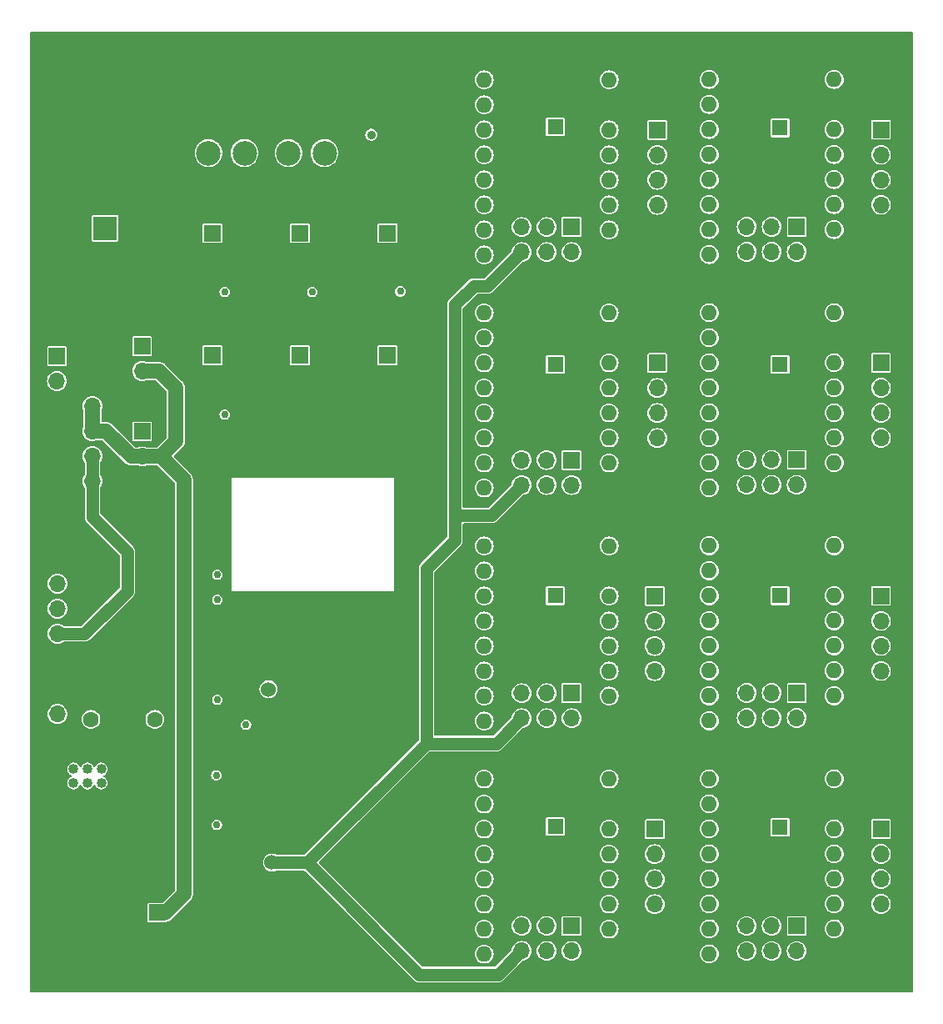
<source format=gbr>
%TF.GenerationSoftware,KiCad,Pcbnew,7.0.5*%
%TF.CreationDate,2023-08-20T17:21:48-04:00*%
%TF.ProjectId,RPi_Pico_W_A4988_control_board,5250695f-5069-4636-9f5f-575f41343938,rev?*%
%TF.SameCoordinates,Original*%
%TF.FileFunction,Copper,L3,Inr*%
%TF.FilePolarity,Positive*%
%FSLAX46Y46*%
G04 Gerber Fmt 4.6, Leading zero omitted, Abs format (unit mm)*
G04 Created by KiCad (PCBNEW 7.0.5) date 2023-08-20 17:21:48*
%MOMM*%
%LPD*%
G01*
G04 APERTURE LIST*
%TA.AperFunction,ComponentPad*%
%ADD10C,1.600000*%
%TD*%
%TA.AperFunction,ComponentPad*%
%ADD11R,1.600000X1.600000*%
%TD*%
%TA.AperFunction,ComponentPad*%
%ADD12R,1.700000X1.700000*%
%TD*%
%TA.AperFunction,ComponentPad*%
%ADD13O,1.700000X1.700000*%
%TD*%
%TA.AperFunction,ComponentPad*%
%ADD14C,2.500000*%
%TD*%
%TA.AperFunction,ComponentPad*%
%ADD15C,3.500000*%
%TD*%
%TA.AperFunction,ComponentPad*%
%ADD16O,1.600000X1.600000*%
%TD*%
%TA.AperFunction,ComponentPad*%
%ADD17R,2.400000X2.400000*%
%TD*%
%TA.AperFunction,ComponentPad*%
%ADD18C,2.400000*%
%TD*%
%TA.AperFunction,ViaPad*%
%ADD19C,0.762000*%
%TD*%
%TA.AperFunction,ViaPad*%
%ADD20C,1.016000*%
%TD*%
%TA.AperFunction,ViaPad*%
%ADD21C,0.914400*%
%TD*%
%TA.AperFunction,ViaPad*%
%ADD22C,1.270000*%
%TD*%
%TA.AperFunction,ViaPad*%
%ADD23C,1.524000*%
%TD*%
%TA.AperFunction,Conductor*%
%ADD24C,1.270000*%
%TD*%
%TA.AperFunction,Conductor*%
%ADD25C,1.524000*%
%TD*%
G04 APERTURE END LIST*
D10*
%TO.N,GND*%
%TO.C,SW1*%
X107950000Y-93550000D03*
%TO.N,Net-(J23-Pin_2)*%
X107950000Y-98050000D03*
%TO.N,GND*%
X114450000Y-93550000D03*
%TO.N,Net-(J23-Pin_2)*%
X114450000Y-98050000D03*
%TD*%
D11*
%TO.N,VPP*%
%TO.C,C13*%
X178000000Y-38000000D03*
D10*
%TO.N,GND*%
X178000000Y-40500000D03*
%TD*%
D12*
%TO.N,2B_3*%
%TO.C,J2*%
X188250000Y-85510000D03*
D13*
%TO.N,2A_3*%
X188250000Y-88050000D03*
%TO.N,1A_3*%
X188250000Y-90590000D03*
%TO.N,1B_3*%
X188250000Y-93130000D03*
%TD*%
D12*
%TO.N,MS1_1*%
%TO.C,J13*%
X156805000Y-119025000D03*
D13*
%TO.N,+3V3*%
X156805000Y-121565000D03*
%TO.N,MS2_1*%
X154265000Y-119025000D03*
%TO.N,+3V3*%
X154265000Y-121565000D03*
%TO.N,MS3_1*%
X151725000Y-119025000D03*
%TO.N,+3V3*%
X151725000Y-121565000D03*
%TD*%
D14*
%TO.N,+12V*%
%TO.C,U1*%
X119905000Y-40550000D03*
X123565000Y-40550000D03*
%TO.N,VPP*%
X128035000Y-40550000D03*
X131695000Y-40550000D03*
%TD*%
D12*
%TO.N,2B_1*%
%TO.C,J4*%
X165250000Y-109195000D03*
D13*
%TO.N,2A_1*%
X165250000Y-111735000D03*
%TO.N,1A_1*%
X165250000Y-114275000D03*
%TO.N,1B_1*%
X165250000Y-116815000D03*
%TD*%
D12*
%TO.N,2B_7*%
%TO.C,J27*%
X165510000Y-38200000D03*
D13*
%TO.N,2A_7*%
X165510000Y-40740000D03*
%TO.N,1A_7*%
X165510000Y-43280000D03*
%TO.N,1B_7*%
X165510000Y-45820000D03*
%TD*%
D12*
%TO.N,2B_6*%
%TO.C,J8*%
X165510000Y-61865000D03*
D13*
%TO.N,2A_6*%
X165510000Y-64405000D03*
%TO.N,1A_6*%
X165510000Y-66945000D03*
%TO.N,1B_6*%
X165510000Y-69485000D03*
%TD*%
D12*
%TO.N,Net-(J12-Pin_1)*%
%TO.C,J12*%
X138100000Y-61100000D03*
D13*
%TO.N,GND*%
X140640000Y-61100000D03*
%TD*%
D12*
%TO.N,MS1_8*%
%TO.C,J25*%
X179685000Y-48040000D03*
D13*
%TO.N,+3V3*%
X179685000Y-50580000D03*
%TO.N,MS2_8*%
X177145000Y-48040000D03*
%TO.N,+3V3*%
X177145000Y-50580000D03*
%TO.N,MS3_8*%
X174605000Y-48040000D03*
%TO.N,+3V3*%
X174605000Y-50580000D03*
%TD*%
D15*
%TO.N,GND*%
%TO.C,H3*%
X104500000Y-123000000D03*
%TD*%
%TO.N,GND*%
%TO.C,H4*%
X188750000Y-123000000D03*
%TD*%
D12*
%TO.N,GND*%
%TO.C,J21*%
X108100000Y-61170000D03*
D13*
X108100000Y-63710000D03*
%TO.N,VSYS*%
X108100000Y-66250000D03*
X108100000Y-68790000D03*
%TO.N,+3V3*%
X108100000Y-71330000D03*
X108100000Y-73870000D03*
%TD*%
D12*
%TO.N,IO27*%
%TO.C,J28*%
X113150000Y-60140000D03*
D13*
%TO.N,VSYS*%
X113150000Y-62680000D03*
%TO.N,GND*%
X113150000Y-65220000D03*
%TD*%
D11*
%TO.N,GND*%
%TO.C,A3*%
X183500000Y-98200000D03*
D16*
%TO.N,+3V3*%
X183500000Y-95660000D03*
%TO.N,1B_3*%
X183500000Y-93120000D03*
%TO.N,1A_3*%
X183500000Y-90580000D03*
%TO.N,2A_3*%
X183500000Y-88040000D03*
%TO.N,2B_3*%
X183500000Y-85500000D03*
%TO.N,GND*%
X183500000Y-82960000D03*
%TO.N,VPP*%
X183500000Y-80420000D03*
%TO.N,Net-(A3-~{ENABLE})*%
X170800000Y-80420000D03*
%TO.N,MS1_3*%
X170800000Y-82960000D03*
%TO.N,MS2_3*%
X170800000Y-85500000D03*
%TO.N,MS3_3*%
X170800000Y-88040000D03*
%TO.N,Net-(A3-~{RESET})*%
X170800000Y-90580000D03*
X170800000Y-93120000D03*
%TO.N,STEP_3*%
X170800000Y-95660000D03*
%TO.N,DIR_3*%
X170800000Y-98200000D03*
%TD*%
D12*
%TO.N,Net-(J11-Pin_1)*%
%TO.C,J11*%
X129200000Y-61100000D03*
D13*
%TO.N,GND*%
X131740000Y-61100000D03*
%TD*%
D12*
%TO.N,VSYS*%
%TO.C,J22*%
X114700000Y-117675000D03*
D13*
%TO.N,GND*%
X114700000Y-115135000D03*
%TD*%
D11*
%TO.N,VPP*%
%TO.C,C15*%
X178000000Y-85500000D03*
D10*
%TO.N,GND*%
X178000000Y-88000000D03*
%TD*%
D11*
%TO.N,VPP*%
%TO.C,C17*%
X155150000Y-62000000D03*
D10*
%TO.N,GND*%
X155150000Y-64500000D03*
%TD*%
D15*
%TO.N,GND*%
%TO.C,H1*%
X104500000Y-31000000D03*
%TD*%
D11*
%TO.N,VPP*%
%TO.C,C19*%
X178000000Y-109000000D03*
D10*
%TO.N,GND*%
X178000000Y-111500000D03*
%TD*%
D11*
%TO.N,GND*%
%TO.C,A2*%
X183500000Y-121865000D03*
D16*
%TO.N,+3V3*%
X183500000Y-119325000D03*
%TO.N,1B_2*%
X183500000Y-116785000D03*
%TO.N,1A_2*%
X183500000Y-114245000D03*
%TO.N,2A_2*%
X183500000Y-111705000D03*
%TO.N,2B_2*%
X183500000Y-109165000D03*
%TO.N,GND*%
X183500000Y-106625000D03*
%TO.N,VPP*%
X183500000Y-104085000D03*
%TO.N,Net-(A2-~{ENABLE})*%
X170800000Y-104085000D03*
%TO.N,MS1_2*%
X170800000Y-106625000D03*
%TO.N,MS2_2*%
X170800000Y-109165000D03*
%TO.N,MS3_2*%
X170800000Y-111705000D03*
%TO.N,Net-(A2-~{RESET})*%
X170800000Y-114245000D03*
X170800000Y-116785000D03*
%TO.N,STEP_2*%
X170800000Y-119325000D03*
%TO.N,DIR_2*%
X170800000Y-121865000D03*
%TD*%
D11*
%TO.N,VPP*%
%TO.C,C12*%
X155150000Y-37900000D03*
D10*
%TO.N,GND*%
X155150000Y-40400000D03*
%TD*%
D11*
%TO.N,VPP*%
%TO.C,C16*%
X155150000Y-85500000D03*
D10*
%TO.N,GND*%
X155150000Y-88000000D03*
%TD*%
D12*
%TO.N,MS1_5*%
%TO.C,J17*%
X179685000Y-71705000D03*
D13*
%TO.N,+3V3*%
X179685000Y-74245000D03*
%TO.N,MS2_5*%
X177145000Y-71705000D03*
%TO.N,+3V3*%
X177145000Y-74245000D03*
%TO.N,MS3_5*%
X174605000Y-71705000D03*
%TO.N,+3V3*%
X174605000Y-74245000D03*
%TD*%
D15*
%TO.N,GND*%
%TO.C,H2*%
X188750000Y-31000000D03*
%TD*%
D12*
%TO.N,GND*%
%TO.C,J19*%
X104550000Y-81740000D03*
D13*
%TO.N,SDA*%
X104550000Y-84280000D03*
%TO.N,SCL*%
X104550000Y-86820000D03*
%TO.N,+3V3*%
X104550000Y-89360000D03*
%TD*%
D12*
%TO.N,2B_5*%
%TO.C,J5*%
X188250000Y-61845000D03*
D13*
%TO.N,2A_5*%
X188250000Y-64385000D03*
%TO.N,1A_5*%
X188250000Y-66925000D03*
%TO.N,1B_5*%
X188250000Y-69465000D03*
%TD*%
D11*
%TO.N,GND*%
%TO.C,A7*%
X160620000Y-50890000D03*
D16*
%TO.N,+3V3*%
X160620000Y-48350000D03*
%TO.N,1B_7*%
X160620000Y-45810000D03*
%TO.N,1A_7*%
X160620000Y-43270000D03*
%TO.N,2A_7*%
X160620000Y-40730000D03*
%TO.N,2B_7*%
X160620000Y-38190000D03*
%TO.N,GND*%
X160620000Y-35650000D03*
%TO.N,VPP*%
X160620000Y-33110000D03*
%TO.N,Net-(A7-~{ENABLE})*%
X147920000Y-33110000D03*
%TO.N,MS1_7*%
X147920000Y-35650000D03*
%TO.N,MS2_7*%
X147920000Y-38190000D03*
%TO.N,MS3_7*%
X147920000Y-40730000D03*
%TO.N,Net-(A7-~{RESET})*%
X147920000Y-43270000D03*
X147920000Y-45810000D03*
%TO.N,STEP_7*%
X147920000Y-48350000D03*
%TO.N,DIR_7*%
X147920000Y-50890000D03*
%TD*%
D12*
%TO.N,2B_8*%
%TO.C,J26*%
X188250000Y-38180000D03*
D13*
%TO.N,2A_8*%
X188250000Y-40720000D03*
%TO.N,1A_8*%
X188250000Y-43260000D03*
%TO.N,1B_8*%
X188250000Y-45800000D03*
%TD*%
D17*
%TO.N,+12V*%
%TO.C,C11*%
X109400000Y-48176041D03*
D18*
%TO.N,GND*%
X109400000Y-53176041D03*
%TD*%
D11*
%TO.N,GND*%
%TO.C,A5*%
X183500000Y-74535000D03*
D16*
%TO.N,+3V3*%
X183500000Y-71995000D03*
%TO.N,1B_5*%
X183500000Y-69455000D03*
%TO.N,1A_5*%
X183500000Y-66915000D03*
%TO.N,2A_5*%
X183500000Y-64375000D03*
%TO.N,2B_5*%
X183500000Y-61835000D03*
%TO.N,GND*%
X183500000Y-59295000D03*
%TO.N,VPP*%
X183500000Y-56755000D03*
%TO.N,Net-(A5-~{ENABLE})*%
X170800000Y-56755000D03*
%TO.N,MS1_5*%
X170800000Y-59295000D03*
%TO.N,MS2_5*%
X170800000Y-61835000D03*
%TO.N,MS3_5*%
X170800000Y-64375000D03*
%TO.N,Net-(A5-~{RESET})*%
X170800000Y-66915000D03*
X170800000Y-69455000D03*
%TO.N,STEP_5*%
X170800000Y-71995000D03*
%TO.N,DIR_5*%
X170800000Y-74535000D03*
%TD*%
D11*
%TO.N,GND*%
%TO.C,A6*%
X160620000Y-74555000D03*
D16*
%TO.N,+3V3*%
X160620000Y-72015000D03*
%TO.N,1B_6*%
X160620000Y-69475000D03*
%TO.N,1A_6*%
X160620000Y-66935000D03*
%TO.N,2A_6*%
X160620000Y-64395000D03*
%TO.N,2B_6*%
X160620000Y-61855000D03*
%TO.N,GND*%
X160620000Y-59315000D03*
%TO.N,VPP*%
X160620000Y-56775000D03*
%TO.N,Net-(A6-~{ENABLE})*%
X147920000Y-56775000D03*
%TO.N,MS1_6*%
X147920000Y-59315000D03*
%TO.N,MS2_6*%
X147920000Y-61855000D03*
%TO.N,MS3_6*%
X147920000Y-64395000D03*
%TO.N,Net-(A6-~{RESET})*%
X147920000Y-66935000D03*
X147920000Y-69475000D03*
%TO.N,STEP_6*%
X147920000Y-72015000D03*
%TO.N,DIR_6*%
X147920000Y-74555000D03*
%TD*%
D11*
%TO.N,GND*%
%TO.C,A1*%
X160620000Y-121885000D03*
D16*
%TO.N,+3V3*%
X160620000Y-119345000D03*
%TO.N,1B_1*%
X160620000Y-116805000D03*
%TO.N,1A_1*%
X160620000Y-114265000D03*
%TO.N,2A_1*%
X160620000Y-111725000D03*
%TO.N,2B_1*%
X160620000Y-109185000D03*
%TO.N,GND*%
X160620000Y-106645000D03*
%TO.N,VPP*%
X160620000Y-104105000D03*
%TO.N,Net-(A1-~{ENABLE})*%
X147920000Y-104105000D03*
%TO.N,MS1_1*%
X147920000Y-106645000D03*
%TO.N,MS2_1*%
X147920000Y-109185000D03*
%TO.N,MS3_1*%
X147920000Y-111725000D03*
%TO.N,Net-(A1-~{RESET})*%
X147920000Y-114265000D03*
X147920000Y-116805000D03*
%TO.N,STEP_1*%
X147920000Y-119345000D03*
%TO.N,DIR_1*%
X147920000Y-121885000D03*
%TD*%
D11*
%TO.N,VPP*%
%TO.C,C18*%
X155150000Y-108900000D03*
D10*
%TO.N,GND*%
X155150000Y-111400000D03*
%TD*%
D12*
%TO.N,MS1_6*%
%TO.C,J18*%
X156805000Y-71725000D03*
D13*
%TO.N,+3V3*%
X156805000Y-74265000D03*
%TO.N,MS2_6*%
X154265000Y-71725000D03*
%TO.N,+3V3*%
X154265000Y-74265000D03*
%TO.N,MS3_6*%
X151725000Y-71725000D03*
%TO.N,+3V3*%
X151725000Y-74265000D03*
%TD*%
D12*
%TO.N,MS1_3*%
%TO.C,J15*%
X179685000Y-95370000D03*
D13*
%TO.N,+3V3*%
X179685000Y-97910000D03*
%TO.N,MS2_3*%
X177145000Y-95370000D03*
%TO.N,+3V3*%
X177145000Y-97910000D03*
%TO.N,MS3_3*%
X174605000Y-95370000D03*
%TO.N,+3V3*%
X174605000Y-97910000D03*
%TD*%
D12*
%TO.N,2B_4*%
%TO.C,J3*%
X165250000Y-85530000D03*
D13*
%TO.N,2A_4*%
X165250000Y-88070000D03*
%TO.N,1A_4*%
X165250000Y-90610000D03*
%TO.N,1B_4*%
X165250000Y-93150000D03*
%TD*%
D12*
%TO.N,Net-(J9-Pin_1)*%
%TO.C,J9*%
X138100000Y-48687500D03*
D13*
%TO.N,GND*%
X140640000Y-48687500D03*
%TD*%
D11*
%TO.N,GND*%
%TO.C,A8*%
X183500000Y-50870000D03*
D16*
%TO.N,+3V3*%
X183500000Y-48330000D03*
%TO.N,1B_8*%
X183500000Y-45790000D03*
%TO.N,1A_8*%
X183500000Y-43250000D03*
%TO.N,2A_8*%
X183500000Y-40710000D03*
%TO.N,2B_8*%
X183500000Y-38170000D03*
%TO.N,GND*%
X183500000Y-35630000D03*
%TO.N,VPP*%
X183500000Y-33090000D03*
%TO.N,Net-(A8-~{ENABLE})*%
X170800000Y-33090000D03*
%TO.N,MS1_8*%
X170800000Y-35630000D03*
%TO.N,MS2_8*%
X170800000Y-38170000D03*
%TO.N,MS3_8*%
X170800000Y-40710000D03*
%TO.N,Net-(A8-~{RESET})*%
X170800000Y-43250000D03*
X170800000Y-45790000D03*
%TO.N,STEP_8*%
X170800000Y-48330000D03*
%TO.N,DIR_8*%
X170800000Y-50870000D03*
%TD*%
D12*
%TO.N,MS1_2*%
%TO.C,J14*%
X179685000Y-119035000D03*
D13*
%TO.N,+3V3*%
X179685000Y-121575000D03*
%TO.N,MS2_2*%
X177145000Y-119035000D03*
%TO.N,+3V3*%
X177145000Y-121575000D03*
%TO.N,MS3_2*%
X174605000Y-119035000D03*
%TO.N,+3V3*%
X174605000Y-121575000D03*
%TD*%
D12*
%TO.N,MS1_4*%
%TO.C,J16*%
X156805000Y-95390000D03*
D13*
%TO.N,+3V3*%
X156805000Y-97930000D03*
%TO.N,MS2_4*%
X154265000Y-95390000D03*
%TO.N,+3V3*%
X154265000Y-97930000D03*
%TO.N,MS3_4*%
X151725000Y-95390000D03*
%TO.N,+3V3*%
X151725000Y-97930000D03*
%TD*%
D11*
%TO.N,GND*%
%TO.C,A4*%
X160620000Y-98220000D03*
D16*
%TO.N,+3V3*%
X160620000Y-95680000D03*
%TO.N,1B_4*%
X160620000Y-93140000D03*
%TO.N,1A_4*%
X160620000Y-90600000D03*
%TO.N,2A_4*%
X160620000Y-88060000D03*
%TO.N,2B_4*%
X160620000Y-85520000D03*
%TO.N,GND*%
X160620000Y-82980000D03*
%TO.N,VPP*%
X160620000Y-80440000D03*
%TO.N,Net-(A4-~{ENABLE})*%
X147920000Y-80440000D03*
%TO.N,MS1_4*%
X147920000Y-82980000D03*
%TO.N,MS2_4*%
X147920000Y-85520000D03*
%TO.N,MS3_4*%
X147920000Y-88060000D03*
%TO.N,Net-(A4-~{RESET})*%
X147920000Y-90600000D03*
X147920000Y-93140000D03*
%TO.N,STEP_4*%
X147920000Y-95680000D03*
%TO.N,DIR_4*%
X147920000Y-98220000D03*
%TD*%
D12*
%TO.N,MS1_7*%
%TO.C,J24*%
X156805000Y-48060000D03*
D13*
%TO.N,+3V3*%
X156805000Y-50600000D03*
%TO.N,MS2_7*%
X154265000Y-48060000D03*
%TO.N,+3V3*%
X154265000Y-50600000D03*
%TO.N,MS3_7*%
X151725000Y-48060000D03*
%TO.N,+3V3*%
X151725000Y-50600000D03*
%TD*%
D12*
%TO.N,Net-(J10-Pin_1)*%
%TO.C,J10*%
X120300000Y-61100000D03*
D13*
%TO.N,GND*%
X122840000Y-61100000D03*
%TD*%
D12*
%TO.N,IO28*%
%TO.C,J29*%
X113150000Y-68820000D03*
D13*
%TO.N,VSYS*%
X113150000Y-71360000D03*
%TO.N,GND*%
X113150000Y-73900000D03*
%TD*%
D11*
%TO.N,VPP*%
%TO.C,C14*%
X178000000Y-62000000D03*
D10*
%TO.N,GND*%
X178000000Y-64500000D03*
%TD*%
D12*
%TO.N,Net-(J6-Pin_1)*%
%TO.C,J6*%
X120300000Y-48687500D03*
D13*
%TO.N,GND*%
X122840000Y-48687500D03*
%TD*%
D12*
%TO.N,GND*%
%TO.C,J23*%
X104550000Y-94960000D03*
D13*
%TO.N,Net-(J23-Pin_2)*%
X104550000Y-97500000D03*
%TD*%
D12*
%TO.N,IO27*%
%TO.C,J20*%
X104500000Y-61170000D03*
D13*
%TO.N,IO28*%
X104500000Y-63710000D03*
%TO.N,GND*%
X104500000Y-66250000D03*
X104500000Y-68790000D03*
X104500000Y-71330000D03*
X104500000Y-73870000D03*
%TD*%
D12*
%TO.N,Net-(J7-Pin_1)*%
%TO.C,J7*%
X129200000Y-48687500D03*
D13*
%TO.N,GND*%
X131740000Y-48687500D03*
%TD*%
D12*
%TO.N,2B_2*%
%TO.C,J1*%
X188250000Y-109175000D03*
D13*
%TO.N,2A_2*%
X188250000Y-111715000D03*
%TO.N,1A_2*%
X188250000Y-114255000D03*
%TO.N,1B_2*%
X188250000Y-116795000D03*
%TD*%
D19*
%TO.N,GND*%
X186000000Y-79000000D03*
X107000000Y-57000000D03*
X190000000Y-100500000D03*
X117000000Y-53000000D03*
X186000000Y-102500000D03*
X132000000Y-46000000D03*
X113000000Y-53000000D03*
X128000000Y-46000000D03*
X117000000Y-49000000D03*
X106000000Y-119000000D03*
X188000000Y-53000000D03*
X190000000Y-53000000D03*
X188000000Y-73000000D03*
X103000000Y-55000000D03*
X113000000Y-57000000D03*
X186000000Y-51000000D03*
X190000000Y-55000000D03*
X110000000Y-123000000D03*
X104000000Y-119000000D03*
X111000000Y-57000000D03*
X190000000Y-57000000D03*
X186000000Y-96500000D03*
X186000000Y-100500000D03*
X125000000Y-87000000D03*
X188000000Y-96500000D03*
X112000000Y-123000000D03*
X136000000Y-46000000D03*
X190000000Y-73000000D03*
X131000000Y-47000000D03*
X129000000Y-95000000D03*
X135000000Y-51000000D03*
X119000000Y-47000000D03*
X118000000Y-46000000D03*
X188000000Y-75000000D03*
X190000000Y-79000000D03*
X190000000Y-98500000D03*
X186000000Y-98500000D03*
X111000000Y-51000000D03*
X190000000Y-49000000D03*
X141250000Y-80900000D03*
X186000000Y-104500000D03*
X139000000Y-47000000D03*
X190000000Y-81000000D03*
X186000000Y-57000000D03*
X108000000Y-119000000D03*
X109000000Y-51000000D03*
X126000000Y-54000000D03*
X137000000Y-87000000D03*
X186000000Y-77000000D03*
X105000000Y-53000000D03*
X133000000Y-95000000D03*
X135000000Y-49000000D03*
X115000000Y-53000000D03*
X186000000Y-49000000D03*
X126000000Y-50000000D03*
X186000000Y-73000000D03*
X121000000Y-47000000D03*
X188000000Y-98500000D03*
X123000000Y-47000000D03*
X137000000Y-95000000D03*
X105000000Y-57000000D03*
X105000000Y-55000000D03*
X137000000Y-47000000D03*
X104000000Y-102000000D03*
X117000000Y-51000000D03*
X120800000Y-80700000D03*
X190000000Y-102500000D03*
X138000000Y-46000000D03*
X186000000Y-53000000D03*
X108000000Y-121000000D03*
X122000000Y-46000000D03*
X120000000Y-46000000D03*
X115000000Y-51000000D03*
X186000000Y-75000000D03*
X130000000Y-46000000D03*
X114000000Y-123000000D03*
X125000000Y-47000000D03*
X113000000Y-104000000D03*
X129000000Y-47000000D03*
X135000000Y-53000000D03*
X115000000Y-49000000D03*
X103000000Y-53000000D03*
X134000000Y-46000000D03*
X190000000Y-77000000D03*
X110000000Y-119000000D03*
X107000000Y-53000000D03*
X188000000Y-77000000D03*
X140100000Y-119050000D03*
X133000000Y-87000000D03*
X104000000Y-100000000D03*
X126000000Y-52000000D03*
X190000000Y-104500000D03*
X117000000Y-47000000D03*
X188000000Y-57000000D03*
X188000000Y-100500000D03*
X188000000Y-81000000D03*
X188000000Y-104500000D03*
X190000000Y-75000000D03*
X107000000Y-55000000D03*
X188000000Y-49000000D03*
X103000000Y-57000000D03*
X140150000Y-106350000D03*
X126000000Y-48000000D03*
X109000000Y-57000000D03*
X110000000Y-121000000D03*
X188000000Y-55000000D03*
X111000000Y-104000000D03*
X135000000Y-47000000D03*
X188000000Y-102500000D03*
X139250000Y-80900000D03*
X188000000Y-79000000D03*
X107000000Y-51000000D03*
X104000000Y-104000000D03*
X115000000Y-104000000D03*
X105000000Y-51000000D03*
X124000000Y-46000000D03*
X120900000Y-119000000D03*
X115000000Y-55000000D03*
X115000000Y-57000000D03*
X129000000Y-91000000D03*
X113000000Y-55000000D03*
X117000000Y-55000000D03*
X127000000Y-47000000D03*
X190000000Y-51000000D03*
X108000000Y-123000000D03*
X112000000Y-121000000D03*
X103000000Y-51000000D03*
X120800000Y-106200000D03*
X190000000Y-96500000D03*
X106000000Y-100000000D03*
X126000000Y-46000000D03*
X137000000Y-91000000D03*
X140150000Y-93600000D03*
X133000000Y-47000000D03*
X186000000Y-81000000D03*
X114000000Y-121000000D03*
X116000000Y-123000000D03*
X113000000Y-51000000D03*
X186000000Y-55000000D03*
X129000000Y-87000000D03*
X188000000Y-51000000D03*
X133000000Y-91000000D03*
D20*
%TO.N,VPP*%
X109000000Y-104500000D03*
X109000000Y-103100000D03*
X107600000Y-104500000D03*
X107600000Y-103100000D03*
X106200000Y-104500000D03*
D21*
X136450000Y-38700000D03*
D20*
X106200000Y-103100000D03*
D22*
%TO.N,+3V3*%
X111650000Y-81040000D03*
D23*
X126350000Y-112600000D03*
X126000000Y-95000000D03*
D19*
%TO.N,LIMIT_SW_2*%
X130450000Y-54650000D03*
X120800000Y-85900000D03*
%TO.N,LIMIT_SW_1*%
X120800000Y-96050000D03*
X121550000Y-54650000D03*
%TO.N,LIMIT_SW_3*%
X139400000Y-54600000D03*
X120800000Y-83350000D03*
%TO.N,LIMIT_SW_4*%
X121550000Y-67100000D03*
X123700000Y-98600000D03*
%TO.N,IO28*%
X120750000Y-108750000D03*
%TO.N,IO27*%
X120700000Y-103750000D03*
%TD*%
D24*
%TO.N,+3V3*%
X148640000Y-77350000D02*
X151725000Y-74265000D01*
X142050000Y-100500000D02*
X149155000Y-100500000D01*
X146850000Y-54050000D02*
X148275000Y-54050000D01*
X108100000Y-71330000D02*
X108100000Y-73870000D01*
X141300000Y-123950000D02*
X129950000Y-112600000D01*
X142050000Y-82750000D02*
X144950000Y-79850000D01*
X149155000Y-100500000D02*
X151725000Y-97930000D01*
X144950000Y-77350000D02*
X148640000Y-77350000D01*
X144950000Y-79850000D02*
X144950000Y-77350000D01*
X108100000Y-73870000D02*
X108100000Y-77490000D01*
X144950000Y-77350000D02*
X144950000Y-55950000D01*
X142050000Y-100500000D02*
X142050000Y-82750000D01*
X104550000Y-89360000D02*
X107290000Y-89360000D01*
X148275000Y-54050000D02*
X151725000Y-50600000D01*
X149340000Y-123950000D02*
X141300000Y-123950000D01*
X107290000Y-89360000D02*
X111650000Y-85000000D01*
X126350000Y-112600000D02*
X129950000Y-112600000D01*
X144950000Y-55950000D02*
X146850000Y-54050000D01*
X142050000Y-100500000D02*
X129950000Y-112600000D01*
X151725000Y-121565000D02*
X149340000Y-123950000D01*
X111650000Y-85000000D02*
X111650000Y-81040000D01*
X108100000Y-77490000D02*
X111650000Y-81040000D01*
D25*
%TO.N,VSYS*%
X113150000Y-71360000D02*
X115040000Y-71360000D01*
X116600000Y-64400000D02*
X116600000Y-69800000D01*
X108100000Y-66250000D02*
X108100000Y-68790000D01*
X117400000Y-115800000D02*
X117400000Y-73720000D01*
X116600000Y-69800000D02*
X115040000Y-71360000D01*
X109490000Y-68790000D02*
X112060000Y-71360000D01*
X112060000Y-71360000D02*
X113150000Y-71360000D01*
X114880000Y-62680000D02*
X116600000Y-64400000D01*
X115525000Y-117675000D02*
X117400000Y-115800000D01*
X108100000Y-68790000D02*
X109490000Y-68790000D01*
X117400000Y-73720000D02*
X115040000Y-71360000D01*
X114700000Y-117675000D02*
X115525000Y-117675000D01*
X113150000Y-62680000D02*
X114880000Y-62680000D01*
%TD*%
%TA.AperFunction,Conductor*%
%TO.N,GND*%
G36*
X191454031Y-28273713D02*
G01*
X191490576Y-28324013D01*
X191495500Y-28355100D01*
X191495500Y-125644900D01*
X191476287Y-125704031D01*
X191425987Y-125740576D01*
X191394900Y-125745500D01*
X101855100Y-125745500D01*
X101795969Y-125726287D01*
X101759424Y-125675987D01*
X101754500Y-125644900D01*
X101754500Y-104500003D01*
X105534246Y-104500003D01*
X105553591Y-104659323D01*
X105610504Y-104809391D01*
X105610504Y-104809392D01*
X105660026Y-104881137D01*
X105701676Y-104941477D01*
X105821809Y-105047905D01*
X105963920Y-105122491D01*
X106119752Y-105160900D01*
X106119756Y-105160900D01*
X106280244Y-105160900D01*
X106280248Y-105160900D01*
X106436080Y-105122491D01*
X106578191Y-105047905D01*
X106698324Y-104941477D01*
X106789496Y-104809391D01*
X106805937Y-104766038D01*
X106844870Y-104717563D01*
X106904860Y-104701229D01*
X106962994Y-104723277D01*
X106994062Y-104766038D01*
X107010503Y-104809390D01*
X107010504Y-104809391D01*
X107010504Y-104809392D01*
X107060026Y-104881137D01*
X107101676Y-104941477D01*
X107221809Y-105047905D01*
X107363920Y-105122491D01*
X107519752Y-105160900D01*
X107519756Y-105160900D01*
X107680244Y-105160900D01*
X107680248Y-105160900D01*
X107836080Y-105122491D01*
X107978191Y-105047905D01*
X108098324Y-104941477D01*
X108189496Y-104809391D01*
X108205937Y-104766038D01*
X108244870Y-104717563D01*
X108304860Y-104701229D01*
X108362994Y-104723277D01*
X108394062Y-104766038D01*
X108410503Y-104809390D01*
X108410504Y-104809391D01*
X108410504Y-104809392D01*
X108460026Y-104881137D01*
X108501676Y-104941477D01*
X108621809Y-105047905D01*
X108763920Y-105122491D01*
X108919752Y-105160900D01*
X108919756Y-105160900D01*
X109080244Y-105160900D01*
X109080248Y-105160900D01*
X109236080Y-105122491D01*
X109378191Y-105047905D01*
X109498324Y-104941477D01*
X109589496Y-104809391D01*
X109646408Y-104659325D01*
X109665754Y-104500000D01*
X109662284Y-104471424D01*
X109646408Y-104340676D01*
X109646408Y-104340675D01*
X109589496Y-104190609D01*
X109498324Y-104058523D01*
X109378191Y-103952095D01*
X109378187Y-103952092D01*
X109378186Y-103952092D01*
X109258120Y-103889075D01*
X109214691Y-103844583D01*
X109205708Y-103783061D01*
X109234602Y-103728009D01*
X109258116Y-103710925D01*
X109378191Y-103647905D01*
X109498324Y-103541477D01*
X109589496Y-103409391D01*
X109646408Y-103259325D01*
X109665754Y-103100000D01*
X109646408Y-102940675D01*
X109589496Y-102790609D01*
X109498324Y-102658523D01*
X109378191Y-102552095D01*
X109236080Y-102477509D01*
X109157068Y-102458034D01*
X109080250Y-102439100D01*
X109080248Y-102439100D01*
X108919752Y-102439100D01*
X108919749Y-102439100D01*
X108804521Y-102467501D01*
X108763920Y-102477509D01*
X108763919Y-102477509D01*
X108763917Y-102477510D01*
X108621812Y-102552093D01*
X108621810Y-102552094D01*
X108621809Y-102552095D01*
X108501676Y-102658523D01*
X108501675Y-102658524D01*
X108410505Y-102790606D01*
X108394063Y-102833961D01*
X108355130Y-102882436D01*
X108295139Y-102898770D01*
X108237005Y-102876722D01*
X108205937Y-102833961D01*
X108189496Y-102790609D01*
X108098324Y-102658523D01*
X107978191Y-102552095D01*
X107836080Y-102477509D01*
X107757068Y-102458034D01*
X107680250Y-102439100D01*
X107680248Y-102439100D01*
X107519752Y-102439100D01*
X107519749Y-102439100D01*
X107404521Y-102467501D01*
X107363920Y-102477509D01*
X107363919Y-102477509D01*
X107363917Y-102477510D01*
X107221812Y-102552093D01*
X107221810Y-102552094D01*
X107221809Y-102552095D01*
X107101676Y-102658523D01*
X107101675Y-102658524D01*
X107010505Y-102790606D01*
X106994063Y-102833961D01*
X106955130Y-102882436D01*
X106895139Y-102898770D01*
X106837005Y-102876722D01*
X106805937Y-102833961D01*
X106789496Y-102790609D01*
X106698324Y-102658523D01*
X106578191Y-102552095D01*
X106436080Y-102477509D01*
X106357068Y-102458034D01*
X106280250Y-102439100D01*
X106280248Y-102439100D01*
X106119752Y-102439100D01*
X106119749Y-102439100D01*
X106004521Y-102467501D01*
X105963920Y-102477509D01*
X105963919Y-102477509D01*
X105963917Y-102477510D01*
X105821812Y-102552093D01*
X105821810Y-102552094D01*
X105821809Y-102552095D01*
X105701676Y-102658523D01*
X105701675Y-102658524D01*
X105610504Y-102790607D01*
X105610504Y-102790608D01*
X105553591Y-102940676D01*
X105534246Y-103099996D01*
X105534246Y-103100003D01*
X105553591Y-103259323D01*
X105610504Y-103409391D01*
X105610504Y-103409392D01*
X105623305Y-103427937D01*
X105701676Y-103541477D01*
X105821809Y-103647905D01*
X105927711Y-103703487D01*
X105941879Y-103710923D01*
X105985308Y-103755416D01*
X105994291Y-103816937D01*
X105965397Y-103871990D01*
X105941879Y-103889077D01*
X105821810Y-103952094D01*
X105701675Y-104058524D01*
X105610504Y-104190607D01*
X105610504Y-104190608D01*
X105553591Y-104340676D01*
X105534246Y-104499996D01*
X105534246Y-104500003D01*
X101754500Y-104500003D01*
X101754500Y-97500000D01*
X103542247Y-97500000D01*
X103561611Y-97696606D01*
X103618956Y-97885646D01*
X103712084Y-98059878D01*
X103827078Y-98199999D01*
X103837411Y-98212589D01*
X103990122Y-98337916D01*
X104164350Y-98431042D01*
X104164352Y-98431042D01*
X104164353Y-98431043D01*
X104353393Y-98488388D01*
X104353394Y-98488388D01*
X104353397Y-98488389D01*
X104550000Y-98507753D01*
X104746603Y-98488389D01*
X104935650Y-98431042D01*
X105109878Y-98337916D01*
X105262589Y-98212589D01*
X105387916Y-98059878D01*
X105393196Y-98050000D01*
X106992489Y-98050000D01*
X107010887Y-98236801D01*
X107010887Y-98236803D01*
X107010888Y-98236805D01*
X107065372Y-98416418D01*
X107065374Y-98416422D01*
X107065375Y-98416424D01*
X107153859Y-98581965D01*
X107153861Y-98581967D01*
X107153862Y-98581969D01*
X107272932Y-98727058D01*
X107272941Y-98727067D01*
X107411822Y-98841042D01*
X107418035Y-98846141D01*
X107583576Y-98934625D01*
X107583578Y-98934625D01*
X107583581Y-98934627D01*
X107673387Y-98961868D01*
X107763199Y-98989113D01*
X107950000Y-99007511D01*
X108136801Y-98989113D01*
X108282982Y-98944769D01*
X108316418Y-98934627D01*
X108316418Y-98934626D01*
X108316424Y-98934625D01*
X108481965Y-98846141D01*
X108627063Y-98727063D01*
X108746141Y-98581965D01*
X108834625Y-98416424D01*
X108889113Y-98236801D01*
X108907511Y-98050000D01*
X113492489Y-98050000D01*
X113510887Y-98236801D01*
X113510887Y-98236803D01*
X113510888Y-98236805D01*
X113565372Y-98416418D01*
X113565374Y-98416422D01*
X113565375Y-98416424D01*
X113653859Y-98581965D01*
X113653861Y-98581967D01*
X113653862Y-98581969D01*
X113772932Y-98727058D01*
X113772941Y-98727067D01*
X113911822Y-98841042D01*
X113918035Y-98846141D01*
X114083576Y-98934625D01*
X114083578Y-98934625D01*
X114083581Y-98934627D01*
X114173387Y-98961868D01*
X114263199Y-98989113D01*
X114450000Y-99007511D01*
X114636801Y-98989113D01*
X114782982Y-98944769D01*
X114816418Y-98934627D01*
X114816418Y-98934626D01*
X114816424Y-98934625D01*
X114981965Y-98846141D01*
X115127063Y-98727063D01*
X115246141Y-98581965D01*
X115334625Y-98416424D01*
X115389113Y-98236801D01*
X115407511Y-98050000D01*
X115389113Y-97863199D01*
X115338577Y-97696603D01*
X115334627Y-97683581D01*
X115334625Y-97683577D01*
X115334625Y-97683576D01*
X115246141Y-97518035D01*
X115168856Y-97423862D01*
X115127067Y-97372941D01*
X115127058Y-97372932D01*
X114981969Y-97253862D01*
X114981967Y-97253861D01*
X114981965Y-97253859D01*
X114960693Y-97242489D01*
X114816422Y-97165374D01*
X114816418Y-97165372D01*
X114636805Y-97110888D01*
X114636803Y-97110887D01*
X114636801Y-97110887D01*
X114450000Y-97092489D01*
X114449999Y-97092489D01*
X114419640Y-97095479D01*
X114263199Y-97110887D01*
X114263196Y-97110887D01*
X114263194Y-97110888D01*
X114083581Y-97165372D01*
X114083577Y-97165374D01*
X113918043Y-97253854D01*
X113918030Y-97253862D01*
X113772941Y-97372932D01*
X113772932Y-97372941D01*
X113653862Y-97518030D01*
X113653854Y-97518043D01*
X113565374Y-97683577D01*
X113565372Y-97683581D01*
X113510888Y-97863194D01*
X113510887Y-97863196D01*
X113510887Y-97863199D01*
X113492489Y-98050000D01*
X108907511Y-98050000D01*
X108889113Y-97863199D01*
X108838577Y-97696603D01*
X108834627Y-97683581D01*
X108834625Y-97683577D01*
X108834625Y-97683576D01*
X108746141Y-97518035D01*
X108668856Y-97423862D01*
X108627067Y-97372941D01*
X108627058Y-97372932D01*
X108481969Y-97253862D01*
X108481967Y-97253861D01*
X108481965Y-97253859D01*
X108460693Y-97242489D01*
X108316422Y-97165374D01*
X108316418Y-97165372D01*
X108136805Y-97110888D01*
X108136803Y-97110887D01*
X108136801Y-97110887D01*
X107950000Y-97092489D01*
X107763199Y-97110887D01*
X107763196Y-97110887D01*
X107763194Y-97110888D01*
X107583581Y-97165372D01*
X107583577Y-97165374D01*
X107418043Y-97253854D01*
X107418030Y-97253862D01*
X107272941Y-97372932D01*
X107272932Y-97372941D01*
X107153862Y-97518030D01*
X107153854Y-97518043D01*
X107065374Y-97683577D01*
X107065372Y-97683581D01*
X107010888Y-97863194D01*
X107010887Y-97863196D01*
X107010887Y-97863199D01*
X106992489Y-98050000D01*
X105393196Y-98050000D01*
X105481042Y-97885650D01*
X105538389Y-97696603D01*
X105557753Y-97500000D01*
X105538389Y-97303397D01*
X105506238Y-97197411D01*
X105481043Y-97114353D01*
X105481042Y-97114352D01*
X105481042Y-97114350D01*
X105387916Y-96940122D01*
X105262589Y-96787411D01*
X105109878Y-96662084D01*
X104935650Y-96568958D01*
X104935649Y-96568957D01*
X104935646Y-96568956D01*
X104746606Y-96511611D01*
X104550000Y-96492247D01*
X104353393Y-96511611D01*
X104164353Y-96568956D01*
X103990121Y-96662084D01*
X103837411Y-96787410D01*
X103837410Y-96787411D01*
X103712084Y-96940121D01*
X103618956Y-97114353D01*
X103561611Y-97303393D01*
X103542247Y-97500000D01*
X101754500Y-97500000D01*
X101754500Y-89360000D01*
X103542247Y-89360000D01*
X103561611Y-89556606D01*
X103618956Y-89745646D01*
X103618957Y-89745649D01*
X103618958Y-89745650D01*
X103650071Y-89803859D01*
X103712084Y-89919878D01*
X103833673Y-90068035D01*
X103837411Y-90072589D01*
X103990122Y-90197916D01*
X104164350Y-90291042D01*
X104164352Y-90291042D01*
X104164353Y-90291043D01*
X104353393Y-90348388D01*
X104353394Y-90348388D01*
X104353397Y-90348389D01*
X104550000Y-90367753D01*
X104746603Y-90348389D01*
X104935650Y-90291042D01*
X105109878Y-90197916D01*
X105143000Y-90170733D01*
X105200897Y-90148074D01*
X105206818Y-90147900D01*
X107335614Y-90147900D01*
X107335650Y-90147899D01*
X107378771Y-90147899D01*
X107378774Y-90147899D01*
X107419429Y-90138619D01*
X107424975Y-90137676D01*
X107466434Y-90133006D01*
X107505813Y-90119225D01*
X107511208Y-90117671D01*
X107551873Y-90108391D01*
X107589453Y-90090292D01*
X107594644Y-90088142D01*
X107634020Y-90074365D01*
X107669350Y-90052164D01*
X107674250Y-90049456D01*
X107711840Y-90031355D01*
X107744442Y-90005354D01*
X107749038Y-90002092D01*
X107784356Y-89979902D01*
X107811480Y-89952777D01*
X107811487Y-89952771D01*
X107815841Y-89948416D01*
X107815844Y-89948415D01*
X112238415Y-85525844D01*
X112238416Y-85525841D01*
X112242771Y-85521487D01*
X112242777Y-85521480D01*
X112269902Y-85494356D01*
X112292092Y-85459038D01*
X112295355Y-85454442D01*
X112321355Y-85421840D01*
X112339451Y-85384262D01*
X112342175Y-85379334D01*
X112364365Y-85344020D01*
X112378141Y-85304647D01*
X112380291Y-85299456D01*
X112398391Y-85261874D01*
X112407669Y-85221218D01*
X112409226Y-85215811D01*
X112423006Y-85176434D01*
X112427678Y-85134966D01*
X112428615Y-85129448D01*
X112437899Y-85088775D01*
X112437899Y-85045819D01*
X112437900Y-85045786D01*
X112437900Y-81087066D01*
X112438217Y-81081429D01*
X112442885Y-81040002D01*
X112442885Y-81039997D01*
X112438216Y-80998560D01*
X112437899Y-80992924D01*
X112437899Y-80951229D01*
X112437898Y-80951221D01*
X112428620Y-80910569D01*
X112427676Y-80905017D01*
X112423006Y-80863566D01*
X112409230Y-80824199D01*
X112407669Y-80818778D01*
X112404848Y-80806418D01*
X112398391Y-80778126D01*
X112380296Y-80740553D01*
X112378136Y-80735338D01*
X112364365Y-80695980D01*
X112364364Y-80695979D01*
X112342170Y-80660657D01*
X112339454Y-80655742D01*
X112321355Y-80618160D01*
X112295351Y-80585552D01*
X112292093Y-80580961D01*
X112269902Y-80545644D01*
X112238418Y-80514160D01*
X112238415Y-80514156D01*
X108917365Y-77193106D01*
X108889139Y-77137708D01*
X108887900Y-77121971D01*
X108887900Y-74526817D01*
X108907113Y-74467686D01*
X108910736Y-74462996D01*
X108911877Y-74461606D01*
X108937916Y-74429878D01*
X109031042Y-74255650D01*
X109088389Y-74066603D01*
X109107753Y-73870000D01*
X109088389Y-73673397D01*
X109087471Y-73670372D01*
X109031043Y-73484353D01*
X109031042Y-73484352D01*
X109031042Y-73484350D01*
X108937916Y-73310122D01*
X108910733Y-73276999D01*
X108888074Y-73219103D01*
X108887900Y-73213182D01*
X108887900Y-71986817D01*
X108907113Y-71927686D01*
X108910736Y-71922996D01*
X108911877Y-71921606D01*
X108937916Y-71889878D01*
X109031042Y-71715650D01*
X109088389Y-71526603D01*
X109107753Y-71330000D01*
X109088389Y-71133397D01*
X109087471Y-71130372D01*
X109031043Y-70944353D01*
X109031042Y-70944352D01*
X109031042Y-70944350D01*
X108937916Y-70770122D01*
X108812589Y-70617411D01*
X108659878Y-70492084D01*
X108485650Y-70398958D01*
X108485649Y-70398957D01*
X108485646Y-70398956D01*
X108296606Y-70341611D01*
X108100000Y-70322247D01*
X107903393Y-70341611D01*
X107714353Y-70398956D01*
X107540121Y-70492084D01*
X107387411Y-70617410D01*
X107387410Y-70617411D01*
X107262084Y-70770121D01*
X107168956Y-70944353D01*
X107111611Y-71133393D01*
X107092247Y-71330000D01*
X107111611Y-71526606D01*
X107168956Y-71715646D01*
X107168957Y-71715649D01*
X107168958Y-71715650D01*
X107262084Y-71889878D01*
X107288120Y-71921603D01*
X107289264Y-71922996D01*
X107311925Y-71980893D01*
X107312100Y-71986817D01*
X107312100Y-73213182D01*
X107292887Y-73272313D01*
X107289266Y-73277001D01*
X107262083Y-73310123D01*
X107262081Y-73310126D01*
X107168956Y-73484353D01*
X107111611Y-73673393D01*
X107092247Y-73869999D01*
X107111611Y-74066606D01*
X107168956Y-74255646D01*
X107168957Y-74255649D01*
X107168958Y-74255650D01*
X107262084Y-74429878D01*
X107288120Y-74461603D01*
X107289264Y-74462996D01*
X107311925Y-74520893D01*
X107312100Y-74526817D01*
X107312100Y-77535786D01*
X107312101Y-77535819D01*
X107312101Y-77578774D01*
X107321378Y-77619425D01*
X107322323Y-77624988D01*
X107326992Y-77666428D01*
X107326994Y-77666434D01*
X107340768Y-77705801D01*
X107342331Y-77711224D01*
X107351609Y-77751873D01*
X107369698Y-77789434D01*
X107371858Y-77794650D01*
X107385632Y-77834014D01*
X107385634Y-77834017D01*
X107385635Y-77834020D01*
X107407829Y-77869342D01*
X107410545Y-77874255D01*
X107428645Y-77911840D01*
X107428646Y-77911842D01*
X107454648Y-77944448D01*
X107457914Y-77949051D01*
X107480098Y-77984356D01*
X107480100Y-77984358D01*
X107510543Y-78014801D01*
X107510561Y-78014820D01*
X110832635Y-81336893D01*
X110860861Y-81392291D01*
X110862100Y-81408028D01*
X110862100Y-84631971D01*
X110842887Y-84691102D01*
X110832635Y-84703106D01*
X106993106Y-88542635D01*
X106937708Y-88570861D01*
X106921971Y-88572100D01*
X105206818Y-88572100D01*
X105147687Y-88552887D01*
X105143008Y-88549273D01*
X105109878Y-88522084D01*
X105109875Y-88522082D01*
X105109873Y-88522081D01*
X104935646Y-88428956D01*
X104746606Y-88371611D01*
X104550000Y-88352247D01*
X104353393Y-88371611D01*
X104164353Y-88428956D01*
X103990121Y-88522084D01*
X103837411Y-88647410D01*
X103837410Y-88647411D01*
X103712084Y-88800121D01*
X103618956Y-88974353D01*
X103561611Y-89163393D01*
X103542247Y-89360000D01*
X101754500Y-89360000D01*
X101754500Y-86819999D01*
X103542247Y-86819999D01*
X103561611Y-87016606D01*
X103618956Y-87205646D01*
X103618957Y-87205649D01*
X103618958Y-87205650D01*
X103650071Y-87263859D01*
X103712084Y-87379878D01*
X103833673Y-87528035D01*
X103837411Y-87532589D01*
X103990122Y-87657916D01*
X104164350Y-87751042D01*
X104164352Y-87751042D01*
X104164353Y-87751043D01*
X104353393Y-87808388D01*
X104353394Y-87808388D01*
X104353397Y-87808389D01*
X104550000Y-87827753D01*
X104746603Y-87808389D01*
X104935650Y-87751042D01*
X105109878Y-87657916D01*
X105262589Y-87532589D01*
X105387916Y-87379878D01*
X105481042Y-87205650D01*
X105538389Y-87016603D01*
X105557753Y-86820000D01*
X105538389Y-86623397D01*
X105494134Y-86477510D01*
X105481043Y-86434353D01*
X105481042Y-86434352D01*
X105481042Y-86434350D01*
X105387916Y-86260122D01*
X105262589Y-86107411D01*
X105109878Y-85982084D01*
X104935650Y-85888958D01*
X104935649Y-85888957D01*
X104935646Y-85888956D01*
X104746606Y-85831611D01*
X104550000Y-85812247D01*
X104353393Y-85831611D01*
X104164353Y-85888956D01*
X103990121Y-85982084D01*
X103837411Y-86107410D01*
X103837410Y-86107411D01*
X103712084Y-86260121D01*
X103618956Y-86434353D01*
X103561611Y-86623393D01*
X103542247Y-86819999D01*
X101754500Y-86819999D01*
X101754500Y-84280000D01*
X103542247Y-84280000D01*
X103561611Y-84476606D01*
X103618956Y-84665646D01*
X103618957Y-84665649D01*
X103618958Y-84665650D01*
X103650071Y-84723859D01*
X103712084Y-84839878D01*
X103833673Y-84988035D01*
X103837411Y-84992589D01*
X103990122Y-85117916D01*
X104164350Y-85211042D01*
X104164352Y-85211042D01*
X104164353Y-85211043D01*
X104353393Y-85268388D01*
X104353394Y-85268388D01*
X104353397Y-85268389D01*
X104550000Y-85287753D01*
X104746603Y-85268389D01*
X104935650Y-85211042D01*
X105109878Y-85117916D01*
X105262589Y-84992589D01*
X105387916Y-84839878D01*
X105481042Y-84665650D01*
X105538389Y-84476603D01*
X105557753Y-84280000D01*
X105538389Y-84083397D01*
X105494134Y-83937510D01*
X105481043Y-83894353D01*
X105481042Y-83894352D01*
X105481042Y-83894350D01*
X105387916Y-83720122D01*
X105262589Y-83567411D01*
X105109878Y-83442084D01*
X104935650Y-83348958D01*
X104935649Y-83348957D01*
X104935646Y-83348956D01*
X104746606Y-83291611D01*
X104550000Y-83272247D01*
X104353393Y-83291611D01*
X104164353Y-83348956D01*
X103990121Y-83442084D01*
X103837411Y-83567410D01*
X103837410Y-83567411D01*
X103712084Y-83720121D01*
X103618956Y-83894353D01*
X103561611Y-84083393D01*
X103542247Y-84280000D01*
X101754500Y-84280000D01*
X101754500Y-68790000D01*
X107092247Y-68790000D01*
X107111611Y-68986606D01*
X107168956Y-69175646D01*
X107262084Y-69349878D01*
X107348355Y-69455000D01*
X107387411Y-69502589D01*
X107540122Y-69627916D01*
X107714350Y-69721042D01*
X107714352Y-69721042D01*
X107714353Y-69721043D01*
X107903393Y-69778388D01*
X107903394Y-69778388D01*
X107903397Y-69778389D01*
X108100000Y-69797753D01*
X108296603Y-69778389D01*
X108457250Y-69729657D01*
X108485647Y-69721043D01*
X108485647Y-69721042D01*
X108485650Y-69721042D01*
X108490967Y-69718199D01*
X108493628Y-69716778D01*
X108541049Y-69704900D01*
X109069366Y-69704900D01*
X109128497Y-69724113D01*
X109140501Y-69734365D01*
X111356552Y-71950416D01*
X111366799Y-71962413D01*
X111376351Y-71975560D01*
X111376353Y-71975562D01*
X111376354Y-71975563D01*
X111429036Y-72022998D01*
X111430947Y-72024811D01*
X111446975Y-72040839D01*
X111464598Y-72055110D01*
X111466575Y-72056798D01*
X111519271Y-72104245D01*
X111519270Y-72104245D01*
X111519272Y-72104246D01*
X111519273Y-72104247D01*
X111533339Y-72112367D01*
X111546347Y-72121308D01*
X111558959Y-72131522D01*
X111558962Y-72131524D01*
X111558965Y-72131526D01*
X111606438Y-72155715D01*
X111622121Y-72163706D01*
X111624409Y-72164947D01*
X111685827Y-72200407D01*
X111701275Y-72205426D01*
X111715844Y-72211460D01*
X111730323Y-72218838D01*
X111798838Y-72237195D01*
X111801282Y-72237920D01*
X111868734Y-72259837D01*
X111868733Y-72259837D01*
X111875365Y-72260533D01*
X111884878Y-72261533D01*
X111900398Y-72264409D01*
X111916090Y-72268614D01*
X111986901Y-72272324D01*
X111989497Y-72272529D01*
X112012048Y-72274900D01*
X112034710Y-72274900D01*
X112037339Y-72274968D01*
X112108146Y-72278680D01*
X112124189Y-72276138D01*
X112139927Y-72274900D01*
X112708951Y-72274900D01*
X112756372Y-72286778D01*
X112764350Y-72291042D01*
X112764352Y-72291043D01*
X112953393Y-72348388D01*
X112953394Y-72348388D01*
X112953397Y-72348389D01*
X113150000Y-72367753D01*
X113346603Y-72348389D01*
X113491730Y-72304365D01*
X113535647Y-72291043D01*
X113535647Y-72291042D01*
X113535650Y-72291042D01*
X113540967Y-72288199D01*
X113543628Y-72286778D01*
X113591049Y-72274900D01*
X114619366Y-72274900D01*
X114678497Y-72294113D01*
X114690501Y-72304365D01*
X116455635Y-74069499D01*
X116483861Y-74124897D01*
X116485100Y-74140634D01*
X116485100Y-115379364D01*
X116465887Y-115438495D01*
X116455635Y-115450499D01*
X115263499Y-116642635D01*
X115208101Y-116670861D01*
X115192364Y-116672100D01*
X113834944Y-116672100D01*
X113790342Y-116680971D01*
X113790338Y-116680973D01*
X113739767Y-116714764D01*
X113739765Y-116714766D01*
X113705971Y-116765342D01*
X113697100Y-116809942D01*
X113697100Y-118540055D01*
X113705971Y-118584657D01*
X113705973Y-118584661D01*
X113739764Y-118635232D01*
X113739765Y-118635233D01*
X113739766Y-118635234D01*
X113790342Y-118669028D01*
X113834943Y-118677900D01*
X115565056Y-118677899D01*
X115609658Y-118669028D01*
X115660234Y-118635234D01*
X115676862Y-118610347D01*
X115725688Y-118571856D01*
X115729383Y-118570574D01*
X115783682Y-118552930D01*
X115786184Y-118552189D01*
X115854677Y-118533838D01*
X115869146Y-118526464D01*
X115883720Y-118520427D01*
X115899173Y-118515407D01*
X115960601Y-118479940D01*
X115962856Y-118478716D01*
X116026035Y-118446526D01*
X116038653Y-118436306D01*
X116051665Y-118427365D01*
X116055739Y-118425012D01*
X116065727Y-118419247D01*
X116118429Y-118371792D01*
X116120364Y-118370139D01*
X116138025Y-118355839D01*
X116154070Y-118339792D01*
X116155931Y-118338025D01*
X116208649Y-118290560D01*
X116218200Y-118277412D01*
X116228441Y-118265421D01*
X117990421Y-116503441D01*
X118002412Y-116493200D01*
X118015560Y-116483649D01*
X118063025Y-116430931D01*
X118064792Y-116429070D01*
X118080839Y-116413025D01*
X118095124Y-116395382D01*
X118096804Y-116393416D01*
X118144247Y-116340727D01*
X118152366Y-116326662D01*
X118161304Y-116313657D01*
X118171526Y-116301036D01*
X118203719Y-116237850D01*
X118204956Y-116235574D01*
X118240407Y-116174173D01*
X118240409Y-116174167D01*
X118245424Y-116158732D01*
X118251468Y-116144140D01*
X118258834Y-116129683D01*
X118258837Y-116129678D01*
X118277189Y-116061183D01*
X118277926Y-116058697D01*
X118294120Y-116008859D01*
X118299837Y-115991266D01*
X118301533Y-115975121D01*
X118304409Y-115959599D01*
X118308614Y-115943911D01*
X118312323Y-115873116D01*
X118312529Y-115870506D01*
X118313226Y-115863869D01*
X118314900Y-115847952D01*
X118314900Y-115825277D01*
X118314969Y-115822644D01*
X118318679Y-115751854D01*
X118316138Y-115735816D01*
X118314900Y-115720079D01*
X118314900Y-112600000D01*
X125430060Y-112600000D01*
X125450162Y-112791265D01*
X125509592Y-112974170D01*
X125509593Y-112974173D01*
X125605753Y-113140727D01*
X125695985Y-113240940D01*
X125719671Y-113267247D01*
X125734440Y-113283649D01*
X125890030Y-113396691D01*
X126065723Y-113474915D01*
X126253840Y-113514900D01*
X126253841Y-113514900D01*
X126446159Y-113514900D01*
X126446160Y-113514900D01*
X126634277Y-113474915D01*
X126809970Y-113396691D01*
X126809973Y-113396688D01*
X126810179Y-113396597D01*
X126851097Y-113387900D01*
X129581971Y-113387900D01*
X129641102Y-113407113D01*
X129653106Y-113417364D01*
X140774156Y-124538415D01*
X140774160Y-124538418D01*
X140805644Y-124569902D01*
X140805646Y-124569903D01*
X140805651Y-124569907D01*
X140840946Y-124592084D01*
X140845550Y-124595351D01*
X140878157Y-124621354D01*
X140878160Y-124621356D01*
X140910801Y-124637075D01*
X140915735Y-124639451D01*
X140920675Y-124642182D01*
X140939776Y-124654183D01*
X140955980Y-124664365D01*
X140995348Y-124678140D01*
X141000557Y-124680299D01*
X141038127Y-124698391D01*
X141078776Y-124707668D01*
X141084196Y-124709229D01*
X141123566Y-124723006D01*
X141165025Y-124727677D01*
X141170566Y-124728618D01*
X141211226Y-124737899D01*
X141254350Y-124737899D01*
X141254386Y-124737900D01*
X141255756Y-124737900D01*
X149385614Y-124737900D01*
X149385650Y-124737899D01*
X149428771Y-124737899D01*
X149428774Y-124737899D01*
X149469429Y-124728619D01*
X149474975Y-124727676D01*
X149516434Y-124723006D01*
X149555813Y-124709225D01*
X149561208Y-124707671D01*
X149601873Y-124698391D01*
X149639453Y-124680292D01*
X149644644Y-124678142D01*
X149684020Y-124664365D01*
X149719350Y-124642164D01*
X149724250Y-124639456D01*
X149761840Y-124621355D01*
X149794442Y-124595354D01*
X149799038Y-124592092D01*
X149834356Y-124569902D01*
X149861480Y-124542777D01*
X149861487Y-124542771D01*
X149865841Y-124538416D01*
X149865844Y-124538415D01*
X151817690Y-122586566D01*
X151873086Y-122558342D01*
X151878930Y-122557591D01*
X151921603Y-122553389D01*
X152110650Y-122496042D01*
X152284878Y-122402916D01*
X152437589Y-122277589D01*
X152562916Y-122124878D01*
X152656042Y-121950650D01*
X152713389Y-121761603D01*
X152732753Y-121565000D01*
X153257247Y-121565000D01*
X153276611Y-121761606D01*
X153333956Y-121950646D01*
X153333957Y-121950649D01*
X153333958Y-121950650D01*
X153427084Y-122124878D01*
X153552411Y-122277589D01*
X153705122Y-122402916D01*
X153879350Y-122496042D01*
X153879352Y-122496042D01*
X153879353Y-122496043D01*
X154068393Y-122553388D01*
X154068394Y-122553388D01*
X154068397Y-122553389D01*
X154265000Y-122572753D01*
X154461603Y-122553389D01*
X154650650Y-122496042D01*
X154824878Y-122402916D01*
X154977589Y-122277589D01*
X155102916Y-122124878D01*
X155196042Y-121950650D01*
X155253389Y-121761603D01*
X155272753Y-121565000D01*
X155797247Y-121565000D01*
X155816611Y-121761606D01*
X155873956Y-121950646D01*
X155873957Y-121950649D01*
X155873958Y-121950650D01*
X155967084Y-122124878D01*
X156092411Y-122277589D01*
X156245122Y-122402916D01*
X156419350Y-122496042D01*
X156419352Y-122496042D01*
X156419353Y-122496043D01*
X156608393Y-122553388D01*
X156608394Y-122553388D01*
X156608397Y-122553389D01*
X156805000Y-122572753D01*
X157001603Y-122553389D01*
X157190650Y-122496042D01*
X157364878Y-122402916D01*
X157517589Y-122277589D01*
X157642916Y-122124878D01*
X157736042Y-121950650D01*
X157762024Y-121865000D01*
X169842489Y-121865000D01*
X169860887Y-122051801D01*
X169860887Y-122051803D01*
X169860888Y-122051805D01*
X169915372Y-122231418D01*
X169915374Y-122231422D01*
X169915375Y-122231424D01*
X170003859Y-122396965D01*
X170003861Y-122396967D01*
X170003862Y-122396969D01*
X170122932Y-122542058D01*
X170122941Y-122542067D01*
X170268030Y-122661137D01*
X170268035Y-122661141D01*
X170433576Y-122749625D01*
X170433578Y-122749625D01*
X170433581Y-122749627D01*
X170523387Y-122776869D01*
X170613199Y-122804113D01*
X170800000Y-122822511D01*
X170986801Y-122804113D01*
X171132982Y-122759769D01*
X171166418Y-122749627D01*
X171166418Y-122749626D01*
X171166424Y-122749625D01*
X171331965Y-122661141D01*
X171477063Y-122542063D01*
X171596141Y-122396965D01*
X171684625Y-122231424D01*
X171739113Y-122051801D01*
X171757511Y-121865000D01*
X171739113Y-121678199D01*
X171707808Y-121575000D01*
X173597247Y-121575000D01*
X173616611Y-121771606D01*
X173673956Y-121960646D01*
X173767084Y-122134878D01*
X173846312Y-122231418D01*
X173892411Y-122287589D01*
X174045122Y-122412916D01*
X174219350Y-122506042D01*
X174219352Y-122506042D01*
X174219353Y-122506043D01*
X174408393Y-122563388D01*
X174408394Y-122563388D01*
X174408397Y-122563389D01*
X174605000Y-122582753D01*
X174801603Y-122563389D01*
X174990650Y-122506042D01*
X175164878Y-122412916D01*
X175317589Y-122287589D01*
X175442916Y-122134878D01*
X175536042Y-121960650D01*
X175593389Y-121771603D01*
X175612753Y-121575000D01*
X176137247Y-121575000D01*
X176156611Y-121771606D01*
X176213956Y-121960646D01*
X176307084Y-122134878D01*
X176386312Y-122231418D01*
X176432411Y-122287589D01*
X176585122Y-122412916D01*
X176759350Y-122506042D01*
X176759352Y-122506042D01*
X176759353Y-122506043D01*
X176948393Y-122563388D01*
X176948394Y-122563388D01*
X176948397Y-122563389D01*
X177145000Y-122582753D01*
X177341603Y-122563389D01*
X177530650Y-122506042D01*
X177704878Y-122412916D01*
X177857589Y-122287589D01*
X177982916Y-122134878D01*
X178076042Y-121960650D01*
X178133389Y-121771603D01*
X178152753Y-121575000D01*
X178677247Y-121575000D01*
X178696611Y-121771606D01*
X178753956Y-121960646D01*
X178847084Y-122134878D01*
X178926312Y-122231418D01*
X178972411Y-122287589D01*
X179125122Y-122412916D01*
X179299350Y-122506042D01*
X179299352Y-122506042D01*
X179299353Y-122506043D01*
X179488393Y-122563388D01*
X179488394Y-122563388D01*
X179488397Y-122563389D01*
X179685000Y-122582753D01*
X179881603Y-122563389D01*
X180070650Y-122506042D01*
X180244878Y-122412916D01*
X180397589Y-122287589D01*
X180522916Y-122134878D01*
X180616042Y-121960650D01*
X180673389Y-121771603D01*
X180692753Y-121575000D01*
X180673389Y-121378397D01*
X180670354Y-121368393D01*
X180616043Y-121189353D01*
X180616042Y-121189352D01*
X180616042Y-121189350D01*
X180522916Y-121015122D01*
X180397589Y-120862411D01*
X180244878Y-120737084D01*
X180070650Y-120643958D01*
X180070649Y-120643957D01*
X180070646Y-120643956D01*
X179881606Y-120586611D01*
X179734150Y-120572088D01*
X179685000Y-120567247D01*
X179684999Y-120567247D01*
X179488393Y-120586611D01*
X179299353Y-120643956D01*
X179125121Y-120737084D01*
X178972411Y-120862410D01*
X178972410Y-120862411D01*
X178847084Y-121015121D01*
X178753956Y-121189353D01*
X178696611Y-121378393D01*
X178677247Y-121575000D01*
X178152753Y-121575000D01*
X178133389Y-121378397D01*
X178130354Y-121368393D01*
X178076043Y-121189353D01*
X178076042Y-121189352D01*
X178076042Y-121189350D01*
X177982916Y-121015122D01*
X177857589Y-120862411D01*
X177704878Y-120737084D01*
X177530650Y-120643958D01*
X177530649Y-120643957D01*
X177530646Y-120643956D01*
X177341606Y-120586611D01*
X177194150Y-120572088D01*
X177145000Y-120567247D01*
X177144999Y-120567247D01*
X176948393Y-120586611D01*
X176759353Y-120643956D01*
X176585121Y-120737084D01*
X176432411Y-120862410D01*
X176432410Y-120862411D01*
X176307084Y-121015121D01*
X176213956Y-121189353D01*
X176156611Y-121378393D01*
X176137247Y-121575000D01*
X175612753Y-121575000D01*
X175593389Y-121378397D01*
X175590354Y-121368393D01*
X175536043Y-121189353D01*
X175536042Y-121189352D01*
X175536042Y-121189350D01*
X175442916Y-121015122D01*
X175317589Y-120862411D01*
X175164878Y-120737084D01*
X174990650Y-120643958D01*
X174990649Y-120643957D01*
X174990646Y-120643956D01*
X174801606Y-120586611D01*
X174605000Y-120567247D01*
X174408393Y-120586611D01*
X174219353Y-120643956D01*
X174045121Y-120737084D01*
X173892411Y-120862410D01*
X173892410Y-120862411D01*
X173767084Y-121015121D01*
X173673956Y-121189353D01*
X173616611Y-121378393D01*
X173597247Y-121575000D01*
X171707808Y-121575000D01*
X171684627Y-121498581D01*
X171684625Y-121498577D01*
X171684625Y-121498576D01*
X171596141Y-121333035D01*
X171493480Y-121207941D01*
X171477067Y-121187941D01*
X171477058Y-121187932D01*
X171331969Y-121068862D01*
X171331967Y-121068861D01*
X171331965Y-121068859D01*
X171166424Y-120980375D01*
X171166423Y-120980374D01*
X171166422Y-120980374D01*
X171166418Y-120980372D01*
X170986805Y-120925888D01*
X170986803Y-120925887D01*
X170986801Y-120925887D01*
X170800000Y-120907489D01*
X170613199Y-120925887D01*
X170613196Y-120925887D01*
X170613194Y-120925888D01*
X170433581Y-120980372D01*
X170433577Y-120980374D01*
X170268043Y-121068854D01*
X170268030Y-121068862D01*
X170122941Y-121187932D01*
X170122932Y-121187941D01*
X170003862Y-121333030D01*
X170003854Y-121333043D01*
X169915374Y-121498577D01*
X169915372Y-121498581D01*
X169860888Y-121678194D01*
X169860887Y-121678196D01*
X169860887Y-121678199D01*
X169842489Y-121865000D01*
X157762024Y-121865000D01*
X157793389Y-121761603D01*
X157812753Y-121565000D01*
X157793389Y-121368397D01*
X157788731Y-121353043D01*
X157736043Y-121179353D01*
X157736042Y-121179352D01*
X157736042Y-121179350D01*
X157642916Y-121005122D01*
X157517589Y-120852411D01*
X157364878Y-120727084D01*
X157190650Y-120633958D01*
X157190649Y-120633957D01*
X157190646Y-120633956D01*
X157001606Y-120576611D01*
X156854150Y-120562088D01*
X156805000Y-120557247D01*
X156804999Y-120557247D01*
X156608393Y-120576611D01*
X156419353Y-120633956D01*
X156245121Y-120727084D01*
X156092411Y-120852410D01*
X156092410Y-120852411D01*
X155967084Y-121005121D01*
X155873956Y-121179353D01*
X155816611Y-121368393D01*
X155797247Y-121565000D01*
X155272753Y-121565000D01*
X155253389Y-121368397D01*
X155248731Y-121353043D01*
X155196043Y-121179353D01*
X155196042Y-121179352D01*
X155196042Y-121179350D01*
X155102916Y-121005122D01*
X154977589Y-120852411D01*
X154824878Y-120727084D01*
X154650650Y-120633958D01*
X154650649Y-120633957D01*
X154650646Y-120633956D01*
X154461606Y-120576611D01*
X154314150Y-120562088D01*
X154265000Y-120557247D01*
X154264999Y-120557247D01*
X154068393Y-120576611D01*
X153879353Y-120633956D01*
X153705121Y-120727084D01*
X153552411Y-120852410D01*
X153552410Y-120852411D01*
X153427084Y-121005121D01*
X153333956Y-121179353D01*
X153276611Y-121368393D01*
X153257247Y-121565000D01*
X152732753Y-121565000D01*
X152713389Y-121368397D01*
X152708731Y-121353043D01*
X152656043Y-121179353D01*
X152656042Y-121179352D01*
X152656042Y-121179350D01*
X152562916Y-121005122D01*
X152437589Y-120852411D01*
X152284878Y-120727084D01*
X152110650Y-120633958D01*
X152110649Y-120633957D01*
X152110646Y-120633956D01*
X151921606Y-120576611D01*
X151725000Y-120557247D01*
X151528393Y-120576611D01*
X151339353Y-120633956D01*
X151165121Y-120727084D01*
X151012411Y-120852410D01*
X151012410Y-120852411D01*
X150887084Y-121005121D01*
X150793956Y-121179353D01*
X150736610Y-121368397D01*
X150732410Y-121411038D01*
X150707493Y-121468000D01*
X150703430Y-121472310D01*
X149043106Y-123132635D01*
X148987708Y-123160861D01*
X148971971Y-123162100D01*
X141668029Y-123162100D01*
X141608898Y-123142887D01*
X141596894Y-123132635D01*
X140349259Y-121885000D01*
X146962489Y-121885000D01*
X146980887Y-122071801D01*
X146980887Y-122071803D01*
X146980888Y-122071805D01*
X147035372Y-122251418D01*
X147035374Y-122251422D01*
X147116349Y-122402916D01*
X147123859Y-122416965D01*
X147123861Y-122416967D01*
X147123862Y-122416969D01*
X147242932Y-122562058D01*
X147242941Y-122562067D01*
X147388030Y-122681137D01*
X147388035Y-122681141D01*
X147553576Y-122769625D01*
X147553578Y-122769625D01*
X147553581Y-122769627D01*
X147643387Y-122796869D01*
X147733199Y-122824113D01*
X147920000Y-122842511D01*
X148106801Y-122824113D01*
X148252982Y-122779769D01*
X148286418Y-122769627D01*
X148286418Y-122769626D01*
X148286424Y-122769625D01*
X148451965Y-122681141D01*
X148597063Y-122562063D01*
X148716141Y-122416965D01*
X148804625Y-122251424D01*
X148859113Y-122071801D01*
X148877511Y-121885000D01*
X148859113Y-121698199D01*
X148804625Y-121518576D01*
X148716141Y-121353035D01*
X148699728Y-121333035D01*
X148597067Y-121207941D01*
X148597058Y-121207932D01*
X148451969Y-121088862D01*
X148451967Y-121088861D01*
X148451965Y-121088859D01*
X148414553Y-121068862D01*
X148330642Y-121024010D01*
X148286424Y-121000375D01*
X148286423Y-121000374D01*
X148286422Y-121000374D01*
X148286418Y-121000372D01*
X148106805Y-120945888D01*
X148106803Y-120945887D01*
X148106801Y-120945887D01*
X147920000Y-120927489D01*
X147919999Y-120927489D01*
X147889640Y-120930479D01*
X147733199Y-120945887D01*
X147733196Y-120945887D01*
X147733194Y-120945888D01*
X147553581Y-121000372D01*
X147553577Y-121000374D01*
X147388043Y-121088854D01*
X147388030Y-121088862D01*
X147242941Y-121207932D01*
X147242932Y-121207941D01*
X147123862Y-121353030D01*
X147123854Y-121353043D01*
X147035374Y-121518577D01*
X147035372Y-121518581D01*
X146980888Y-121698194D01*
X146980887Y-121698196D01*
X146980887Y-121698199D01*
X146962489Y-121885000D01*
X140349259Y-121885000D01*
X137809260Y-119345000D01*
X146962489Y-119345000D01*
X146980887Y-119531801D01*
X146980887Y-119531803D01*
X146980888Y-119531805D01*
X147035372Y-119711418D01*
X147035374Y-119711422D01*
X147116349Y-119862916D01*
X147123859Y-119876965D01*
X147123861Y-119876967D01*
X147123862Y-119876969D01*
X147242932Y-120022058D01*
X147242941Y-120022067D01*
X147388030Y-120141137D01*
X147388035Y-120141141D01*
X147553576Y-120229625D01*
X147553578Y-120229625D01*
X147553581Y-120229627D01*
X147643387Y-120256869D01*
X147733199Y-120284113D01*
X147920000Y-120302511D01*
X148106801Y-120284113D01*
X148252982Y-120239769D01*
X148286418Y-120229627D01*
X148286418Y-120229626D01*
X148286424Y-120229625D01*
X148451965Y-120141141D01*
X148597063Y-120022063D01*
X148716141Y-119876965D01*
X148804625Y-119711424D01*
X148859113Y-119531801D01*
X148877511Y-119345000D01*
X148859113Y-119158199D01*
X148818708Y-119025000D01*
X150717247Y-119025000D01*
X150736611Y-119221606D01*
X150793956Y-119410646D01*
X150793957Y-119410649D01*
X150793958Y-119410650D01*
X150887084Y-119584878D01*
X151012411Y-119737589D01*
X151165122Y-119862916D01*
X151339350Y-119956042D01*
X151339352Y-119956042D01*
X151339353Y-119956043D01*
X151528393Y-120013388D01*
X151528394Y-120013388D01*
X151528397Y-120013389D01*
X151725000Y-120032753D01*
X151921603Y-120013389D01*
X152110650Y-119956042D01*
X152284878Y-119862916D01*
X152437589Y-119737589D01*
X152562916Y-119584878D01*
X152656042Y-119410650D01*
X152713389Y-119221603D01*
X152732753Y-119025000D01*
X153257247Y-119025000D01*
X153276611Y-119221606D01*
X153333956Y-119410646D01*
X153333957Y-119410649D01*
X153333958Y-119410650D01*
X153427084Y-119584878D01*
X153552411Y-119737589D01*
X153705122Y-119862916D01*
X153879350Y-119956042D01*
X153879352Y-119956042D01*
X153879353Y-119956043D01*
X154068393Y-120013388D01*
X154068394Y-120013388D01*
X154068397Y-120013389D01*
X154265000Y-120032753D01*
X154461603Y-120013389D01*
X154650650Y-119956042D01*
X154774104Y-119890055D01*
X155802100Y-119890055D01*
X155810971Y-119934657D01*
X155810973Y-119934661D01*
X155844764Y-119985232D01*
X155844765Y-119985233D01*
X155844766Y-119985234D01*
X155895342Y-120019028D01*
X155939943Y-120027900D01*
X157670056Y-120027899D01*
X157714658Y-120019028D01*
X157765234Y-119985234D01*
X157799028Y-119934658D01*
X157807900Y-119890057D01*
X157807900Y-119345000D01*
X159662489Y-119345000D01*
X159680887Y-119531801D01*
X159680887Y-119531803D01*
X159680888Y-119531805D01*
X159735372Y-119711418D01*
X159735374Y-119711422D01*
X159816349Y-119862916D01*
X159823859Y-119876965D01*
X159823861Y-119876967D01*
X159823862Y-119876969D01*
X159942932Y-120022058D01*
X159942941Y-120022067D01*
X160088030Y-120141137D01*
X160088035Y-120141141D01*
X160253576Y-120229625D01*
X160253578Y-120229625D01*
X160253581Y-120229627D01*
X160343387Y-120256869D01*
X160433199Y-120284113D01*
X160620000Y-120302511D01*
X160806801Y-120284113D01*
X160952982Y-120239769D01*
X160986418Y-120229627D01*
X160986418Y-120229626D01*
X160986424Y-120229625D01*
X161151965Y-120141141D01*
X161297063Y-120022063D01*
X161416141Y-119876965D01*
X161504625Y-119711424D01*
X161559113Y-119531801D01*
X161577511Y-119345000D01*
X161575541Y-119325000D01*
X169842489Y-119325000D01*
X169860887Y-119511801D01*
X169860887Y-119511803D01*
X169860888Y-119511805D01*
X169915372Y-119691418D01*
X169915374Y-119691422D01*
X169915375Y-119691424D01*
X170003859Y-119856965D01*
X170003861Y-119856967D01*
X170003862Y-119856969D01*
X170122932Y-120002058D01*
X170122941Y-120002067D01*
X170172518Y-120042753D01*
X170268035Y-120121141D01*
X170433576Y-120209625D01*
X170433578Y-120209625D01*
X170433581Y-120209627D01*
X170523387Y-120236869D01*
X170613199Y-120264113D01*
X170800000Y-120282511D01*
X170986801Y-120264113D01*
X171132982Y-120219769D01*
X171166418Y-120209627D01*
X171166418Y-120209626D01*
X171166424Y-120209625D01*
X171331965Y-120121141D01*
X171477063Y-120002063D01*
X171596141Y-119856965D01*
X171684625Y-119691424D01*
X171739113Y-119511801D01*
X171757511Y-119325000D01*
X171739113Y-119138199D01*
X171707808Y-119035000D01*
X173597247Y-119035000D01*
X173616611Y-119231606D01*
X173673956Y-119420646D01*
X173767084Y-119594878D01*
X173846312Y-119691418D01*
X173892411Y-119747589D01*
X174045122Y-119872916D01*
X174219350Y-119966042D01*
X174219352Y-119966042D01*
X174219353Y-119966043D01*
X174408393Y-120023388D01*
X174408394Y-120023388D01*
X174408397Y-120023389D01*
X174605000Y-120042753D01*
X174801603Y-120023389D01*
X174990650Y-119966042D01*
X175164878Y-119872916D01*
X175317589Y-119747589D01*
X175442916Y-119594878D01*
X175536042Y-119420650D01*
X175593389Y-119231603D01*
X175612753Y-119035000D01*
X176137247Y-119035000D01*
X176156611Y-119231606D01*
X176213956Y-119420646D01*
X176307084Y-119594878D01*
X176386312Y-119691418D01*
X176432411Y-119747589D01*
X176585122Y-119872916D01*
X176759350Y-119966042D01*
X176759352Y-119966042D01*
X176759353Y-119966043D01*
X176948393Y-120023388D01*
X176948394Y-120023388D01*
X176948397Y-120023389D01*
X177145000Y-120042753D01*
X177341603Y-120023389D01*
X177530650Y-119966042D01*
X177654104Y-119900055D01*
X178682100Y-119900055D01*
X178690971Y-119944657D01*
X178690973Y-119944661D01*
X178724764Y-119995232D01*
X178724765Y-119995233D01*
X178724766Y-119995234D01*
X178775342Y-120029028D01*
X178819943Y-120037900D01*
X180550056Y-120037899D01*
X180594658Y-120029028D01*
X180645234Y-119995234D01*
X180679028Y-119944658D01*
X180687900Y-119900057D01*
X180687900Y-119325000D01*
X182542489Y-119325000D01*
X182560887Y-119511801D01*
X182560887Y-119511803D01*
X182560888Y-119511805D01*
X182615372Y-119691418D01*
X182615374Y-119691422D01*
X182615375Y-119691424D01*
X182703859Y-119856965D01*
X182703861Y-119856967D01*
X182703862Y-119856969D01*
X182822932Y-120002058D01*
X182822941Y-120002067D01*
X182872518Y-120042753D01*
X182968035Y-120121141D01*
X183133576Y-120209625D01*
X183133578Y-120209625D01*
X183133581Y-120209627D01*
X183223387Y-120236869D01*
X183313199Y-120264113D01*
X183500000Y-120282511D01*
X183686801Y-120264113D01*
X183832982Y-120219769D01*
X183866418Y-120209627D01*
X183866418Y-120209626D01*
X183866424Y-120209625D01*
X184031965Y-120121141D01*
X184177063Y-120002063D01*
X184296141Y-119856965D01*
X184384625Y-119691424D01*
X184439113Y-119511801D01*
X184457511Y-119325000D01*
X184439113Y-119138199D01*
X184407808Y-119035000D01*
X184384627Y-118958581D01*
X184384625Y-118958577D01*
X184384625Y-118958576D01*
X184296141Y-118793035D01*
X184201653Y-118677900D01*
X184177067Y-118647941D01*
X184177058Y-118647932D01*
X184031969Y-118528862D01*
X184031967Y-118528861D01*
X184031965Y-118528859D01*
X184020762Y-118522871D01*
X183866422Y-118440374D01*
X183866418Y-118440372D01*
X183686805Y-118385888D01*
X183686803Y-118385887D01*
X183686801Y-118385887D01*
X183500000Y-118367489D01*
X183313199Y-118385887D01*
X183313196Y-118385887D01*
X183313194Y-118385888D01*
X183133581Y-118440372D01*
X183133577Y-118440374D01*
X182968043Y-118528854D01*
X182968030Y-118528862D01*
X182822941Y-118647932D01*
X182822932Y-118647941D01*
X182703862Y-118793030D01*
X182703854Y-118793043D01*
X182615374Y-118958577D01*
X182615372Y-118958581D01*
X182560888Y-119138194D01*
X182560887Y-119138196D01*
X182560887Y-119138199D01*
X182542489Y-119325000D01*
X180687900Y-119325000D01*
X180687899Y-118169944D01*
X180679028Y-118125342D01*
X180679026Y-118125338D01*
X180645235Y-118074767D01*
X180645233Y-118074765D01*
X180594657Y-118040971D01*
X180558927Y-118033864D01*
X180550057Y-118032100D01*
X180550056Y-118032100D01*
X178819944Y-118032100D01*
X178775342Y-118040971D01*
X178775338Y-118040973D01*
X178724767Y-118074764D01*
X178724765Y-118074766D01*
X178690971Y-118125342D01*
X178682100Y-118169943D01*
X178682100Y-119900055D01*
X177654104Y-119900055D01*
X177704878Y-119872916D01*
X177857589Y-119747589D01*
X177982916Y-119594878D01*
X178076042Y-119420650D01*
X178133389Y-119231603D01*
X178152753Y-119035000D01*
X178133389Y-118838397D01*
X178130354Y-118828393D01*
X178076043Y-118649353D01*
X178076042Y-118649352D01*
X178076042Y-118649350D01*
X177982916Y-118475122D01*
X177857589Y-118322411D01*
X177818783Y-118290564D01*
X177704878Y-118197084D01*
X177570657Y-118125342D01*
X177530650Y-118103958D01*
X177530649Y-118103957D01*
X177530646Y-118103956D01*
X177341606Y-118046611D01*
X177182810Y-118030971D01*
X177145000Y-118027247D01*
X177144999Y-118027247D01*
X176948393Y-118046611D01*
X176759353Y-118103956D01*
X176585121Y-118197084D01*
X176432411Y-118322410D01*
X176432410Y-118322411D01*
X176307084Y-118475121D01*
X176213956Y-118649353D01*
X176156611Y-118838393D01*
X176137247Y-119035000D01*
X175612753Y-119035000D01*
X175593389Y-118838397D01*
X175590354Y-118828393D01*
X175536043Y-118649353D01*
X175536042Y-118649352D01*
X175536042Y-118649350D01*
X175442916Y-118475122D01*
X175317589Y-118322411D01*
X175278783Y-118290564D01*
X175164878Y-118197084D01*
X175030657Y-118125342D01*
X174990650Y-118103958D01*
X174990649Y-118103957D01*
X174990646Y-118103956D01*
X174801606Y-118046611D01*
X174605000Y-118027247D01*
X174408393Y-118046611D01*
X174219353Y-118103956D01*
X174045121Y-118197084D01*
X173892411Y-118322410D01*
X173892410Y-118322411D01*
X173767084Y-118475121D01*
X173673956Y-118649353D01*
X173616611Y-118838393D01*
X173597247Y-119035000D01*
X171707808Y-119035000D01*
X171684627Y-118958581D01*
X171684625Y-118958577D01*
X171684625Y-118958576D01*
X171596141Y-118793035D01*
X171501653Y-118677900D01*
X171477067Y-118647941D01*
X171477058Y-118647932D01*
X171331969Y-118528862D01*
X171331967Y-118528861D01*
X171331965Y-118528859D01*
X171320762Y-118522871D01*
X171166422Y-118440374D01*
X171166418Y-118440372D01*
X170986805Y-118385888D01*
X170986803Y-118385887D01*
X170986801Y-118385887D01*
X170800000Y-118367489D01*
X170613199Y-118385887D01*
X170613196Y-118385887D01*
X170613194Y-118385888D01*
X170433581Y-118440372D01*
X170433577Y-118440374D01*
X170268043Y-118528854D01*
X170268030Y-118528862D01*
X170122941Y-118647932D01*
X170122932Y-118647941D01*
X170003862Y-118793030D01*
X170003854Y-118793043D01*
X169915374Y-118958577D01*
X169915372Y-118958581D01*
X169860888Y-119138194D01*
X169860887Y-119138196D01*
X169860887Y-119138199D01*
X169842489Y-119325000D01*
X161575541Y-119325000D01*
X161559113Y-119158199D01*
X161504625Y-118978576D01*
X161416141Y-118813035D01*
X161399728Y-118793035D01*
X161297067Y-118667941D01*
X161297058Y-118667932D01*
X161151969Y-118548862D01*
X161151967Y-118548861D01*
X161151965Y-118548859D01*
X161114553Y-118528862D01*
X161020702Y-118478697D01*
X160986424Y-118460375D01*
X160986423Y-118460374D01*
X160986422Y-118460374D01*
X160986418Y-118460372D01*
X160806805Y-118405888D01*
X160806803Y-118405887D01*
X160806801Y-118405887D01*
X160620000Y-118387489D01*
X160433199Y-118405887D01*
X160433196Y-118405887D01*
X160433194Y-118405888D01*
X160253581Y-118460372D01*
X160253577Y-118460374D01*
X160088043Y-118548854D01*
X160088030Y-118548862D01*
X159942941Y-118667932D01*
X159942932Y-118667941D01*
X159823862Y-118813030D01*
X159823854Y-118813043D01*
X159735374Y-118978577D01*
X159735372Y-118978581D01*
X159680888Y-119158194D01*
X159680887Y-119158196D01*
X159680887Y-119158199D01*
X159662489Y-119345000D01*
X157807900Y-119345000D01*
X157807899Y-118159944D01*
X157799028Y-118115342D01*
X157799026Y-118115338D01*
X157765235Y-118064767D01*
X157765233Y-118064765D01*
X157714657Y-118030971D01*
X157678928Y-118023864D01*
X157670057Y-118022100D01*
X157670056Y-118022100D01*
X155939944Y-118022100D01*
X155895342Y-118030971D01*
X155895338Y-118030973D01*
X155844767Y-118064764D01*
X155844765Y-118064766D01*
X155810971Y-118115342D01*
X155802100Y-118159943D01*
X155802100Y-119890055D01*
X154774104Y-119890055D01*
X154824878Y-119862916D01*
X154977589Y-119737589D01*
X155102916Y-119584878D01*
X155196042Y-119410650D01*
X155253389Y-119221603D01*
X155272753Y-119025000D01*
X155253389Y-118828397D01*
X155248731Y-118813043D01*
X155196043Y-118639353D01*
X155196042Y-118639352D01*
X155196042Y-118639350D01*
X155102916Y-118465122D01*
X154977589Y-118312411D01*
X154950968Y-118290564D01*
X154824878Y-118187084D01*
X154690657Y-118115342D01*
X154650650Y-118093958D01*
X154650649Y-118093957D01*
X154650646Y-118093956D01*
X154461606Y-118036611D01*
X154314150Y-118022088D01*
X154265000Y-118017247D01*
X154264999Y-118017247D01*
X154068393Y-118036611D01*
X153879353Y-118093956D01*
X153705121Y-118187084D01*
X153552411Y-118312410D01*
X153552410Y-118312411D01*
X153427084Y-118465121D01*
X153333956Y-118639353D01*
X153276611Y-118828393D01*
X153257247Y-119025000D01*
X152732753Y-119025000D01*
X152713389Y-118828397D01*
X152708731Y-118813043D01*
X152656043Y-118639353D01*
X152656042Y-118639352D01*
X152656042Y-118639350D01*
X152562916Y-118465122D01*
X152437589Y-118312411D01*
X152410968Y-118290564D01*
X152284878Y-118187084D01*
X152150657Y-118115342D01*
X152110650Y-118093958D01*
X152110649Y-118093957D01*
X152110646Y-118093956D01*
X151921606Y-118036611D01*
X151725000Y-118017247D01*
X151528393Y-118036611D01*
X151339353Y-118093956D01*
X151165121Y-118187084D01*
X151012411Y-118312410D01*
X151012410Y-118312411D01*
X150887084Y-118465121D01*
X150793956Y-118639353D01*
X150736611Y-118828393D01*
X150717247Y-119025000D01*
X148818708Y-119025000D01*
X148804625Y-118978576D01*
X148716141Y-118813035D01*
X148699728Y-118793035D01*
X148597067Y-118667941D01*
X148597058Y-118667932D01*
X148451969Y-118548862D01*
X148451967Y-118548861D01*
X148451965Y-118548859D01*
X148414553Y-118528862D01*
X148320702Y-118478697D01*
X148286424Y-118460375D01*
X148286423Y-118460374D01*
X148286422Y-118460374D01*
X148286418Y-118460372D01*
X148106805Y-118405888D01*
X148106803Y-118405887D01*
X148106801Y-118405887D01*
X147920000Y-118387489D01*
X147733199Y-118405887D01*
X147733196Y-118405887D01*
X147733194Y-118405888D01*
X147553581Y-118460372D01*
X147553577Y-118460374D01*
X147388043Y-118548854D01*
X147388030Y-118548862D01*
X147242941Y-118667932D01*
X147242932Y-118667941D01*
X147123862Y-118813030D01*
X147123854Y-118813043D01*
X147035374Y-118978577D01*
X147035372Y-118978581D01*
X146980888Y-119158194D01*
X146980887Y-119158196D01*
X146980887Y-119158199D01*
X146962489Y-119345000D01*
X137809260Y-119345000D01*
X135269260Y-116805000D01*
X146962489Y-116805000D01*
X146980887Y-116991801D01*
X146980887Y-116991803D01*
X146980888Y-116991805D01*
X147035372Y-117171418D01*
X147035374Y-117171422D01*
X147035375Y-117171424D01*
X147123859Y-117336965D01*
X147123861Y-117336967D01*
X147123862Y-117336969D01*
X147242932Y-117482058D01*
X147242941Y-117482067D01*
X147388030Y-117601137D01*
X147388035Y-117601141D01*
X147553576Y-117689625D01*
X147553578Y-117689625D01*
X147553581Y-117689627D01*
X147643387Y-117716869D01*
X147733199Y-117744113D01*
X147920000Y-117762511D01*
X148106801Y-117744113D01*
X148252982Y-117699769D01*
X148286418Y-117689627D01*
X148286418Y-117689626D01*
X148286424Y-117689625D01*
X148451965Y-117601141D01*
X148597063Y-117482063D01*
X148716141Y-117336965D01*
X148804625Y-117171424D01*
X148859113Y-116991801D01*
X148877511Y-116805000D01*
X159662489Y-116805000D01*
X159680887Y-116991801D01*
X159680887Y-116991803D01*
X159680888Y-116991805D01*
X159735372Y-117171418D01*
X159735374Y-117171422D01*
X159735375Y-117171424D01*
X159823859Y-117336965D01*
X159823861Y-117336967D01*
X159823862Y-117336969D01*
X159942932Y-117482058D01*
X159942941Y-117482067D01*
X160088030Y-117601137D01*
X160088035Y-117601141D01*
X160253576Y-117689625D01*
X160253578Y-117689625D01*
X160253581Y-117689627D01*
X160343387Y-117716869D01*
X160433199Y-117744113D01*
X160620000Y-117762511D01*
X160806801Y-117744113D01*
X160952982Y-117699769D01*
X160986418Y-117689627D01*
X160986418Y-117689626D01*
X160986424Y-117689625D01*
X161151965Y-117601141D01*
X161297063Y-117482063D01*
X161416141Y-117336965D01*
X161504625Y-117171424D01*
X161559113Y-116991801D01*
X161576526Y-116815000D01*
X164242247Y-116815000D01*
X164261611Y-117011606D01*
X164318956Y-117200646D01*
X164412084Y-117374878D01*
X164520996Y-117507588D01*
X164537411Y-117527589D01*
X164690122Y-117652916D01*
X164864350Y-117746042D01*
X164864352Y-117746042D01*
X164864353Y-117746043D01*
X165053393Y-117803388D01*
X165053394Y-117803388D01*
X165053397Y-117803389D01*
X165250000Y-117822753D01*
X165446603Y-117803389D01*
X165635650Y-117746042D01*
X165809878Y-117652916D01*
X165962589Y-117527589D01*
X166087916Y-117374878D01*
X166181042Y-117200650D01*
X166238389Y-117011603D01*
X166257753Y-116815000D01*
X166254798Y-116785000D01*
X169842489Y-116785000D01*
X169860887Y-116971801D01*
X169860887Y-116971803D01*
X169860888Y-116971805D01*
X169915372Y-117151418D01*
X169915374Y-117151422D01*
X169915375Y-117151424D01*
X170003859Y-117316965D01*
X170003861Y-117316967D01*
X170003862Y-117316969D01*
X170122932Y-117462058D01*
X170122941Y-117462067D01*
X170202780Y-117527588D01*
X170268035Y-117581141D01*
X170433576Y-117669625D01*
X170433578Y-117669625D01*
X170433581Y-117669627D01*
X170523387Y-117696869D01*
X170613199Y-117724113D01*
X170800000Y-117742511D01*
X170986801Y-117724113D01*
X171132982Y-117679769D01*
X171166418Y-117669627D01*
X171166418Y-117669626D01*
X171166424Y-117669625D01*
X171331965Y-117581141D01*
X171477063Y-117462063D01*
X171596141Y-117316965D01*
X171684625Y-117151424D01*
X171739113Y-116971801D01*
X171757511Y-116785000D01*
X182542489Y-116785000D01*
X182560887Y-116971801D01*
X182560887Y-116971803D01*
X182560888Y-116971805D01*
X182615372Y-117151418D01*
X182615374Y-117151422D01*
X182615375Y-117151424D01*
X182703859Y-117316965D01*
X182703861Y-117316967D01*
X182703862Y-117316969D01*
X182822932Y-117462058D01*
X182822941Y-117462067D01*
X182902780Y-117527588D01*
X182968035Y-117581141D01*
X183133576Y-117669625D01*
X183133578Y-117669625D01*
X183133581Y-117669627D01*
X183223387Y-117696869D01*
X183313199Y-117724113D01*
X183500000Y-117742511D01*
X183686801Y-117724113D01*
X183832982Y-117679769D01*
X183866418Y-117669627D01*
X183866418Y-117669626D01*
X183866424Y-117669625D01*
X184031965Y-117581141D01*
X184177063Y-117462063D01*
X184296141Y-117316965D01*
X184384625Y-117151424D01*
X184439113Y-116971801D01*
X184456526Y-116794999D01*
X187242247Y-116794999D01*
X187261611Y-116991606D01*
X187318956Y-117180646D01*
X187412084Y-117354878D01*
X187516465Y-117482067D01*
X187537411Y-117507589D01*
X187690122Y-117632916D01*
X187864350Y-117726042D01*
X187864352Y-117726042D01*
X187864353Y-117726043D01*
X188053393Y-117783388D01*
X188053394Y-117783388D01*
X188053397Y-117783389D01*
X188250000Y-117802753D01*
X188446603Y-117783389D01*
X188635650Y-117726042D01*
X188809878Y-117632916D01*
X188962589Y-117507589D01*
X189087916Y-117354878D01*
X189181042Y-117180650D01*
X189238389Y-116991603D01*
X189257753Y-116795000D01*
X189238389Y-116598397D01*
X189238327Y-116598194D01*
X189181043Y-116409353D01*
X189181042Y-116409352D01*
X189181042Y-116409350D01*
X189087916Y-116235122D01*
X188962589Y-116082411D01*
X188933693Y-116058697D01*
X188809878Y-115957084D01*
X188703776Y-115900372D01*
X188635650Y-115863958D01*
X188635649Y-115863957D01*
X188635646Y-115863956D01*
X188446606Y-115806611D01*
X188250000Y-115787247D01*
X188053393Y-115806611D01*
X187864353Y-115863956D01*
X187690121Y-115957084D01*
X187537411Y-116082410D01*
X187537410Y-116082411D01*
X187412084Y-116235121D01*
X187318956Y-116409353D01*
X187261611Y-116598393D01*
X187242247Y-116794999D01*
X184456526Y-116794999D01*
X184457511Y-116785000D01*
X184439113Y-116598199D01*
X184404363Y-116483644D01*
X184384627Y-116418581D01*
X184384625Y-116418577D01*
X184384625Y-116418576D01*
X184296141Y-116253035D01*
X184296137Y-116253030D01*
X184177067Y-116107941D01*
X184177058Y-116107932D01*
X184031969Y-115988862D01*
X184031967Y-115988861D01*
X184031965Y-115988859D01*
X183991526Y-115967244D01*
X183866422Y-115900374D01*
X183866418Y-115900372D01*
X183686805Y-115845888D01*
X183686803Y-115845887D01*
X183686801Y-115845887D01*
X183500000Y-115827489D01*
X183499999Y-115827489D01*
X183469640Y-115830479D01*
X183313199Y-115845887D01*
X183313196Y-115845887D01*
X183313194Y-115845888D01*
X183133581Y-115900372D01*
X183133577Y-115900374D01*
X182968043Y-115988854D01*
X182968030Y-115988862D01*
X182822941Y-116107932D01*
X182822932Y-116107941D01*
X182703862Y-116253030D01*
X182703854Y-116253043D01*
X182615374Y-116418577D01*
X182615372Y-116418581D01*
X182560888Y-116598194D01*
X182560887Y-116598196D01*
X182560887Y-116598199D01*
X182542489Y-116785000D01*
X171757511Y-116785000D01*
X171739113Y-116598199D01*
X171704363Y-116483644D01*
X171684627Y-116418581D01*
X171684625Y-116418577D01*
X171684625Y-116418576D01*
X171596141Y-116253035D01*
X171596137Y-116253030D01*
X171477067Y-116107941D01*
X171477058Y-116107932D01*
X171331969Y-115988862D01*
X171331967Y-115988861D01*
X171331965Y-115988859D01*
X171291526Y-115967244D01*
X171166422Y-115900374D01*
X171166418Y-115900372D01*
X170986805Y-115845888D01*
X170986803Y-115845887D01*
X170986801Y-115845887D01*
X170800000Y-115827489D01*
X170613199Y-115845887D01*
X170613196Y-115845887D01*
X170613194Y-115845888D01*
X170433581Y-115900372D01*
X170433577Y-115900374D01*
X170268043Y-115988854D01*
X170268030Y-115988862D01*
X170122941Y-116107932D01*
X170122932Y-116107941D01*
X170003862Y-116253030D01*
X170003854Y-116253043D01*
X169915374Y-116418577D01*
X169915372Y-116418581D01*
X169860888Y-116598194D01*
X169860887Y-116598196D01*
X169860887Y-116598199D01*
X169842489Y-116785000D01*
X166254798Y-116785000D01*
X166238389Y-116618397D01*
X166238327Y-116618194D01*
X166181043Y-116429353D01*
X166181042Y-116429352D01*
X166181042Y-116429350D01*
X166087916Y-116255122D01*
X165962589Y-116102411D01*
X165909323Y-116058697D01*
X165809878Y-115977084D01*
X165666362Y-115900374D01*
X165635650Y-115883958D01*
X165635649Y-115883957D01*
X165635646Y-115883956D01*
X165446606Y-115826611D01*
X165299150Y-115812088D01*
X165250000Y-115807247D01*
X165249999Y-115807247D01*
X165053393Y-115826611D01*
X164864353Y-115883956D01*
X164690121Y-115977084D01*
X164537411Y-116102410D01*
X164537410Y-116102411D01*
X164412084Y-116255121D01*
X164318956Y-116429353D01*
X164261611Y-116618393D01*
X164242247Y-116815000D01*
X161576526Y-116815000D01*
X161577511Y-116805000D01*
X161559113Y-116618199D01*
X161531869Y-116528387D01*
X161504627Y-116438581D01*
X161504625Y-116438577D01*
X161504625Y-116438576D01*
X161416141Y-116273035D01*
X161401440Y-116255122D01*
X161297067Y-116127941D01*
X161297058Y-116127932D01*
X161151969Y-116008862D01*
X161151967Y-116008861D01*
X161151965Y-116008859D01*
X161119045Y-115991263D01*
X160986422Y-115920374D01*
X160986418Y-115920372D01*
X160806805Y-115865888D01*
X160806803Y-115865887D01*
X160806801Y-115865887D01*
X160620000Y-115847489D01*
X160433199Y-115865887D01*
X160433196Y-115865887D01*
X160433194Y-115865888D01*
X160253581Y-115920372D01*
X160253577Y-115920374D01*
X160088043Y-116008854D01*
X160088030Y-116008862D01*
X159942941Y-116127932D01*
X159942932Y-116127941D01*
X159823862Y-116273030D01*
X159823854Y-116273043D01*
X159735374Y-116438577D01*
X159735372Y-116438581D01*
X159680888Y-116618194D01*
X159680887Y-116618196D01*
X159680887Y-116618199D01*
X159662489Y-116805000D01*
X148877511Y-116805000D01*
X148859113Y-116618199D01*
X148831869Y-116528387D01*
X148804627Y-116438581D01*
X148804625Y-116438577D01*
X148804625Y-116438576D01*
X148716141Y-116273035D01*
X148701440Y-116255122D01*
X148597067Y-116127941D01*
X148597058Y-116127932D01*
X148451969Y-116008862D01*
X148451967Y-116008861D01*
X148451965Y-116008859D01*
X148419045Y-115991263D01*
X148286422Y-115920374D01*
X148286418Y-115920372D01*
X148106805Y-115865888D01*
X148106803Y-115865887D01*
X148106801Y-115865887D01*
X147920000Y-115847489D01*
X147733199Y-115865887D01*
X147733196Y-115865887D01*
X147733194Y-115865888D01*
X147553581Y-115920372D01*
X147553577Y-115920374D01*
X147388043Y-116008854D01*
X147388030Y-116008862D01*
X147242941Y-116127932D01*
X147242932Y-116127941D01*
X147123862Y-116273030D01*
X147123854Y-116273043D01*
X147035374Y-116438577D01*
X147035372Y-116438581D01*
X146980888Y-116618194D01*
X146980887Y-116618196D01*
X146980887Y-116618199D01*
X146962489Y-116805000D01*
X135269260Y-116805000D01*
X132729260Y-114265000D01*
X146962489Y-114265000D01*
X146980887Y-114451801D01*
X146980887Y-114451803D01*
X146980888Y-114451805D01*
X147035372Y-114631418D01*
X147035374Y-114631422D01*
X147035375Y-114631424D01*
X147123859Y-114796965D01*
X147123861Y-114796967D01*
X147123862Y-114796969D01*
X147242932Y-114942058D01*
X147242941Y-114942067D01*
X147388030Y-115061137D01*
X147388035Y-115061141D01*
X147553576Y-115149625D01*
X147553578Y-115149625D01*
X147553581Y-115149627D01*
X147643387Y-115176869D01*
X147733199Y-115204113D01*
X147920000Y-115222511D01*
X148106801Y-115204113D01*
X148252982Y-115159769D01*
X148286418Y-115149627D01*
X148286418Y-115149626D01*
X148286424Y-115149625D01*
X148451965Y-115061141D01*
X148597063Y-114942063D01*
X148716141Y-114796965D01*
X148804625Y-114631424D01*
X148859113Y-114451801D01*
X148877511Y-114265000D01*
X159662489Y-114265000D01*
X159680887Y-114451801D01*
X159680887Y-114451803D01*
X159680888Y-114451805D01*
X159735372Y-114631418D01*
X159735374Y-114631422D01*
X159735375Y-114631424D01*
X159823859Y-114796965D01*
X159823861Y-114796967D01*
X159823862Y-114796969D01*
X159942932Y-114942058D01*
X159942941Y-114942067D01*
X160088030Y-115061137D01*
X160088035Y-115061141D01*
X160253576Y-115149625D01*
X160253578Y-115149625D01*
X160253581Y-115149627D01*
X160343387Y-115176869D01*
X160433199Y-115204113D01*
X160620000Y-115222511D01*
X160806801Y-115204113D01*
X160952982Y-115159769D01*
X160986418Y-115149627D01*
X160986418Y-115149626D01*
X160986424Y-115149625D01*
X161151965Y-115061141D01*
X161297063Y-114942063D01*
X161416141Y-114796965D01*
X161504625Y-114631424D01*
X161559113Y-114451801D01*
X161576526Y-114275000D01*
X164242247Y-114275000D01*
X164261611Y-114471606D01*
X164318956Y-114660646D01*
X164412084Y-114834878D01*
X164520996Y-114967588D01*
X164537411Y-114987589D01*
X164690122Y-115112916D01*
X164864350Y-115206042D01*
X164864352Y-115206042D01*
X164864353Y-115206043D01*
X165053393Y-115263388D01*
X165053394Y-115263388D01*
X165053397Y-115263389D01*
X165250000Y-115282753D01*
X165446603Y-115263389D01*
X165635650Y-115206042D01*
X165809878Y-115112916D01*
X165962589Y-114987589D01*
X166087916Y-114834878D01*
X166181042Y-114660650D01*
X166238389Y-114471603D01*
X166257753Y-114275000D01*
X166254798Y-114245000D01*
X169842489Y-114245000D01*
X169860887Y-114431801D01*
X169860887Y-114431803D01*
X169860888Y-114431805D01*
X169915372Y-114611418D01*
X169915374Y-114611422D01*
X169915375Y-114611424D01*
X170003859Y-114776965D01*
X170003861Y-114776967D01*
X170003862Y-114776969D01*
X170122932Y-114922058D01*
X170122941Y-114922067D01*
X170202780Y-114987588D01*
X170268035Y-115041141D01*
X170433576Y-115129625D01*
X170433578Y-115129625D01*
X170433581Y-115129627D01*
X170523387Y-115156869D01*
X170613199Y-115184113D01*
X170800000Y-115202511D01*
X170986801Y-115184113D01*
X171132982Y-115139769D01*
X171166418Y-115129627D01*
X171166418Y-115129626D01*
X171166424Y-115129625D01*
X171331965Y-115041141D01*
X171477063Y-114922063D01*
X171596141Y-114776965D01*
X171684625Y-114611424D01*
X171739113Y-114431801D01*
X171757511Y-114245000D01*
X182542489Y-114245000D01*
X182560887Y-114431801D01*
X182560887Y-114431803D01*
X182560888Y-114431805D01*
X182615372Y-114611418D01*
X182615374Y-114611422D01*
X182615375Y-114611424D01*
X182703859Y-114776965D01*
X182703861Y-114776967D01*
X182703862Y-114776969D01*
X182822932Y-114922058D01*
X182822941Y-114922067D01*
X182902780Y-114987588D01*
X182968035Y-115041141D01*
X183133576Y-115129625D01*
X183133578Y-115129625D01*
X183133581Y-115129627D01*
X183223387Y-115156869D01*
X183313199Y-115184113D01*
X183500000Y-115202511D01*
X183686801Y-115184113D01*
X183832982Y-115139769D01*
X183866418Y-115129627D01*
X183866418Y-115129626D01*
X183866424Y-115129625D01*
X184031965Y-115041141D01*
X184177063Y-114922063D01*
X184296141Y-114776965D01*
X184384625Y-114611424D01*
X184439113Y-114431801D01*
X184456526Y-114255000D01*
X187242247Y-114255000D01*
X187261611Y-114451606D01*
X187318956Y-114640646D01*
X187412084Y-114814878D01*
X187516465Y-114942067D01*
X187537411Y-114967589D01*
X187690122Y-115092916D01*
X187864350Y-115186042D01*
X187864352Y-115186042D01*
X187864353Y-115186043D01*
X188053393Y-115243388D01*
X188053394Y-115243388D01*
X188053397Y-115243389D01*
X188250000Y-115262753D01*
X188446603Y-115243389D01*
X188635650Y-115186042D01*
X188809878Y-115092916D01*
X188962589Y-114967589D01*
X189087916Y-114814878D01*
X189181042Y-114640650D01*
X189238389Y-114451603D01*
X189257753Y-114255000D01*
X189238389Y-114058397D01*
X189238327Y-114058194D01*
X189181043Y-113869353D01*
X189181042Y-113869352D01*
X189181042Y-113869350D01*
X189087916Y-113695122D01*
X188962589Y-113542411D01*
X188809878Y-113417084D01*
X188635650Y-113323958D01*
X188635649Y-113323957D01*
X188635646Y-113323956D01*
X188446606Y-113266611D01*
X188250000Y-113247247D01*
X188053393Y-113266611D01*
X187864353Y-113323956D01*
X187690121Y-113417084D01*
X187537411Y-113542410D01*
X187537410Y-113542411D01*
X187412084Y-113695121D01*
X187318956Y-113869353D01*
X187261611Y-114058393D01*
X187242247Y-114255000D01*
X184456526Y-114255000D01*
X184457511Y-114245000D01*
X184439113Y-114058199D01*
X184411869Y-113968387D01*
X184384627Y-113878581D01*
X184384625Y-113878577D01*
X184384625Y-113878576D01*
X184296141Y-113713035D01*
X184281440Y-113695122D01*
X184177067Y-113567941D01*
X184177058Y-113567932D01*
X184031969Y-113448862D01*
X184031967Y-113448861D01*
X184031965Y-113448859D01*
X183972518Y-113417084D01*
X183866422Y-113360374D01*
X183866418Y-113360372D01*
X183686805Y-113305888D01*
X183686803Y-113305887D01*
X183686801Y-113305887D01*
X183500000Y-113287489D01*
X183499999Y-113287489D01*
X183469640Y-113290479D01*
X183313199Y-113305887D01*
X183313196Y-113305887D01*
X183313194Y-113305888D01*
X183133581Y-113360372D01*
X183133577Y-113360374D01*
X182968043Y-113448854D01*
X182968030Y-113448862D01*
X182822941Y-113567932D01*
X182822932Y-113567941D01*
X182703862Y-113713030D01*
X182703854Y-113713043D01*
X182615374Y-113878577D01*
X182615372Y-113878581D01*
X182560888Y-114058194D01*
X182560887Y-114058196D01*
X182560887Y-114058199D01*
X182542489Y-114245000D01*
X171757511Y-114245000D01*
X171739113Y-114058199D01*
X171711869Y-113968387D01*
X171684627Y-113878581D01*
X171684625Y-113878577D01*
X171684625Y-113878576D01*
X171596141Y-113713035D01*
X171581440Y-113695122D01*
X171477067Y-113567941D01*
X171477058Y-113567932D01*
X171331969Y-113448862D01*
X171331967Y-113448861D01*
X171331965Y-113448859D01*
X171272518Y-113417084D01*
X171166422Y-113360374D01*
X171166418Y-113360372D01*
X170986805Y-113305888D01*
X170986803Y-113305887D01*
X170986801Y-113305887D01*
X170800000Y-113287489D01*
X170613199Y-113305887D01*
X170613196Y-113305887D01*
X170613194Y-113305888D01*
X170433581Y-113360372D01*
X170433577Y-113360374D01*
X170268043Y-113448854D01*
X170268030Y-113448862D01*
X170122941Y-113567932D01*
X170122932Y-113567941D01*
X170003862Y-113713030D01*
X170003854Y-113713043D01*
X169915374Y-113878577D01*
X169915372Y-113878581D01*
X169860888Y-114058194D01*
X169860887Y-114058196D01*
X169860887Y-114058199D01*
X169842489Y-114245000D01*
X166254798Y-114245000D01*
X166238389Y-114078397D01*
X166238327Y-114078194D01*
X166181043Y-113889353D01*
X166181042Y-113889352D01*
X166181042Y-113889350D01*
X166087916Y-113715122D01*
X165962589Y-113562411D01*
X165824229Y-113448862D01*
X165809878Y-113437084D01*
X165666362Y-113360374D01*
X165635650Y-113343958D01*
X165635649Y-113343957D01*
X165635646Y-113343956D01*
X165446606Y-113286611D01*
X165299150Y-113272088D01*
X165250000Y-113267247D01*
X165249999Y-113267247D01*
X165053393Y-113286611D01*
X164864353Y-113343956D01*
X164690121Y-113437084D01*
X164537411Y-113562410D01*
X164537410Y-113562411D01*
X164412084Y-113715121D01*
X164318956Y-113889353D01*
X164261611Y-114078393D01*
X164242247Y-114275000D01*
X161576526Y-114275000D01*
X161577511Y-114265000D01*
X161559113Y-114078199D01*
X161504625Y-113898576D01*
X161416141Y-113733035D01*
X161401440Y-113715122D01*
X161297067Y-113587941D01*
X161297058Y-113587932D01*
X161151969Y-113468862D01*
X161151967Y-113468861D01*
X161151965Y-113468859D01*
X161114553Y-113448862D01*
X160986422Y-113380374D01*
X160986418Y-113380372D01*
X160806805Y-113325888D01*
X160806803Y-113325887D01*
X160806801Y-113325887D01*
X160620000Y-113307489D01*
X160433199Y-113325887D01*
X160433196Y-113325887D01*
X160433194Y-113325888D01*
X160253581Y-113380372D01*
X160253577Y-113380374D01*
X160088043Y-113468854D01*
X160088030Y-113468862D01*
X159942941Y-113587932D01*
X159942932Y-113587941D01*
X159823862Y-113733030D01*
X159823854Y-113733043D01*
X159735374Y-113898577D01*
X159735372Y-113898581D01*
X159680888Y-114078194D01*
X159680887Y-114078196D01*
X159680887Y-114078199D01*
X159662489Y-114265000D01*
X148877511Y-114265000D01*
X148859113Y-114078199D01*
X148804625Y-113898576D01*
X148716141Y-113733035D01*
X148701440Y-113715122D01*
X148597067Y-113587941D01*
X148597058Y-113587932D01*
X148451969Y-113468862D01*
X148451967Y-113468861D01*
X148451965Y-113468859D01*
X148414553Y-113448862D01*
X148286422Y-113380374D01*
X148286418Y-113380372D01*
X148106805Y-113325888D01*
X148106803Y-113325887D01*
X148106801Y-113325887D01*
X147920000Y-113307489D01*
X147733199Y-113325887D01*
X147733196Y-113325887D01*
X147733194Y-113325888D01*
X147553581Y-113380372D01*
X147553577Y-113380374D01*
X147388043Y-113468854D01*
X147388030Y-113468862D01*
X147242941Y-113587932D01*
X147242932Y-113587941D01*
X147123862Y-113733030D01*
X147123854Y-113733043D01*
X147035374Y-113898577D01*
X147035372Y-113898581D01*
X146980888Y-114078194D01*
X146980887Y-114078196D01*
X146980887Y-114078199D01*
X146962489Y-114265000D01*
X132729260Y-114265000D01*
X131135394Y-112671134D01*
X131107168Y-112615736D01*
X131116894Y-112554328D01*
X131135391Y-112528867D01*
X131939258Y-111725000D01*
X146962489Y-111725000D01*
X146980887Y-111911801D01*
X146980887Y-111911803D01*
X146980888Y-111911805D01*
X147035372Y-112091418D01*
X147035374Y-112091422D01*
X147035375Y-112091424D01*
X147123859Y-112256965D01*
X147123861Y-112256967D01*
X147123862Y-112256969D01*
X147242932Y-112402058D01*
X147242941Y-112402067D01*
X147388030Y-112521137D01*
X147388035Y-112521141D01*
X147553576Y-112609625D01*
X147553578Y-112609625D01*
X147553581Y-112609627D01*
X147643387Y-112636869D01*
X147733199Y-112664113D01*
X147920000Y-112682511D01*
X148106801Y-112664113D01*
X148266279Y-112615736D01*
X148286418Y-112609627D01*
X148286418Y-112609626D01*
X148286424Y-112609625D01*
X148451965Y-112521141D01*
X148597063Y-112402063D01*
X148716141Y-112256965D01*
X148804625Y-112091424D01*
X148859113Y-111911801D01*
X148877511Y-111725000D01*
X159662489Y-111725000D01*
X159680887Y-111911801D01*
X159680887Y-111911803D01*
X159680888Y-111911805D01*
X159735372Y-112091418D01*
X159735374Y-112091422D01*
X159735375Y-112091424D01*
X159823859Y-112256965D01*
X159823861Y-112256967D01*
X159823862Y-112256969D01*
X159942932Y-112402058D01*
X159942941Y-112402067D01*
X160088030Y-112521137D01*
X160088035Y-112521141D01*
X160253576Y-112609625D01*
X160253578Y-112609625D01*
X160253581Y-112609627D01*
X160343387Y-112636869D01*
X160433199Y-112664113D01*
X160620000Y-112682511D01*
X160806801Y-112664113D01*
X160966279Y-112615736D01*
X160986418Y-112609627D01*
X160986418Y-112609626D01*
X160986424Y-112609625D01*
X161151965Y-112521141D01*
X161297063Y-112402063D01*
X161416141Y-112256965D01*
X161504625Y-112091424D01*
X161559113Y-111911801D01*
X161576526Y-111734999D01*
X164242247Y-111734999D01*
X164261611Y-111931606D01*
X164318956Y-112120646D01*
X164412084Y-112294878D01*
X164520996Y-112427588D01*
X164537411Y-112447589D01*
X164690122Y-112572916D01*
X164864350Y-112666042D01*
X164864352Y-112666042D01*
X164864353Y-112666043D01*
X165053393Y-112723388D01*
X165053394Y-112723388D01*
X165053397Y-112723389D01*
X165250000Y-112742753D01*
X165446603Y-112723389D01*
X165635650Y-112666042D01*
X165809878Y-112572916D01*
X165962589Y-112447589D01*
X166087916Y-112294878D01*
X166181042Y-112120650D01*
X166238389Y-111931603D01*
X166257753Y-111735000D01*
X166254798Y-111705000D01*
X169842489Y-111705000D01*
X169860887Y-111891801D01*
X169860887Y-111891803D01*
X169860888Y-111891805D01*
X169915372Y-112071418D01*
X169915374Y-112071422D01*
X169997906Y-112225829D01*
X170003859Y-112236965D01*
X170003861Y-112236967D01*
X170003862Y-112236969D01*
X170122932Y-112382058D01*
X170122941Y-112382067D01*
X170202780Y-112447588D01*
X170268035Y-112501141D01*
X170433576Y-112589625D01*
X170433578Y-112589625D01*
X170433581Y-112589627D01*
X170519652Y-112615736D01*
X170613199Y-112644113D01*
X170800000Y-112662511D01*
X170986801Y-112644113D01*
X171132982Y-112599769D01*
X171166418Y-112589627D01*
X171166418Y-112589626D01*
X171166424Y-112589625D01*
X171331965Y-112501141D01*
X171477063Y-112382063D01*
X171596141Y-112236965D01*
X171684625Y-112071424D01*
X171739113Y-111891801D01*
X171757511Y-111705000D01*
X182542489Y-111705000D01*
X182560887Y-111891801D01*
X182560887Y-111891803D01*
X182560888Y-111891805D01*
X182615372Y-112071418D01*
X182615374Y-112071422D01*
X182697906Y-112225829D01*
X182703859Y-112236965D01*
X182703861Y-112236967D01*
X182703862Y-112236969D01*
X182822932Y-112382058D01*
X182822941Y-112382067D01*
X182902780Y-112447588D01*
X182968035Y-112501141D01*
X183133576Y-112589625D01*
X183133578Y-112589625D01*
X183133581Y-112589627D01*
X183219652Y-112615736D01*
X183313199Y-112644113D01*
X183500000Y-112662511D01*
X183686801Y-112644113D01*
X183832982Y-112599769D01*
X183866418Y-112589627D01*
X183866418Y-112589626D01*
X183866424Y-112589625D01*
X184031965Y-112501141D01*
X184177063Y-112382063D01*
X184296141Y-112236965D01*
X184384625Y-112071424D01*
X184439113Y-111891801D01*
X184456526Y-111715000D01*
X187242247Y-111715000D01*
X187261611Y-111911606D01*
X187318956Y-112100646D01*
X187412084Y-112274878D01*
X187516465Y-112402067D01*
X187537411Y-112427589D01*
X187690122Y-112552916D01*
X187864350Y-112646042D01*
X187864352Y-112646042D01*
X187864353Y-112646043D01*
X188053393Y-112703388D01*
X188053394Y-112703388D01*
X188053397Y-112703389D01*
X188250000Y-112722753D01*
X188446603Y-112703389D01*
X188635650Y-112646042D01*
X188809878Y-112552916D01*
X188962589Y-112427589D01*
X189087916Y-112274878D01*
X189181042Y-112100650D01*
X189238389Y-111911603D01*
X189257753Y-111715000D01*
X189238389Y-111518397D01*
X189238327Y-111518194D01*
X189181043Y-111329353D01*
X189181042Y-111329352D01*
X189181042Y-111329350D01*
X189087916Y-111155122D01*
X188962589Y-111002411D01*
X188809878Y-110877084D01*
X188635650Y-110783958D01*
X188635649Y-110783957D01*
X188635646Y-110783956D01*
X188446606Y-110726611D01*
X188250000Y-110707247D01*
X188053393Y-110726611D01*
X187864353Y-110783956D01*
X187690121Y-110877084D01*
X187537411Y-111002410D01*
X187537410Y-111002411D01*
X187412084Y-111155121D01*
X187318956Y-111329353D01*
X187261611Y-111518393D01*
X187242247Y-111715000D01*
X184456526Y-111715000D01*
X184457511Y-111705000D01*
X184439113Y-111518199D01*
X184411869Y-111428387D01*
X184384627Y-111338581D01*
X184384625Y-111338577D01*
X184384625Y-111338576D01*
X184296141Y-111173035D01*
X184281440Y-111155122D01*
X184177067Y-111027941D01*
X184177058Y-111027932D01*
X184031969Y-110908862D01*
X184031967Y-110908861D01*
X184031965Y-110908859D01*
X183972518Y-110877084D01*
X183866422Y-110820374D01*
X183866418Y-110820372D01*
X183686805Y-110765888D01*
X183686803Y-110765887D01*
X183686801Y-110765887D01*
X183500000Y-110747489D01*
X183313199Y-110765887D01*
X183313196Y-110765887D01*
X183313194Y-110765888D01*
X183133581Y-110820372D01*
X183133577Y-110820374D01*
X182968043Y-110908854D01*
X182968030Y-110908862D01*
X182822941Y-111027932D01*
X182822932Y-111027941D01*
X182703862Y-111173030D01*
X182703854Y-111173043D01*
X182615374Y-111338577D01*
X182615372Y-111338581D01*
X182560888Y-111518194D01*
X182560887Y-111518196D01*
X182560887Y-111518199D01*
X182542489Y-111705000D01*
X171757511Y-111705000D01*
X171739113Y-111518199D01*
X171711869Y-111428387D01*
X171684627Y-111338581D01*
X171684625Y-111338577D01*
X171684625Y-111338576D01*
X171596141Y-111173035D01*
X171581440Y-111155122D01*
X171477067Y-111027941D01*
X171477058Y-111027932D01*
X171331969Y-110908862D01*
X171331967Y-110908861D01*
X171331965Y-110908859D01*
X171272518Y-110877084D01*
X171166422Y-110820374D01*
X171166418Y-110820372D01*
X170986805Y-110765888D01*
X170986803Y-110765887D01*
X170986801Y-110765887D01*
X170800000Y-110747489D01*
X170799999Y-110747489D01*
X170769640Y-110750479D01*
X170613199Y-110765887D01*
X170613196Y-110765887D01*
X170613194Y-110765888D01*
X170433581Y-110820372D01*
X170433577Y-110820374D01*
X170268043Y-110908854D01*
X170268030Y-110908862D01*
X170122941Y-111027932D01*
X170122932Y-111027941D01*
X170003862Y-111173030D01*
X170003854Y-111173043D01*
X169915374Y-111338577D01*
X169915372Y-111338581D01*
X169860888Y-111518194D01*
X169860887Y-111518196D01*
X169860887Y-111518199D01*
X169842489Y-111705000D01*
X166254798Y-111705000D01*
X166238389Y-111538397D01*
X166238327Y-111538194D01*
X166181043Y-111349353D01*
X166181042Y-111349352D01*
X166181042Y-111349350D01*
X166087916Y-111175122D01*
X165962589Y-111022411D01*
X165824229Y-110908862D01*
X165809878Y-110897084D01*
X165666362Y-110820374D01*
X165635650Y-110803958D01*
X165635649Y-110803957D01*
X165635646Y-110803956D01*
X165446606Y-110746611D01*
X165299150Y-110732088D01*
X165250000Y-110727247D01*
X165249999Y-110727247D01*
X165053393Y-110746611D01*
X164864353Y-110803956D01*
X164690121Y-110897084D01*
X164537411Y-111022410D01*
X164537410Y-111022411D01*
X164412084Y-111175121D01*
X164318956Y-111349353D01*
X164261611Y-111538393D01*
X164242247Y-111734999D01*
X161576526Y-111734999D01*
X161577511Y-111725000D01*
X161559113Y-111538199D01*
X161504625Y-111358576D01*
X161416141Y-111193035D01*
X161401440Y-111175122D01*
X161297067Y-111047941D01*
X161297058Y-111047932D01*
X161151969Y-110928862D01*
X161151967Y-110928861D01*
X161151965Y-110928859D01*
X161114553Y-110908862D01*
X160986422Y-110840374D01*
X160986418Y-110840372D01*
X160806805Y-110785888D01*
X160806803Y-110785887D01*
X160806801Y-110785887D01*
X160620000Y-110767489D01*
X160433199Y-110785887D01*
X160433196Y-110785887D01*
X160433194Y-110785888D01*
X160253581Y-110840372D01*
X160253577Y-110840374D01*
X160088043Y-110928854D01*
X160088030Y-110928862D01*
X159942941Y-111047932D01*
X159942932Y-111047941D01*
X159823862Y-111193030D01*
X159823854Y-111193043D01*
X159735374Y-111358577D01*
X159735372Y-111358581D01*
X159680888Y-111538194D01*
X159680887Y-111538196D01*
X159680887Y-111538199D01*
X159662489Y-111725000D01*
X148877511Y-111725000D01*
X148859113Y-111538199D01*
X148804625Y-111358576D01*
X148716141Y-111193035D01*
X148701440Y-111175122D01*
X148597067Y-111047941D01*
X148597058Y-111047932D01*
X148451969Y-110928862D01*
X148451967Y-110928861D01*
X148451965Y-110928859D01*
X148414553Y-110908862D01*
X148286422Y-110840374D01*
X148286418Y-110840372D01*
X148106805Y-110785888D01*
X148106803Y-110785887D01*
X148106801Y-110785887D01*
X147920000Y-110767489D01*
X147733199Y-110785887D01*
X147733196Y-110785887D01*
X147733194Y-110785888D01*
X147553581Y-110840372D01*
X147553577Y-110840374D01*
X147388043Y-110928854D01*
X147388030Y-110928862D01*
X147242941Y-111047932D01*
X147242932Y-111047941D01*
X147123862Y-111193030D01*
X147123854Y-111193043D01*
X147035374Y-111358577D01*
X147035372Y-111358581D01*
X146980888Y-111538194D01*
X146980887Y-111538196D01*
X146980887Y-111538199D01*
X146962489Y-111725000D01*
X131939258Y-111725000D01*
X134479258Y-109185000D01*
X146962489Y-109185000D01*
X146980887Y-109371801D01*
X146980887Y-109371803D01*
X146980888Y-109371805D01*
X147035372Y-109551418D01*
X147035374Y-109551422D01*
X147122838Y-109715056D01*
X147123859Y-109716965D01*
X147123861Y-109716967D01*
X147123862Y-109716969D01*
X147242932Y-109862058D01*
X147242941Y-109862067D01*
X147388030Y-109981137D01*
X147388035Y-109981141D01*
X147553576Y-110069625D01*
X147553578Y-110069625D01*
X147553581Y-110069627D01*
X147643387Y-110096869D01*
X147733199Y-110124113D01*
X147920000Y-110142511D01*
X148106801Y-110124113D01*
X148252982Y-110079769D01*
X148286418Y-110069627D01*
X148286418Y-110069626D01*
X148286424Y-110069625D01*
X148451965Y-109981141D01*
X148597063Y-109862063D01*
X148716141Y-109716965D01*
X148717162Y-109715055D01*
X154197100Y-109715055D01*
X154205971Y-109759657D01*
X154205973Y-109759661D01*
X154239764Y-109810232D01*
X154239765Y-109810233D01*
X154239766Y-109810234D01*
X154290342Y-109844028D01*
X154334943Y-109852900D01*
X155965056Y-109852899D01*
X156009658Y-109844028D01*
X156060234Y-109810234D01*
X156094028Y-109759658D01*
X156102900Y-109715057D01*
X156102900Y-109185000D01*
X159662489Y-109185000D01*
X159680887Y-109371801D01*
X159680887Y-109371803D01*
X159680888Y-109371805D01*
X159735372Y-109551418D01*
X159735374Y-109551422D01*
X159822838Y-109715056D01*
X159823859Y-109716965D01*
X159823861Y-109716967D01*
X159823862Y-109716969D01*
X159942932Y-109862058D01*
X159942941Y-109862067D01*
X160088030Y-109981137D01*
X160088035Y-109981141D01*
X160253576Y-110069625D01*
X160253578Y-110069625D01*
X160253581Y-110069627D01*
X160343387Y-110096869D01*
X160433199Y-110124113D01*
X160620000Y-110142511D01*
X160806801Y-110124113D01*
X160952982Y-110079769D01*
X160986418Y-110069627D01*
X160986418Y-110069626D01*
X160986424Y-110069625D01*
X161004328Y-110060055D01*
X164247100Y-110060055D01*
X164255971Y-110104657D01*
X164255973Y-110104661D01*
X164289764Y-110155232D01*
X164289765Y-110155233D01*
X164289766Y-110155234D01*
X164340342Y-110189028D01*
X164384943Y-110197900D01*
X166115056Y-110197899D01*
X166159658Y-110189028D01*
X166210234Y-110155234D01*
X166244028Y-110104658D01*
X166252900Y-110060057D01*
X166252899Y-109165000D01*
X169842489Y-109165000D01*
X169860887Y-109351801D01*
X169860887Y-109351803D01*
X169860888Y-109351805D01*
X169915372Y-109531418D01*
X169915374Y-109531422D01*
X169915375Y-109531424D01*
X170003859Y-109696965D01*
X170003861Y-109696967D01*
X170003862Y-109696969D01*
X170122932Y-109842058D01*
X170122941Y-109842067D01*
X170257992Y-109952899D01*
X170268035Y-109961141D01*
X170433576Y-110049625D01*
X170433578Y-110049625D01*
X170433581Y-110049627D01*
X170523387Y-110076868D01*
X170613199Y-110104113D01*
X170800000Y-110122511D01*
X170986801Y-110104113D01*
X171132982Y-110059769D01*
X171166418Y-110049627D01*
X171166418Y-110049626D01*
X171166424Y-110049625D01*
X171331965Y-109961141D01*
X171477063Y-109842063D01*
X171499228Y-109815055D01*
X177047100Y-109815055D01*
X177055971Y-109859657D01*
X177055973Y-109859661D01*
X177089764Y-109910232D01*
X177089765Y-109910233D01*
X177089766Y-109910234D01*
X177140342Y-109944028D01*
X177184943Y-109952900D01*
X178815056Y-109952899D01*
X178859658Y-109944028D01*
X178910234Y-109910234D01*
X178944028Y-109859658D01*
X178952900Y-109815057D01*
X178952900Y-109165000D01*
X182542489Y-109165000D01*
X182560887Y-109351801D01*
X182560887Y-109351803D01*
X182560888Y-109351805D01*
X182615372Y-109531418D01*
X182615374Y-109531422D01*
X182615375Y-109531424D01*
X182703859Y-109696965D01*
X182703861Y-109696967D01*
X182703862Y-109696969D01*
X182822932Y-109842058D01*
X182822941Y-109842067D01*
X182957992Y-109952899D01*
X182968035Y-109961141D01*
X183133576Y-110049625D01*
X183133578Y-110049625D01*
X183133581Y-110049627D01*
X183223387Y-110076868D01*
X183313199Y-110104113D01*
X183500000Y-110122511D01*
X183686801Y-110104113D01*
X183832982Y-110059769D01*
X183866418Y-110049627D01*
X183866418Y-110049626D01*
X183866424Y-110049625D01*
X183884328Y-110040055D01*
X187247100Y-110040055D01*
X187255971Y-110084657D01*
X187255973Y-110084661D01*
X187289764Y-110135232D01*
X187289765Y-110135233D01*
X187289766Y-110135234D01*
X187340342Y-110169028D01*
X187384943Y-110177900D01*
X189115056Y-110177899D01*
X189159658Y-110169028D01*
X189210234Y-110135234D01*
X189244028Y-110084658D01*
X189252900Y-110040057D01*
X189252899Y-108309944D01*
X189244028Y-108265342D01*
X189244026Y-108265338D01*
X189210235Y-108214767D01*
X189210233Y-108214765D01*
X189159657Y-108180971D01*
X189123927Y-108173864D01*
X189115057Y-108172100D01*
X189115056Y-108172100D01*
X187384944Y-108172100D01*
X187340342Y-108180971D01*
X187340338Y-108180973D01*
X187289767Y-108214764D01*
X187289765Y-108214766D01*
X187255971Y-108265342D01*
X187247100Y-108309943D01*
X187247100Y-110040055D01*
X183884328Y-110040055D01*
X184031965Y-109961141D01*
X184177063Y-109842063D01*
X184296141Y-109696965D01*
X184384625Y-109531424D01*
X184439113Y-109351801D01*
X184457511Y-109165000D01*
X184439113Y-108978199D01*
X184411869Y-108888387D01*
X184384627Y-108798581D01*
X184384625Y-108798577D01*
X184384625Y-108798576D01*
X184296141Y-108633035D01*
X184193480Y-108507941D01*
X184177067Y-108487941D01*
X184177058Y-108487932D01*
X184031969Y-108368862D01*
X184031967Y-108368861D01*
X184031965Y-108368859D01*
X183866424Y-108280375D01*
X183866423Y-108280374D01*
X183866422Y-108280374D01*
X183866418Y-108280372D01*
X183686805Y-108225888D01*
X183686803Y-108225887D01*
X183686801Y-108225887D01*
X183500000Y-108207489D01*
X183313199Y-108225887D01*
X183313196Y-108225887D01*
X183313194Y-108225888D01*
X183133581Y-108280372D01*
X183133577Y-108280374D01*
X182968043Y-108368854D01*
X182968030Y-108368862D01*
X182822941Y-108487932D01*
X182822932Y-108487941D01*
X182703862Y-108633030D01*
X182703854Y-108633043D01*
X182615374Y-108798577D01*
X182615372Y-108798581D01*
X182560888Y-108978194D01*
X182560887Y-108978196D01*
X182560887Y-108978199D01*
X182542489Y-109165000D01*
X178952900Y-109165000D01*
X178952899Y-108184944D01*
X178944028Y-108140342D01*
X178944026Y-108140338D01*
X178910235Y-108089767D01*
X178910233Y-108089765D01*
X178859657Y-108055971D01*
X178823927Y-108048864D01*
X178815057Y-108047100D01*
X178815056Y-108047100D01*
X177184944Y-108047100D01*
X177140342Y-108055971D01*
X177140338Y-108055973D01*
X177089767Y-108089764D01*
X177089765Y-108089766D01*
X177055971Y-108140342D01*
X177047100Y-108184943D01*
X177047100Y-109815055D01*
X171499228Y-109815055D01*
X171596141Y-109696965D01*
X171684625Y-109531424D01*
X171739113Y-109351801D01*
X171757511Y-109165000D01*
X171739113Y-108978199D01*
X171711869Y-108888387D01*
X171684627Y-108798581D01*
X171684625Y-108798577D01*
X171684625Y-108798576D01*
X171596141Y-108633035D01*
X171493480Y-108507941D01*
X171477067Y-108487941D01*
X171477058Y-108487932D01*
X171331969Y-108368862D01*
X171331967Y-108368861D01*
X171331965Y-108368859D01*
X171166424Y-108280375D01*
X171166423Y-108280374D01*
X171166422Y-108280374D01*
X171166418Y-108280372D01*
X170986805Y-108225888D01*
X170986803Y-108225887D01*
X170986801Y-108225887D01*
X170800000Y-108207489D01*
X170799999Y-108207489D01*
X170769640Y-108210479D01*
X170613199Y-108225887D01*
X170613196Y-108225887D01*
X170613194Y-108225888D01*
X170433581Y-108280372D01*
X170433577Y-108280374D01*
X170268043Y-108368854D01*
X170268030Y-108368862D01*
X170122941Y-108487932D01*
X170122932Y-108487941D01*
X170003862Y-108633030D01*
X170003854Y-108633043D01*
X169915374Y-108798577D01*
X169915372Y-108798581D01*
X169860888Y-108978194D01*
X169860887Y-108978196D01*
X169860887Y-108978199D01*
X169842489Y-109165000D01*
X166252899Y-109165000D01*
X166252899Y-108329944D01*
X166244028Y-108285342D01*
X166244026Y-108285338D01*
X166210235Y-108234767D01*
X166210233Y-108234765D01*
X166159657Y-108200971D01*
X166123928Y-108193864D01*
X166115057Y-108192100D01*
X166115056Y-108192100D01*
X164384944Y-108192100D01*
X164340342Y-108200971D01*
X164340338Y-108200973D01*
X164289767Y-108234764D01*
X164289765Y-108234766D01*
X164255971Y-108285342D01*
X164247100Y-108329943D01*
X164247100Y-110060055D01*
X161004328Y-110060055D01*
X161151965Y-109981141D01*
X161297063Y-109862063D01*
X161416141Y-109716965D01*
X161504625Y-109551424D01*
X161559113Y-109371801D01*
X161577511Y-109185000D01*
X161559113Y-108998199D01*
X161504625Y-108818576D01*
X161416141Y-108653035D01*
X161399728Y-108633035D01*
X161297067Y-108507941D01*
X161297058Y-108507932D01*
X161151969Y-108388862D01*
X161151967Y-108388861D01*
X161151965Y-108388859D01*
X161115221Y-108369219D01*
X160986422Y-108300374D01*
X160986418Y-108300372D01*
X160806805Y-108245888D01*
X160806803Y-108245887D01*
X160806801Y-108245887D01*
X160620000Y-108227489D01*
X160619999Y-108227489D01*
X160596119Y-108229841D01*
X160433199Y-108245887D01*
X160433196Y-108245887D01*
X160433194Y-108245888D01*
X160253581Y-108300372D01*
X160253577Y-108300374D01*
X160088043Y-108388854D01*
X160088030Y-108388862D01*
X159942941Y-108507932D01*
X159942932Y-108507941D01*
X159823862Y-108653030D01*
X159823854Y-108653043D01*
X159735374Y-108818577D01*
X159735372Y-108818581D01*
X159680888Y-108998194D01*
X159680887Y-108998196D01*
X159680887Y-108998199D01*
X159662489Y-109185000D01*
X156102900Y-109185000D01*
X156102899Y-108084944D01*
X156094028Y-108040342D01*
X156094026Y-108040338D01*
X156060235Y-107989767D01*
X156060233Y-107989765D01*
X156009657Y-107955971D01*
X155973927Y-107948864D01*
X155965057Y-107947100D01*
X155965056Y-107947100D01*
X154334944Y-107947100D01*
X154290342Y-107955971D01*
X154290338Y-107955973D01*
X154239767Y-107989764D01*
X154239765Y-107989766D01*
X154205971Y-108040342D01*
X154197100Y-108084943D01*
X154197100Y-109715055D01*
X148717162Y-109715055D01*
X148804625Y-109551424D01*
X148859113Y-109371801D01*
X148877511Y-109185000D01*
X148859113Y-108998199D01*
X148804625Y-108818576D01*
X148716141Y-108653035D01*
X148699728Y-108633035D01*
X148597067Y-108507941D01*
X148597058Y-108507932D01*
X148451969Y-108388862D01*
X148451967Y-108388861D01*
X148451965Y-108388859D01*
X148415221Y-108369219D01*
X148286422Y-108300374D01*
X148286418Y-108300372D01*
X148106805Y-108245888D01*
X148106803Y-108245887D01*
X148106801Y-108245887D01*
X147920000Y-108227489D01*
X147733199Y-108245887D01*
X147733196Y-108245887D01*
X147733194Y-108245888D01*
X147553581Y-108300372D01*
X147553577Y-108300374D01*
X147388043Y-108388854D01*
X147388030Y-108388862D01*
X147242941Y-108507932D01*
X147242932Y-108507941D01*
X147123862Y-108653030D01*
X147123854Y-108653043D01*
X147035374Y-108818577D01*
X147035372Y-108818581D01*
X146980888Y-108998194D01*
X146980887Y-108998196D01*
X146980887Y-108998199D01*
X146962489Y-109185000D01*
X134479258Y-109185000D01*
X137019258Y-106645000D01*
X146962489Y-106645000D01*
X146980887Y-106831801D01*
X146980887Y-106831803D01*
X146980888Y-106831805D01*
X147035372Y-107011418D01*
X147035374Y-107011422D01*
X147035375Y-107011424D01*
X147123859Y-107176965D01*
X147123861Y-107176967D01*
X147123862Y-107176969D01*
X147242932Y-107322058D01*
X147242941Y-107322067D01*
X147388030Y-107441137D01*
X147388035Y-107441141D01*
X147553576Y-107529625D01*
X147553578Y-107529625D01*
X147553581Y-107529627D01*
X147643387Y-107556869D01*
X147733199Y-107584113D01*
X147920000Y-107602511D01*
X148106801Y-107584113D01*
X148252982Y-107539769D01*
X148286418Y-107529627D01*
X148286418Y-107529626D01*
X148286424Y-107529625D01*
X148451965Y-107441141D01*
X148597063Y-107322063D01*
X148716141Y-107176965D01*
X148804625Y-107011424D01*
X148859113Y-106831801D01*
X148877511Y-106645000D01*
X148875541Y-106625000D01*
X169842489Y-106625000D01*
X169860887Y-106811801D01*
X169860887Y-106811803D01*
X169860888Y-106811805D01*
X169915372Y-106991418D01*
X169915374Y-106991422D01*
X169915375Y-106991424D01*
X170003859Y-107156965D01*
X170003861Y-107156967D01*
X170003862Y-107156969D01*
X170122932Y-107302058D01*
X170122941Y-107302067D01*
X170268030Y-107421137D01*
X170268035Y-107421141D01*
X170433576Y-107509625D01*
X170433578Y-107509625D01*
X170433581Y-107509627D01*
X170523387Y-107536868D01*
X170613199Y-107564113D01*
X170800000Y-107582511D01*
X170986801Y-107564113D01*
X171132982Y-107519769D01*
X171166418Y-107509627D01*
X171166418Y-107509626D01*
X171166424Y-107509625D01*
X171331965Y-107421141D01*
X171477063Y-107302063D01*
X171596141Y-107156965D01*
X171684625Y-106991424D01*
X171739113Y-106811801D01*
X171757511Y-106625000D01*
X171739113Y-106438199D01*
X171711869Y-106348387D01*
X171684627Y-106258581D01*
X171684625Y-106258577D01*
X171684625Y-106258576D01*
X171596141Y-106093035D01*
X171493480Y-105967941D01*
X171477067Y-105947941D01*
X171477058Y-105947932D01*
X171331969Y-105828862D01*
X171331967Y-105828861D01*
X171331965Y-105828859D01*
X171166424Y-105740375D01*
X171166423Y-105740374D01*
X171166422Y-105740374D01*
X171166418Y-105740372D01*
X170986805Y-105685888D01*
X170986803Y-105685887D01*
X170986801Y-105685887D01*
X170800000Y-105667489D01*
X170613199Y-105685887D01*
X170613196Y-105685887D01*
X170613194Y-105685888D01*
X170433581Y-105740372D01*
X170433577Y-105740374D01*
X170268043Y-105828854D01*
X170268030Y-105828862D01*
X170122941Y-105947932D01*
X170122932Y-105947941D01*
X170003862Y-106093030D01*
X170003854Y-106093043D01*
X169915374Y-106258577D01*
X169915372Y-106258581D01*
X169860888Y-106438194D01*
X169860887Y-106438196D01*
X169860887Y-106438199D01*
X169842489Y-106625000D01*
X148875541Y-106625000D01*
X148859113Y-106458199D01*
X148804625Y-106278576D01*
X148716141Y-106113035D01*
X148699728Y-106093035D01*
X148597067Y-105967941D01*
X148597058Y-105967932D01*
X148451969Y-105848862D01*
X148451967Y-105848861D01*
X148451965Y-105848859D01*
X148414553Y-105828862D01*
X148286422Y-105760374D01*
X148286418Y-105760372D01*
X148106805Y-105705888D01*
X148106803Y-105705887D01*
X148106801Y-105705887D01*
X147920000Y-105687489D01*
X147733199Y-105705887D01*
X147733196Y-105705887D01*
X147733194Y-105705888D01*
X147553581Y-105760372D01*
X147553577Y-105760374D01*
X147388043Y-105848854D01*
X147388030Y-105848862D01*
X147242941Y-105967932D01*
X147242932Y-105967941D01*
X147123862Y-106113030D01*
X147123854Y-106113043D01*
X147035374Y-106278577D01*
X147035372Y-106278581D01*
X146980888Y-106458194D01*
X146980887Y-106458196D01*
X146980887Y-106458199D01*
X146962489Y-106645000D01*
X137019258Y-106645000D01*
X139559258Y-104105000D01*
X146962489Y-104105000D01*
X146980887Y-104291801D01*
X146980887Y-104291803D01*
X146980888Y-104291805D01*
X147035372Y-104471418D01*
X147035374Y-104471422D01*
X147035375Y-104471424D01*
X147123859Y-104636965D01*
X147123861Y-104636967D01*
X147123862Y-104636969D01*
X147242932Y-104782058D01*
X147242941Y-104782067D01*
X147388030Y-104901137D01*
X147388035Y-104901141D01*
X147553576Y-104989625D01*
X147553578Y-104989625D01*
X147553581Y-104989627D01*
X147643387Y-105016869D01*
X147733199Y-105044113D01*
X147920000Y-105062511D01*
X148106801Y-105044113D01*
X148252982Y-104999769D01*
X148286418Y-104989627D01*
X148286418Y-104989626D01*
X148286424Y-104989625D01*
X148451965Y-104901141D01*
X148597063Y-104782063D01*
X148716141Y-104636965D01*
X148804625Y-104471424D01*
X148859113Y-104291801D01*
X148877511Y-104105000D01*
X159662489Y-104105000D01*
X159680887Y-104291801D01*
X159680887Y-104291803D01*
X159680888Y-104291805D01*
X159735372Y-104471418D01*
X159735374Y-104471422D01*
X159735375Y-104471424D01*
X159823859Y-104636965D01*
X159823861Y-104636967D01*
X159823862Y-104636969D01*
X159942932Y-104782058D01*
X159942941Y-104782067D01*
X160088030Y-104901137D01*
X160088035Y-104901141D01*
X160253576Y-104989625D01*
X160253578Y-104989625D01*
X160253581Y-104989627D01*
X160343387Y-105016868D01*
X160433199Y-105044113D01*
X160620000Y-105062511D01*
X160806801Y-105044113D01*
X160952982Y-104999769D01*
X160986418Y-104989627D01*
X160986418Y-104989626D01*
X160986424Y-104989625D01*
X161151965Y-104901141D01*
X161297063Y-104782063D01*
X161416141Y-104636965D01*
X161504625Y-104471424D01*
X161559113Y-104291801D01*
X161577511Y-104105000D01*
X161575541Y-104085000D01*
X169842489Y-104085000D01*
X169860887Y-104271801D01*
X169860887Y-104271803D01*
X169860888Y-104271805D01*
X169915372Y-104451418D01*
X169915374Y-104451422D01*
X169915375Y-104451424D01*
X170003859Y-104616965D01*
X170003861Y-104616967D01*
X170003862Y-104616969D01*
X170122932Y-104762058D01*
X170122941Y-104762067D01*
X170268030Y-104881137D01*
X170268035Y-104881141D01*
X170433576Y-104969625D01*
X170433578Y-104969625D01*
X170433581Y-104969627D01*
X170523387Y-104996868D01*
X170613199Y-105024113D01*
X170800000Y-105042511D01*
X170986801Y-105024113D01*
X171132982Y-104979769D01*
X171166418Y-104969627D01*
X171166418Y-104969626D01*
X171166424Y-104969625D01*
X171331965Y-104881141D01*
X171477063Y-104762063D01*
X171596141Y-104616965D01*
X171684625Y-104451424D01*
X171739113Y-104271801D01*
X171757511Y-104085000D01*
X182542489Y-104085000D01*
X182560887Y-104271801D01*
X182560887Y-104271803D01*
X182560888Y-104271805D01*
X182615372Y-104451418D01*
X182615374Y-104451422D01*
X182615375Y-104451424D01*
X182703859Y-104616965D01*
X182703861Y-104616967D01*
X182703862Y-104616969D01*
X182822932Y-104762058D01*
X182822941Y-104762067D01*
X182968030Y-104881137D01*
X182968035Y-104881141D01*
X183133576Y-104969625D01*
X183133578Y-104969625D01*
X183133581Y-104969627D01*
X183223387Y-104996868D01*
X183313199Y-105024113D01*
X183500000Y-105042511D01*
X183686801Y-105024113D01*
X183832982Y-104979769D01*
X183866418Y-104969627D01*
X183866418Y-104969626D01*
X183866424Y-104969625D01*
X184031965Y-104881141D01*
X184177063Y-104762063D01*
X184296141Y-104616965D01*
X184384625Y-104451424D01*
X184439113Y-104271801D01*
X184457511Y-104085000D01*
X184439113Y-103898199D01*
X184397464Y-103760900D01*
X184384627Y-103718581D01*
X184384625Y-103718577D01*
X184384625Y-103718576D01*
X184296141Y-103553035D01*
X184286654Y-103541475D01*
X184177067Y-103407941D01*
X184177058Y-103407932D01*
X184031969Y-103288862D01*
X184031967Y-103288861D01*
X184031965Y-103288859D01*
X183976707Y-103259323D01*
X183866422Y-103200374D01*
X183866418Y-103200372D01*
X183686805Y-103145888D01*
X183686803Y-103145887D01*
X183686801Y-103145887D01*
X183500000Y-103127489D01*
X183313199Y-103145887D01*
X183313196Y-103145887D01*
X183313194Y-103145888D01*
X183133581Y-103200372D01*
X183133577Y-103200374D01*
X182968043Y-103288854D01*
X182968030Y-103288862D01*
X182822941Y-103407932D01*
X182822932Y-103407941D01*
X182703862Y-103553030D01*
X182703854Y-103553043D01*
X182615374Y-103718577D01*
X182615372Y-103718581D01*
X182560888Y-103898194D01*
X182560887Y-103898196D01*
X182560887Y-103898199D01*
X182542489Y-104085000D01*
X171757511Y-104085000D01*
X171739113Y-103898199D01*
X171697464Y-103760900D01*
X171684627Y-103718581D01*
X171684625Y-103718577D01*
X171684625Y-103718576D01*
X171596141Y-103553035D01*
X171586654Y-103541475D01*
X171477067Y-103407941D01*
X171477058Y-103407932D01*
X171331969Y-103288862D01*
X171331967Y-103288861D01*
X171331965Y-103288859D01*
X171276707Y-103259323D01*
X171166422Y-103200374D01*
X171166418Y-103200372D01*
X170986805Y-103145888D01*
X170986803Y-103145887D01*
X170986801Y-103145887D01*
X170800000Y-103127489D01*
X170613199Y-103145887D01*
X170613196Y-103145887D01*
X170613194Y-103145888D01*
X170433581Y-103200372D01*
X170433577Y-103200374D01*
X170268043Y-103288854D01*
X170268030Y-103288862D01*
X170122941Y-103407932D01*
X170122932Y-103407941D01*
X170003862Y-103553030D01*
X170003854Y-103553043D01*
X169915374Y-103718577D01*
X169915372Y-103718581D01*
X169860888Y-103898194D01*
X169860887Y-103898196D01*
X169860887Y-103898199D01*
X169842489Y-104085000D01*
X161575541Y-104085000D01*
X161559113Y-103918199D01*
X161528396Y-103816937D01*
X161504627Y-103738581D01*
X161504625Y-103738577D01*
X161504625Y-103738576D01*
X161416141Y-103573035D01*
X161399728Y-103553035D01*
X161297067Y-103427941D01*
X161297058Y-103427932D01*
X161151969Y-103308862D01*
X161151967Y-103308861D01*
X161151965Y-103308859D01*
X161137690Y-103301229D01*
X161004135Y-103229842D01*
X160986424Y-103220375D01*
X160986423Y-103220374D01*
X160986422Y-103220374D01*
X160986418Y-103220372D01*
X160806805Y-103165888D01*
X160806803Y-103165887D01*
X160806801Y-103165887D01*
X160620000Y-103147489D01*
X160433199Y-103165887D01*
X160433196Y-103165887D01*
X160433194Y-103165888D01*
X160253581Y-103220372D01*
X160253577Y-103220374D01*
X160088043Y-103308854D01*
X160088030Y-103308862D01*
X159942941Y-103427932D01*
X159942932Y-103427941D01*
X159823862Y-103573030D01*
X159823854Y-103573043D01*
X159735374Y-103738577D01*
X159735372Y-103738581D01*
X159680888Y-103918194D01*
X159680887Y-103918196D01*
X159680887Y-103918199D01*
X159662489Y-104105000D01*
X148877511Y-104105000D01*
X148859113Y-103918199D01*
X148828396Y-103816937D01*
X148804627Y-103738581D01*
X148804625Y-103738577D01*
X148804625Y-103738576D01*
X148716141Y-103573035D01*
X148699728Y-103553035D01*
X148597067Y-103427941D01*
X148597058Y-103427932D01*
X148451969Y-103308862D01*
X148451967Y-103308861D01*
X148451965Y-103308859D01*
X148437690Y-103301229D01*
X148304135Y-103229842D01*
X148286424Y-103220375D01*
X148286423Y-103220374D01*
X148286422Y-103220374D01*
X148286418Y-103220372D01*
X148106805Y-103165888D01*
X148106803Y-103165887D01*
X148106801Y-103165887D01*
X147920000Y-103147489D01*
X147733199Y-103165887D01*
X147733196Y-103165887D01*
X147733194Y-103165888D01*
X147553581Y-103220372D01*
X147553577Y-103220374D01*
X147388043Y-103308854D01*
X147388030Y-103308862D01*
X147242941Y-103427932D01*
X147242932Y-103427941D01*
X147123862Y-103573030D01*
X147123854Y-103573043D01*
X147035374Y-103738577D01*
X147035372Y-103738581D01*
X146980888Y-103918194D01*
X146980887Y-103918196D01*
X146980887Y-103918199D01*
X146962489Y-104105000D01*
X139559258Y-104105000D01*
X142346894Y-101317364D01*
X142402292Y-101289139D01*
X142418029Y-101287900D01*
X149200614Y-101287900D01*
X149200650Y-101287899D01*
X149243771Y-101287899D01*
X149243774Y-101287899D01*
X149284429Y-101278619D01*
X149289975Y-101277676D01*
X149331434Y-101273006D01*
X149370813Y-101259225D01*
X149376208Y-101257671D01*
X149416873Y-101248391D01*
X149454453Y-101230292D01*
X149459644Y-101228142D01*
X149499020Y-101214365D01*
X149534350Y-101192164D01*
X149539250Y-101189456D01*
X149576840Y-101171355D01*
X149609442Y-101145354D01*
X149614038Y-101142092D01*
X149649356Y-101119902D01*
X149676480Y-101092777D01*
X149676487Y-101092771D01*
X149680841Y-101088416D01*
X149680844Y-101088415D01*
X151817691Y-98951566D01*
X151873087Y-98923342D01*
X151878929Y-98922591D01*
X151921603Y-98918389D01*
X152110650Y-98861042D01*
X152284878Y-98767916D01*
X152437589Y-98642589D01*
X152562916Y-98489878D01*
X152656042Y-98315650D01*
X152713389Y-98126603D01*
X152732753Y-97930000D01*
X153257247Y-97930000D01*
X153276611Y-98126606D01*
X153333956Y-98315646D01*
X153333957Y-98315649D01*
X153333958Y-98315650D01*
X153342030Y-98330751D01*
X153427084Y-98489878D01*
X153535996Y-98622588D01*
X153552411Y-98642589D01*
X153705122Y-98767916D01*
X153879350Y-98861042D01*
X153879352Y-98861042D01*
X153879353Y-98861043D01*
X154068393Y-98918388D01*
X154068394Y-98918388D01*
X154068397Y-98918389D01*
X154265000Y-98937753D01*
X154461603Y-98918389D01*
X154650650Y-98861042D01*
X154824878Y-98767916D01*
X154977589Y-98642589D01*
X155102916Y-98489878D01*
X155196042Y-98315650D01*
X155253389Y-98126603D01*
X155272753Y-97930000D01*
X155797247Y-97930000D01*
X155816611Y-98126606D01*
X155873956Y-98315646D01*
X155873957Y-98315649D01*
X155873958Y-98315650D01*
X155882030Y-98330751D01*
X155967084Y-98489878D01*
X156075996Y-98622588D01*
X156092411Y-98642589D01*
X156245122Y-98767916D01*
X156419350Y-98861042D01*
X156419352Y-98861042D01*
X156419353Y-98861043D01*
X156608393Y-98918388D01*
X156608394Y-98918388D01*
X156608397Y-98918389D01*
X156805000Y-98937753D01*
X157001603Y-98918389D01*
X157190650Y-98861042D01*
X157364878Y-98767916D01*
X157517589Y-98642589D01*
X157642916Y-98489878D01*
X157736042Y-98315650D01*
X157771124Y-98200000D01*
X169842489Y-98200000D01*
X169860887Y-98386801D01*
X169860887Y-98386803D01*
X169860888Y-98386805D01*
X169915372Y-98566418D01*
X169915374Y-98566422D01*
X169915375Y-98566424D01*
X170003859Y-98731965D01*
X170003861Y-98731967D01*
X170003862Y-98731969D01*
X170122932Y-98877058D01*
X170122941Y-98877067D01*
X170213722Y-98951568D01*
X170268035Y-98996141D01*
X170433576Y-99084625D01*
X170433578Y-99084625D01*
X170433581Y-99084627D01*
X170523387Y-99111869D01*
X170613199Y-99139113D01*
X170800000Y-99157511D01*
X170986801Y-99139113D01*
X171132982Y-99094769D01*
X171166418Y-99084627D01*
X171166418Y-99084626D01*
X171166424Y-99084625D01*
X171331965Y-98996141D01*
X171477063Y-98877063D01*
X171596141Y-98731965D01*
X171684625Y-98566424D01*
X171739113Y-98386801D01*
X171757511Y-98200000D01*
X171739113Y-98013199D01*
X171707808Y-97909999D01*
X173597247Y-97909999D01*
X173616611Y-98106606D01*
X173673956Y-98295646D01*
X173673957Y-98295649D01*
X173673958Y-98295650D01*
X173746326Y-98431042D01*
X173767084Y-98469878D01*
X173873872Y-98600000D01*
X173892411Y-98622589D01*
X174045122Y-98747916D01*
X174219350Y-98841042D01*
X174219352Y-98841042D01*
X174219353Y-98841043D01*
X174408393Y-98898388D01*
X174408394Y-98898388D01*
X174408397Y-98898389D01*
X174605000Y-98917753D01*
X174801603Y-98898389D01*
X174990650Y-98841042D01*
X175164878Y-98747916D01*
X175317589Y-98622589D01*
X175442916Y-98469878D01*
X175536042Y-98295650D01*
X175593389Y-98106603D01*
X175612753Y-97910000D01*
X175612753Y-97909999D01*
X176137247Y-97909999D01*
X176156611Y-98106606D01*
X176213956Y-98295646D01*
X176213957Y-98295649D01*
X176213958Y-98295650D01*
X176286326Y-98431042D01*
X176307084Y-98469878D01*
X176413872Y-98600000D01*
X176432411Y-98622589D01*
X176585122Y-98747916D01*
X176759350Y-98841042D01*
X176759352Y-98841042D01*
X176759353Y-98841043D01*
X176948393Y-98898388D01*
X176948394Y-98898388D01*
X176948397Y-98898389D01*
X177145000Y-98917753D01*
X177341603Y-98898389D01*
X177530650Y-98841042D01*
X177704878Y-98747916D01*
X177857589Y-98622589D01*
X177982916Y-98469878D01*
X178076042Y-98295650D01*
X178133389Y-98106603D01*
X178152753Y-97910000D01*
X178152753Y-97909999D01*
X178677247Y-97909999D01*
X178696611Y-98106606D01*
X178753956Y-98295646D01*
X178753957Y-98295649D01*
X178753958Y-98295650D01*
X178826326Y-98431042D01*
X178847084Y-98469878D01*
X178953872Y-98600000D01*
X178972411Y-98622589D01*
X179125122Y-98747916D01*
X179299350Y-98841042D01*
X179299352Y-98841042D01*
X179299353Y-98841043D01*
X179488393Y-98898388D01*
X179488394Y-98898388D01*
X179488397Y-98898389D01*
X179685000Y-98917753D01*
X179881603Y-98898389D01*
X180070650Y-98841042D01*
X180244878Y-98747916D01*
X180397589Y-98622589D01*
X180522916Y-98469878D01*
X180616042Y-98295650D01*
X180673389Y-98106603D01*
X180692753Y-97910000D01*
X180673389Y-97713397D01*
X180668295Y-97696606D01*
X180616043Y-97524353D01*
X180616042Y-97524352D01*
X180616042Y-97524350D01*
X180522916Y-97350122D01*
X180397589Y-97197411D01*
X180358549Y-97165372D01*
X180244878Y-97072084D01*
X180070650Y-96978958D01*
X180070649Y-96978957D01*
X180070646Y-96978956D01*
X179881606Y-96921611D01*
X179685000Y-96902247D01*
X179488393Y-96921611D01*
X179299353Y-96978956D01*
X179125121Y-97072084D01*
X178972411Y-97197410D01*
X178972410Y-97197411D01*
X178847084Y-97350121D01*
X178753956Y-97524353D01*
X178696611Y-97713393D01*
X178677247Y-97909999D01*
X178152753Y-97909999D01*
X178133389Y-97713397D01*
X178128295Y-97696606D01*
X178076043Y-97524353D01*
X178076042Y-97524352D01*
X178076042Y-97524350D01*
X177982916Y-97350122D01*
X177857589Y-97197411D01*
X177818549Y-97165372D01*
X177704878Y-97072084D01*
X177530650Y-96978958D01*
X177530649Y-96978957D01*
X177530646Y-96978956D01*
X177341606Y-96921611D01*
X177145000Y-96902247D01*
X176948393Y-96921611D01*
X176759353Y-96978956D01*
X176585121Y-97072084D01*
X176432411Y-97197410D01*
X176432410Y-97197411D01*
X176307084Y-97350121D01*
X176213956Y-97524353D01*
X176156611Y-97713393D01*
X176137247Y-97909999D01*
X175612753Y-97909999D01*
X175593389Y-97713397D01*
X175588295Y-97696606D01*
X175536043Y-97524353D01*
X175536042Y-97524352D01*
X175536042Y-97524350D01*
X175442916Y-97350122D01*
X175317589Y-97197411D01*
X175278549Y-97165372D01*
X175164878Y-97072084D01*
X174990650Y-96978958D01*
X174990649Y-96978957D01*
X174990646Y-96978956D01*
X174801606Y-96921611D01*
X174654150Y-96907088D01*
X174605000Y-96902247D01*
X174604999Y-96902247D01*
X174408393Y-96921611D01*
X174219353Y-96978956D01*
X174045121Y-97072084D01*
X173892411Y-97197410D01*
X173892410Y-97197411D01*
X173767084Y-97350121D01*
X173673956Y-97524353D01*
X173616611Y-97713393D01*
X173597247Y-97909999D01*
X171707808Y-97909999D01*
X171684627Y-97833581D01*
X171684625Y-97833577D01*
X171684625Y-97833576D01*
X171596141Y-97668035D01*
X171494639Y-97544353D01*
X171477067Y-97522941D01*
X171477058Y-97522932D01*
X171331969Y-97403862D01*
X171331967Y-97403861D01*
X171331965Y-97403859D01*
X171274114Y-97372937D01*
X171166422Y-97315374D01*
X171166418Y-97315372D01*
X170986805Y-97260888D01*
X170986803Y-97260887D01*
X170986801Y-97260887D01*
X170800000Y-97242489D01*
X170613199Y-97260887D01*
X170613196Y-97260887D01*
X170613194Y-97260888D01*
X170433581Y-97315372D01*
X170433577Y-97315374D01*
X170268043Y-97403854D01*
X170268030Y-97403862D01*
X170122941Y-97522932D01*
X170122932Y-97522941D01*
X170003862Y-97668030D01*
X170003854Y-97668043D01*
X169915374Y-97833577D01*
X169915372Y-97833581D01*
X169860888Y-98013194D01*
X169860887Y-98013196D01*
X169860887Y-98013199D01*
X169842489Y-98200000D01*
X157771124Y-98200000D01*
X157793389Y-98126603D01*
X157812753Y-97930000D01*
X157793389Y-97733397D01*
X157778277Y-97683581D01*
X157736043Y-97544353D01*
X157736042Y-97544352D01*
X157736042Y-97544350D01*
X157642916Y-97370122D01*
X157517589Y-97217411D01*
X157454179Y-97165372D01*
X157364878Y-97092084D01*
X157190646Y-96998956D01*
X157001606Y-96941611D01*
X156805000Y-96922247D01*
X156608393Y-96941611D01*
X156419353Y-96998956D01*
X156245121Y-97092084D01*
X156092411Y-97217410D01*
X156092410Y-97217411D01*
X155967084Y-97370121D01*
X155873956Y-97544353D01*
X155816611Y-97733393D01*
X155797247Y-97930000D01*
X155272753Y-97930000D01*
X155253389Y-97733397D01*
X155238277Y-97683581D01*
X155196043Y-97544353D01*
X155196042Y-97544352D01*
X155196042Y-97544350D01*
X155102916Y-97370122D01*
X154977589Y-97217411D01*
X154914179Y-97165372D01*
X154824878Y-97092084D01*
X154650646Y-96998956D01*
X154461606Y-96941611D01*
X154265000Y-96922247D01*
X154068393Y-96941611D01*
X153879353Y-96998956D01*
X153705121Y-97092084D01*
X153552411Y-97217410D01*
X153552410Y-97217411D01*
X153427084Y-97370121D01*
X153333956Y-97544353D01*
X153276611Y-97733393D01*
X153257247Y-97930000D01*
X152732753Y-97930000D01*
X152713389Y-97733397D01*
X152698277Y-97683581D01*
X152656043Y-97544353D01*
X152656042Y-97544352D01*
X152656042Y-97544350D01*
X152562916Y-97370122D01*
X152437589Y-97217411D01*
X152374179Y-97165372D01*
X152284878Y-97092084D01*
X152110646Y-96998956D01*
X151921606Y-96941611D01*
X151774150Y-96927088D01*
X151725000Y-96922247D01*
X151724999Y-96922247D01*
X151528393Y-96941611D01*
X151339353Y-96998956D01*
X151165121Y-97092084D01*
X151012411Y-97217410D01*
X151012410Y-97217411D01*
X150887084Y-97370121D01*
X150793956Y-97544353D01*
X150736610Y-97733397D01*
X150732410Y-97776037D01*
X150707493Y-97833000D01*
X150703430Y-97837309D01*
X148858106Y-99682635D01*
X148802708Y-99710861D01*
X148786971Y-99712100D01*
X142938500Y-99712100D01*
X142879369Y-99692887D01*
X142842824Y-99642587D01*
X142837900Y-99611500D01*
X142837900Y-98220000D01*
X146962489Y-98220000D01*
X146980887Y-98406801D01*
X146980887Y-98406803D01*
X146980888Y-98406805D01*
X147035372Y-98586418D01*
X147035374Y-98586422D01*
X147110548Y-98727063D01*
X147123859Y-98751965D01*
X147123861Y-98751967D01*
X147123862Y-98751969D01*
X147242932Y-98897058D01*
X147242941Y-98897067D01*
X147377518Y-99007510D01*
X147388035Y-99016141D01*
X147553576Y-99104625D01*
X147553578Y-99104625D01*
X147553581Y-99104627D01*
X147604781Y-99120158D01*
X147733199Y-99159113D01*
X147920000Y-99177511D01*
X148106801Y-99159113D01*
X148252982Y-99114769D01*
X148286418Y-99104627D01*
X148286418Y-99104626D01*
X148286424Y-99104625D01*
X148451965Y-99016141D01*
X148597063Y-98897063D01*
X148716141Y-98751965D01*
X148804625Y-98586424D01*
X148805977Y-98581969D01*
X148814769Y-98552982D01*
X148859113Y-98406801D01*
X148877511Y-98220000D01*
X148859113Y-98033199D01*
X148814355Y-97885650D01*
X148804627Y-97853581D01*
X148804625Y-97853577D01*
X148804625Y-97853576D01*
X148716141Y-97688035D01*
X148712486Y-97683581D01*
X148597067Y-97542941D01*
X148597058Y-97542932D01*
X148451969Y-97423862D01*
X148451967Y-97423861D01*
X148451965Y-97423859D01*
X148414553Y-97403862D01*
X148330642Y-97359010D01*
X148286424Y-97335375D01*
X148286423Y-97335374D01*
X148286422Y-97335374D01*
X148286418Y-97335372D01*
X148106805Y-97280888D01*
X148106803Y-97280887D01*
X148106801Y-97280887D01*
X147920000Y-97262489D01*
X147733199Y-97280887D01*
X147733196Y-97280887D01*
X147733194Y-97280888D01*
X147553581Y-97335372D01*
X147553577Y-97335374D01*
X147388043Y-97423854D01*
X147388030Y-97423862D01*
X147242941Y-97542932D01*
X147242932Y-97542941D01*
X147123862Y-97688030D01*
X147123854Y-97688043D01*
X147035374Y-97853577D01*
X147035372Y-97853581D01*
X146980888Y-98033194D01*
X146980887Y-98033196D01*
X146980887Y-98033199D01*
X146962489Y-98220000D01*
X142837900Y-98220000D01*
X142837900Y-95680000D01*
X146962489Y-95680000D01*
X146980887Y-95866801D01*
X146980887Y-95866803D01*
X146980888Y-95866805D01*
X147035372Y-96046418D01*
X147035374Y-96046422D01*
X147035375Y-96046424D01*
X147123859Y-96211965D01*
X147123861Y-96211967D01*
X147123862Y-96211969D01*
X147242932Y-96357058D01*
X147242941Y-96357067D01*
X147388030Y-96476137D01*
X147388035Y-96476141D01*
X147553576Y-96564625D01*
X147553578Y-96564625D01*
X147553581Y-96564627D01*
X147632304Y-96588507D01*
X147733199Y-96619113D01*
X147920000Y-96637511D01*
X148106801Y-96619113D01*
X148272147Y-96568956D01*
X148286418Y-96564627D01*
X148286418Y-96564626D01*
X148286424Y-96564625D01*
X148451965Y-96476141D01*
X148597063Y-96357063D01*
X148716141Y-96211965D01*
X148804625Y-96046424D01*
X148859113Y-95866801D01*
X148877511Y-95680000D01*
X148859113Y-95493199D01*
X148827808Y-95390000D01*
X150717247Y-95390000D01*
X150736611Y-95586606D01*
X150793956Y-95775646D01*
X150793957Y-95775649D01*
X150793958Y-95775650D01*
X150868388Y-95914900D01*
X150887084Y-95949878D01*
X150995996Y-96082588D01*
X151012411Y-96102589D01*
X151165122Y-96227916D01*
X151339350Y-96321042D01*
X151339352Y-96321042D01*
X151339353Y-96321043D01*
X151528393Y-96378388D01*
X151528394Y-96378388D01*
X151528397Y-96378389D01*
X151725000Y-96397753D01*
X151921603Y-96378389D01*
X152110650Y-96321042D01*
X152284878Y-96227916D01*
X152437589Y-96102589D01*
X152562916Y-95949878D01*
X152656042Y-95775650D01*
X152713389Y-95586603D01*
X152732753Y-95390000D01*
X153257247Y-95390000D01*
X153276611Y-95586606D01*
X153333956Y-95775646D01*
X153333957Y-95775649D01*
X153333958Y-95775650D01*
X153408388Y-95914900D01*
X153427084Y-95949878D01*
X153535996Y-96082588D01*
X153552411Y-96102589D01*
X153705122Y-96227916D01*
X153879350Y-96321042D01*
X153879352Y-96321042D01*
X153879353Y-96321043D01*
X154068393Y-96378388D01*
X154068394Y-96378388D01*
X154068397Y-96378389D01*
X154265000Y-96397753D01*
X154461603Y-96378389D01*
X154650650Y-96321042D01*
X154774104Y-96255055D01*
X155802100Y-96255055D01*
X155810971Y-96299657D01*
X155810973Y-96299661D01*
X155844764Y-96350232D01*
X155844765Y-96350233D01*
X155844766Y-96350234D01*
X155895342Y-96384028D01*
X155939943Y-96392900D01*
X157670056Y-96392899D01*
X157714658Y-96384028D01*
X157765234Y-96350234D01*
X157799028Y-96299658D01*
X157807900Y-96255057D01*
X157807900Y-95680000D01*
X159662489Y-95680000D01*
X159680887Y-95866801D01*
X159680887Y-95866803D01*
X159680888Y-95866805D01*
X159735372Y-96046418D01*
X159735374Y-96046422D01*
X159735375Y-96046424D01*
X159823859Y-96211965D01*
X159823861Y-96211967D01*
X159823862Y-96211969D01*
X159942932Y-96357058D01*
X159942941Y-96357067D01*
X160088030Y-96476137D01*
X160088035Y-96476141D01*
X160253576Y-96564625D01*
X160253578Y-96564625D01*
X160253581Y-96564627D01*
X160332304Y-96588507D01*
X160433199Y-96619113D01*
X160620000Y-96637511D01*
X160806801Y-96619113D01*
X160972147Y-96568956D01*
X160986418Y-96564627D01*
X160986418Y-96564626D01*
X160986424Y-96564625D01*
X161151965Y-96476141D01*
X161297063Y-96357063D01*
X161416141Y-96211965D01*
X161504625Y-96046424D01*
X161559113Y-95866801D01*
X161577511Y-95680000D01*
X161575541Y-95660000D01*
X169842489Y-95660000D01*
X169860887Y-95846801D01*
X169860887Y-95846803D01*
X169860888Y-95846805D01*
X169915372Y-96026418D01*
X169915374Y-96026422D01*
X169915375Y-96026424D01*
X170003859Y-96191965D01*
X170003861Y-96191967D01*
X170003862Y-96191969D01*
X170122932Y-96337058D01*
X170122941Y-96337067D01*
X170237137Y-96430784D01*
X170268035Y-96456141D01*
X170433576Y-96544625D01*
X170433578Y-96544625D01*
X170433581Y-96544627D01*
X170513791Y-96568958D01*
X170613199Y-96599113D01*
X170800000Y-96617511D01*
X170986801Y-96599113D01*
X171132982Y-96554769D01*
X171166418Y-96544627D01*
X171166418Y-96544626D01*
X171166424Y-96544625D01*
X171331965Y-96456141D01*
X171477063Y-96337063D01*
X171596141Y-96191965D01*
X171684625Y-96026424D01*
X171739113Y-95846801D01*
X171757511Y-95660000D01*
X171739113Y-95473199D01*
X171707808Y-95370000D01*
X173597247Y-95370000D01*
X173616611Y-95566606D01*
X173673956Y-95755646D01*
X173767084Y-95929878D01*
X173865662Y-96049996D01*
X173892411Y-96082589D01*
X174045122Y-96207916D01*
X174219350Y-96301042D01*
X174219352Y-96301042D01*
X174219353Y-96301043D01*
X174408393Y-96358388D01*
X174408394Y-96358388D01*
X174408397Y-96358389D01*
X174605000Y-96377753D01*
X174801603Y-96358389D01*
X174990650Y-96301042D01*
X175164878Y-96207916D01*
X175317589Y-96082589D01*
X175442916Y-95929878D01*
X175536042Y-95755650D01*
X175593389Y-95566603D01*
X175612753Y-95370000D01*
X176137247Y-95370000D01*
X176156611Y-95566606D01*
X176213956Y-95755646D01*
X176307084Y-95929878D01*
X176405662Y-96049996D01*
X176432411Y-96082589D01*
X176585122Y-96207916D01*
X176759350Y-96301042D01*
X176759352Y-96301042D01*
X176759353Y-96301043D01*
X176948393Y-96358388D01*
X176948394Y-96358388D01*
X176948397Y-96358389D01*
X177145000Y-96377753D01*
X177341603Y-96358389D01*
X177530650Y-96301042D01*
X177654104Y-96235055D01*
X178682100Y-96235055D01*
X178690971Y-96279657D01*
X178690973Y-96279661D01*
X178724764Y-96330232D01*
X178724765Y-96330233D01*
X178724766Y-96330234D01*
X178775342Y-96364028D01*
X178819943Y-96372900D01*
X180550056Y-96372899D01*
X180594658Y-96364028D01*
X180645234Y-96330234D01*
X180679028Y-96279658D01*
X180687900Y-96235057D01*
X180687900Y-95660000D01*
X182542489Y-95660000D01*
X182560887Y-95846801D01*
X182560887Y-95846803D01*
X182560888Y-95846805D01*
X182615372Y-96026418D01*
X182615374Y-96026422D01*
X182615375Y-96026424D01*
X182703859Y-96191965D01*
X182703861Y-96191967D01*
X182703862Y-96191969D01*
X182822932Y-96337058D01*
X182822941Y-96337067D01*
X182937137Y-96430784D01*
X182968035Y-96456141D01*
X183133576Y-96544625D01*
X183133578Y-96544625D01*
X183133581Y-96544627D01*
X183213791Y-96568958D01*
X183313199Y-96599113D01*
X183500000Y-96617511D01*
X183686801Y-96599113D01*
X183832982Y-96554769D01*
X183866418Y-96544627D01*
X183866418Y-96544626D01*
X183866424Y-96544625D01*
X184031965Y-96456141D01*
X184177063Y-96337063D01*
X184296141Y-96191965D01*
X184384625Y-96026424D01*
X184439113Y-95846801D01*
X184457511Y-95660000D01*
X184439113Y-95473199D01*
X184407808Y-95370000D01*
X184384627Y-95293581D01*
X184384625Y-95293577D01*
X184384625Y-95293576D01*
X184296141Y-95128035D01*
X184194639Y-95004353D01*
X184177067Y-94982941D01*
X184177058Y-94982932D01*
X184031969Y-94863862D01*
X184031967Y-94863861D01*
X184031965Y-94863859D01*
X183866424Y-94775375D01*
X183866423Y-94775374D01*
X183866422Y-94775374D01*
X183866418Y-94775372D01*
X183686805Y-94720888D01*
X183686803Y-94720887D01*
X183686801Y-94720887D01*
X183500000Y-94702489D01*
X183499999Y-94702489D01*
X183469640Y-94705479D01*
X183313199Y-94720887D01*
X183313196Y-94720887D01*
X183313194Y-94720888D01*
X183133581Y-94775372D01*
X183133577Y-94775374D01*
X182968043Y-94863854D01*
X182968030Y-94863862D01*
X182822941Y-94982932D01*
X182822932Y-94982941D01*
X182703862Y-95128030D01*
X182703854Y-95128043D01*
X182615374Y-95293577D01*
X182615372Y-95293581D01*
X182560888Y-95473194D01*
X182560887Y-95473196D01*
X182560887Y-95473199D01*
X182542489Y-95660000D01*
X180687900Y-95660000D01*
X180687899Y-94504944D01*
X180679028Y-94460342D01*
X180679026Y-94460338D01*
X180645235Y-94409767D01*
X180645233Y-94409765D01*
X180594657Y-94375971D01*
X180558928Y-94368864D01*
X180550057Y-94367100D01*
X180550056Y-94367100D01*
X178819944Y-94367100D01*
X178775342Y-94375971D01*
X178775338Y-94375973D01*
X178724767Y-94409764D01*
X178724765Y-94409766D01*
X178690971Y-94460342D01*
X178682100Y-94504943D01*
X178682100Y-96235055D01*
X177654104Y-96235055D01*
X177704878Y-96207916D01*
X177857589Y-96082589D01*
X177982916Y-95929878D01*
X178076042Y-95755650D01*
X178133389Y-95566603D01*
X178152753Y-95370000D01*
X178133389Y-95173397D01*
X178125695Y-95148035D01*
X178076043Y-94984353D01*
X178076042Y-94984352D01*
X178076042Y-94984350D01*
X177982916Y-94810122D01*
X177857589Y-94657411D01*
X177704878Y-94532084D01*
X177530650Y-94438958D01*
X177530649Y-94438957D01*
X177530646Y-94438956D01*
X177341606Y-94381611D01*
X177145000Y-94362247D01*
X176948393Y-94381611D01*
X176759353Y-94438956D01*
X176585121Y-94532084D01*
X176432411Y-94657410D01*
X176432410Y-94657411D01*
X176307084Y-94810121D01*
X176213956Y-94984353D01*
X176156611Y-95173393D01*
X176137247Y-95370000D01*
X175612753Y-95370000D01*
X175593389Y-95173397D01*
X175585695Y-95148035D01*
X175536043Y-94984353D01*
X175536042Y-94984352D01*
X175536042Y-94984350D01*
X175442916Y-94810122D01*
X175317589Y-94657411D01*
X175164878Y-94532084D01*
X174990650Y-94438958D01*
X174990649Y-94438957D01*
X174990646Y-94438956D01*
X174801606Y-94381611D01*
X174654150Y-94367088D01*
X174605000Y-94362247D01*
X174604999Y-94362247D01*
X174408393Y-94381611D01*
X174219353Y-94438956D01*
X174045121Y-94532084D01*
X173892411Y-94657410D01*
X173892410Y-94657411D01*
X173767084Y-94810121D01*
X173673956Y-94984353D01*
X173616611Y-95173393D01*
X173597247Y-95370000D01*
X171707808Y-95370000D01*
X171684627Y-95293581D01*
X171684625Y-95293577D01*
X171684625Y-95293576D01*
X171596141Y-95128035D01*
X171494639Y-95004353D01*
X171477067Y-94982941D01*
X171477058Y-94982932D01*
X171331969Y-94863862D01*
X171331967Y-94863861D01*
X171331965Y-94863859D01*
X171166424Y-94775375D01*
X171166423Y-94775374D01*
X171166422Y-94775374D01*
X171166418Y-94775372D01*
X170986805Y-94720888D01*
X170986803Y-94720887D01*
X170986801Y-94720887D01*
X170800000Y-94702489D01*
X170613199Y-94720887D01*
X170613196Y-94720887D01*
X170613194Y-94720888D01*
X170433581Y-94775372D01*
X170433577Y-94775374D01*
X170268043Y-94863854D01*
X170268030Y-94863862D01*
X170122941Y-94982932D01*
X170122932Y-94982941D01*
X170003862Y-95128030D01*
X170003854Y-95128043D01*
X169915374Y-95293577D01*
X169915372Y-95293581D01*
X169860888Y-95473194D01*
X169860887Y-95473196D01*
X169860887Y-95473199D01*
X169842489Y-95660000D01*
X161575541Y-95660000D01*
X161559113Y-95493199D01*
X161504625Y-95313576D01*
X161416141Y-95148035D01*
X161399728Y-95128035D01*
X161297067Y-95002941D01*
X161297058Y-95002932D01*
X161151969Y-94883862D01*
X161151967Y-94883861D01*
X161151965Y-94883859D01*
X161114553Y-94863862D01*
X161030642Y-94819010D01*
X160986424Y-94795375D01*
X160986423Y-94795374D01*
X160986422Y-94795374D01*
X160986418Y-94795372D01*
X160806805Y-94740888D01*
X160806803Y-94740887D01*
X160806801Y-94740887D01*
X160620000Y-94722489D01*
X160433199Y-94740887D01*
X160433196Y-94740887D01*
X160433194Y-94740888D01*
X160253581Y-94795372D01*
X160253577Y-94795374D01*
X160088043Y-94883854D01*
X160088030Y-94883862D01*
X159942941Y-95002932D01*
X159942932Y-95002941D01*
X159823862Y-95148030D01*
X159823854Y-95148043D01*
X159735374Y-95313577D01*
X159735372Y-95313581D01*
X159680888Y-95493194D01*
X159680887Y-95493196D01*
X159680887Y-95493199D01*
X159662489Y-95680000D01*
X157807900Y-95680000D01*
X157807899Y-94524944D01*
X157799028Y-94480342D01*
X157799026Y-94480338D01*
X157765235Y-94429767D01*
X157765233Y-94429765D01*
X157714657Y-94395971D01*
X157678928Y-94388864D01*
X157670057Y-94387100D01*
X157670056Y-94387100D01*
X155939944Y-94387100D01*
X155895342Y-94395971D01*
X155895338Y-94395973D01*
X155844767Y-94429764D01*
X155844765Y-94429766D01*
X155810971Y-94480342D01*
X155802100Y-94524943D01*
X155802100Y-96255055D01*
X154774104Y-96255055D01*
X154824878Y-96227916D01*
X154977589Y-96102589D01*
X155102916Y-95949878D01*
X155196042Y-95775650D01*
X155253389Y-95586603D01*
X155272753Y-95390000D01*
X155253389Y-95193397D01*
X155196042Y-95004350D01*
X155102916Y-94830122D01*
X154977589Y-94677411D01*
X154824878Y-94552084D01*
X154650650Y-94458958D01*
X154650649Y-94458957D01*
X154650646Y-94458956D01*
X154461606Y-94401611D01*
X154265000Y-94382247D01*
X154068393Y-94401611D01*
X153879353Y-94458956D01*
X153705121Y-94552084D01*
X153552411Y-94677410D01*
X153552410Y-94677411D01*
X153427084Y-94830121D01*
X153333956Y-95004353D01*
X153276611Y-95193393D01*
X153257247Y-95390000D01*
X152732753Y-95390000D01*
X152713389Y-95193397D01*
X152656042Y-95004350D01*
X152562916Y-94830122D01*
X152437589Y-94677411D01*
X152284878Y-94552084D01*
X152110650Y-94458958D01*
X152110649Y-94458957D01*
X152110646Y-94458956D01*
X151921606Y-94401611D01*
X151774150Y-94387088D01*
X151725000Y-94382247D01*
X151724999Y-94382247D01*
X151528393Y-94401611D01*
X151339353Y-94458956D01*
X151165121Y-94552084D01*
X151012411Y-94677410D01*
X151012410Y-94677411D01*
X150887084Y-94830121D01*
X150793956Y-95004353D01*
X150736611Y-95193393D01*
X150717247Y-95390000D01*
X148827808Y-95390000D01*
X148804625Y-95313576D01*
X148716141Y-95148035D01*
X148699728Y-95128035D01*
X148597067Y-95002941D01*
X148597058Y-95002932D01*
X148451969Y-94883862D01*
X148451967Y-94883861D01*
X148451965Y-94883859D01*
X148414553Y-94863862D01*
X148330642Y-94819010D01*
X148286424Y-94795375D01*
X148286423Y-94795374D01*
X148286422Y-94795374D01*
X148286418Y-94795372D01*
X148106805Y-94740888D01*
X148106803Y-94740887D01*
X148106801Y-94740887D01*
X147920000Y-94722489D01*
X147733199Y-94740887D01*
X147733196Y-94740887D01*
X147733194Y-94740888D01*
X147553581Y-94795372D01*
X147553577Y-94795374D01*
X147388043Y-94883854D01*
X147388030Y-94883862D01*
X147242941Y-95002932D01*
X147242932Y-95002941D01*
X147123862Y-95148030D01*
X147123854Y-95148043D01*
X147035374Y-95313577D01*
X147035372Y-95313581D01*
X146980888Y-95493194D01*
X146980887Y-95493196D01*
X146980887Y-95493199D01*
X146962489Y-95680000D01*
X142837900Y-95680000D01*
X142837900Y-93140000D01*
X146962489Y-93140000D01*
X146980887Y-93326801D01*
X146980887Y-93326803D01*
X146980888Y-93326805D01*
X147035372Y-93506418D01*
X147035374Y-93506422D01*
X147035375Y-93506424D01*
X147123859Y-93671965D01*
X147123861Y-93671967D01*
X147123862Y-93671969D01*
X147242932Y-93817058D01*
X147242941Y-93817067D01*
X147388030Y-93936137D01*
X147388035Y-93936141D01*
X147553576Y-94024625D01*
X147553578Y-94024625D01*
X147553581Y-94024627D01*
X147643387Y-94051869D01*
X147733199Y-94079113D01*
X147920000Y-94097511D01*
X148106801Y-94079113D01*
X148252982Y-94034769D01*
X148286418Y-94024627D01*
X148286418Y-94024626D01*
X148286424Y-94024625D01*
X148451965Y-93936141D01*
X148597063Y-93817063D01*
X148716141Y-93671965D01*
X148804625Y-93506424D01*
X148859113Y-93326801D01*
X148877511Y-93140000D01*
X159662489Y-93140000D01*
X159680887Y-93326801D01*
X159680887Y-93326803D01*
X159680888Y-93326805D01*
X159735372Y-93506418D01*
X159735374Y-93506422D01*
X159735375Y-93506424D01*
X159823859Y-93671965D01*
X159823861Y-93671967D01*
X159823862Y-93671969D01*
X159942932Y-93817058D01*
X159942941Y-93817067D01*
X160088030Y-93936137D01*
X160088035Y-93936141D01*
X160253576Y-94024625D01*
X160253578Y-94024625D01*
X160253581Y-94024627D01*
X160343387Y-94051869D01*
X160433199Y-94079113D01*
X160620000Y-94097511D01*
X160806801Y-94079113D01*
X160952982Y-94034769D01*
X160986418Y-94024627D01*
X160986418Y-94024626D01*
X160986424Y-94024625D01*
X161151965Y-93936141D01*
X161297063Y-93817063D01*
X161416141Y-93671965D01*
X161504625Y-93506424D01*
X161559113Y-93326801D01*
X161576526Y-93149999D01*
X164242247Y-93149999D01*
X164261611Y-93346606D01*
X164318956Y-93535646D01*
X164412084Y-93709878D01*
X164520996Y-93842588D01*
X164537411Y-93862589D01*
X164690122Y-93987916D01*
X164864350Y-94081042D01*
X164864352Y-94081042D01*
X164864353Y-94081043D01*
X165053393Y-94138388D01*
X165053394Y-94138388D01*
X165053397Y-94138389D01*
X165250000Y-94157753D01*
X165446603Y-94138389D01*
X165635650Y-94081042D01*
X165809878Y-93987916D01*
X165962589Y-93862589D01*
X166087916Y-93709878D01*
X166181042Y-93535650D01*
X166238389Y-93346603D01*
X166257753Y-93150000D01*
X166254798Y-93120000D01*
X169842489Y-93120000D01*
X169860887Y-93306801D01*
X169860887Y-93306803D01*
X169860888Y-93306805D01*
X169915372Y-93486418D01*
X169915374Y-93486422D01*
X169915375Y-93486424D01*
X170003859Y-93651965D01*
X170003861Y-93651967D01*
X170003862Y-93651969D01*
X170122932Y-93797058D01*
X170122941Y-93797067D01*
X170202780Y-93862588D01*
X170268035Y-93916141D01*
X170433576Y-94004625D01*
X170433578Y-94004625D01*
X170433581Y-94004627D01*
X170523387Y-94031869D01*
X170613199Y-94059113D01*
X170800000Y-94077511D01*
X170986801Y-94059113D01*
X171132982Y-94014769D01*
X171166418Y-94004627D01*
X171166418Y-94004626D01*
X171166424Y-94004625D01*
X171331965Y-93916141D01*
X171477063Y-93797063D01*
X171596141Y-93651965D01*
X171684625Y-93486424D01*
X171739113Y-93306801D01*
X171757511Y-93120000D01*
X182542489Y-93120000D01*
X182560887Y-93306801D01*
X182560887Y-93306803D01*
X182560888Y-93306805D01*
X182615372Y-93486418D01*
X182615374Y-93486422D01*
X182615375Y-93486424D01*
X182703859Y-93651965D01*
X182703861Y-93651967D01*
X182703862Y-93651969D01*
X182822932Y-93797058D01*
X182822941Y-93797067D01*
X182902780Y-93862588D01*
X182968035Y-93916141D01*
X183133576Y-94004625D01*
X183133578Y-94004625D01*
X183133581Y-94004627D01*
X183223387Y-94031869D01*
X183313199Y-94059113D01*
X183500000Y-94077511D01*
X183686801Y-94059113D01*
X183832982Y-94014769D01*
X183866418Y-94004627D01*
X183866418Y-94004626D01*
X183866424Y-94004625D01*
X184031965Y-93916141D01*
X184177063Y-93797063D01*
X184296141Y-93651965D01*
X184384625Y-93486424D01*
X184439113Y-93306801D01*
X184456526Y-93129999D01*
X187242247Y-93129999D01*
X187261611Y-93326606D01*
X187318956Y-93515646D01*
X187412084Y-93689878D01*
X187516465Y-93817067D01*
X187537411Y-93842589D01*
X187690122Y-93967916D01*
X187864350Y-94061042D01*
X187864352Y-94061042D01*
X187864353Y-94061043D01*
X188053393Y-94118388D01*
X188053394Y-94118388D01*
X188053397Y-94118389D01*
X188250000Y-94137753D01*
X188446603Y-94118389D01*
X188635650Y-94061042D01*
X188809878Y-93967916D01*
X188962589Y-93842589D01*
X189087916Y-93689878D01*
X189181042Y-93515650D01*
X189238389Y-93326603D01*
X189257753Y-93130000D01*
X189238389Y-92933397D01*
X189238327Y-92933194D01*
X189181043Y-92744353D01*
X189181042Y-92744352D01*
X189181042Y-92744350D01*
X189087916Y-92570122D01*
X188962589Y-92417411D01*
X188809878Y-92292084D01*
X188635650Y-92198958D01*
X188635649Y-92198957D01*
X188635646Y-92198956D01*
X188446606Y-92141611D01*
X188299150Y-92127088D01*
X188250000Y-92122247D01*
X188249999Y-92122247D01*
X188053393Y-92141611D01*
X187864353Y-92198956D01*
X187690121Y-92292084D01*
X187537411Y-92417410D01*
X187537410Y-92417411D01*
X187412084Y-92570121D01*
X187318956Y-92744353D01*
X187261611Y-92933393D01*
X187242247Y-93129999D01*
X184456526Y-93129999D01*
X184457511Y-93120000D01*
X184439113Y-92933199D01*
X184411869Y-92843387D01*
X184384627Y-92753581D01*
X184384625Y-92753577D01*
X184384625Y-92753576D01*
X184296141Y-92588035D01*
X184281440Y-92570122D01*
X184177067Y-92442941D01*
X184177058Y-92442932D01*
X184031969Y-92323862D01*
X184031967Y-92323861D01*
X184031965Y-92323859D01*
X183972518Y-92292084D01*
X183866422Y-92235374D01*
X183866418Y-92235372D01*
X183686805Y-92180888D01*
X183686803Y-92180887D01*
X183686801Y-92180887D01*
X183500000Y-92162489D01*
X183313199Y-92180887D01*
X183313196Y-92180887D01*
X183313194Y-92180888D01*
X183133581Y-92235372D01*
X183133577Y-92235374D01*
X182968043Y-92323854D01*
X182968030Y-92323862D01*
X182822941Y-92442932D01*
X182822932Y-92442941D01*
X182703862Y-92588030D01*
X182703854Y-92588043D01*
X182615374Y-92753577D01*
X182615372Y-92753581D01*
X182560888Y-92933194D01*
X182560887Y-92933196D01*
X182560887Y-92933199D01*
X182542489Y-93120000D01*
X171757511Y-93120000D01*
X171739113Y-92933199D01*
X171711869Y-92843387D01*
X171684627Y-92753581D01*
X171684625Y-92753577D01*
X171684625Y-92753576D01*
X171596141Y-92588035D01*
X171581440Y-92570122D01*
X171477067Y-92442941D01*
X171477058Y-92442932D01*
X171331969Y-92323862D01*
X171331967Y-92323861D01*
X171331965Y-92323859D01*
X171272518Y-92292084D01*
X171166422Y-92235374D01*
X171166418Y-92235372D01*
X170986805Y-92180888D01*
X170986803Y-92180887D01*
X170986801Y-92180887D01*
X170800000Y-92162489D01*
X170613199Y-92180887D01*
X170613196Y-92180887D01*
X170613194Y-92180888D01*
X170433581Y-92235372D01*
X170433577Y-92235374D01*
X170268043Y-92323854D01*
X170268030Y-92323862D01*
X170122941Y-92442932D01*
X170122932Y-92442941D01*
X170003862Y-92588030D01*
X170003854Y-92588043D01*
X169915374Y-92753577D01*
X169915372Y-92753581D01*
X169860888Y-92933194D01*
X169860887Y-92933196D01*
X169860887Y-92933199D01*
X169842489Y-93120000D01*
X166254798Y-93120000D01*
X166238389Y-92953397D01*
X166238327Y-92953194D01*
X166181043Y-92764353D01*
X166181042Y-92764352D01*
X166181042Y-92764350D01*
X166087916Y-92590122D01*
X165962589Y-92437411D01*
X165824229Y-92323862D01*
X165809878Y-92312084D01*
X165666362Y-92235374D01*
X165635650Y-92218958D01*
X165635649Y-92218957D01*
X165635646Y-92218956D01*
X165446606Y-92161611D01*
X165250000Y-92142247D01*
X165053393Y-92161611D01*
X164864353Y-92218956D01*
X164690121Y-92312084D01*
X164537411Y-92437410D01*
X164537410Y-92437411D01*
X164412084Y-92590121D01*
X164318956Y-92764353D01*
X164261611Y-92953393D01*
X164242247Y-93149999D01*
X161576526Y-93149999D01*
X161577511Y-93140000D01*
X161559113Y-92953199D01*
X161504625Y-92773576D01*
X161416141Y-92608035D01*
X161401440Y-92590122D01*
X161297067Y-92462941D01*
X161297058Y-92462932D01*
X161151969Y-92343862D01*
X161151967Y-92343861D01*
X161151965Y-92343859D01*
X161114553Y-92323862D01*
X160986422Y-92255374D01*
X160986418Y-92255372D01*
X160806805Y-92200888D01*
X160806803Y-92200887D01*
X160806801Y-92200887D01*
X160620000Y-92182489D01*
X160433199Y-92200887D01*
X160433196Y-92200887D01*
X160433194Y-92200888D01*
X160253581Y-92255372D01*
X160253577Y-92255374D01*
X160088043Y-92343854D01*
X160088030Y-92343862D01*
X159942941Y-92462932D01*
X159942932Y-92462941D01*
X159823862Y-92608030D01*
X159823854Y-92608043D01*
X159735374Y-92773577D01*
X159735372Y-92773581D01*
X159680888Y-92953194D01*
X159680887Y-92953196D01*
X159680887Y-92953199D01*
X159662489Y-93140000D01*
X148877511Y-93140000D01*
X148859113Y-92953199D01*
X148804625Y-92773576D01*
X148716141Y-92608035D01*
X148701440Y-92590122D01*
X148597067Y-92462941D01*
X148597058Y-92462932D01*
X148451969Y-92343862D01*
X148451967Y-92343861D01*
X148451965Y-92343859D01*
X148414553Y-92323862D01*
X148286422Y-92255374D01*
X148286418Y-92255372D01*
X148106805Y-92200888D01*
X148106803Y-92200887D01*
X148106801Y-92200887D01*
X147920000Y-92182489D01*
X147733199Y-92200887D01*
X147733196Y-92200887D01*
X147733194Y-92200888D01*
X147553581Y-92255372D01*
X147553577Y-92255374D01*
X147388043Y-92343854D01*
X147388030Y-92343862D01*
X147242941Y-92462932D01*
X147242932Y-92462941D01*
X147123862Y-92608030D01*
X147123854Y-92608043D01*
X147035374Y-92773577D01*
X147035372Y-92773581D01*
X146980888Y-92953194D01*
X146980887Y-92953196D01*
X146980887Y-92953199D01*
X146962489Y-93140000D01*
X142837900Y-93140000D01*
X142837900Y-90600000D01*
X146962489Y-90600000D01*
X146980887Y-90786801D01*
X146980887Y-90786803D01*
X146980888Y-90786805D01*
X147035372Y-90966418D01*
X147035374Y-90966422D01*
X147035375Y-90966424D01*
X147123859Y-91131965D01*
X147123861Y-91131967D01*
X147123862Y-91131969D01*
X147242932Y-91277058D01*
X147242941Y-91277067D01*
X147388030Y-91396137D01*
X147388035Y-91396141D01*
X147553576Y-91484625D01*
X147553578Y-91484625D01*
X147553581Y-91484627D01*
X147643387Y-91511869D01*
X147733199Y-91539113D01*
X147920000Y-91557511D01*
X148106801Y-91539113D01*
X148252982Y-91494769D01*
X148286418Y-91484627D01*
X148286418Y-91484626D01*
X148286424Y-91484625D01*
X148451965Y-91396141D01*
X148597063Y-91277063D01*
X148716141Y-91131965D01*
X148804625Y-90966424D01*
X148859113Y-90786801D01*
X148877511Y-90600000D01*
X159662489Y-90600000D01*
X159680887Y-90786801D01*
X159680887Y-90786803D01*
X159680888Y-90786805D01*
X159735372Y-90966418D01*
X159735374Y-90966422D01*
X159735375Y-90966424D01*
X159823859Y-91131965D01*
X159823861Y-91131967D01*
X159823862Y-91131969D01*
X159942932Y-91277058D01*
X159942941Y-91277067D01*
X160088030Y-91396137D01*
X160088035Y-91396141D01*
X160253576Y-91484625D01*
X160253578Y-91484625D01*
X160253581Y-91484627D01*
X160343387Y-91511869D01*
X160433199Y-91539113D01*
X160620000Y-91557511D01*
X160806801Y-91539113D01*
X160952982Y-91494769D01*
X160986418Y-91484627D01*
X160986418Y-91484626D01*
X160986424Y-91484625D01*
X161151965Y-91396141D01*
X161297063Y-91277063D01*
X161416141Y-91131965D01*
X161504625Y-90966424D01*
X161559113Y-90786801D01*
X161576526Y-90610000D01*
X164242247Y-90610000D01*
X164261611Y-90806606D01*
X164318956Y-90995646D01*
X164412084Y-91169878D01*
X164520996Y-91302588D01*
X164537411Y-91322589D01*
X164690122Y-91447916D01*
X164864350Y-91541042D01*
X164864352Y-91541042D01*
X164864353Y-91541043D01*
X165053393Y-91598388D01*
X165053394Y-91598388D01*
X165053397Y-91598389D01*
X165250000Y-91617753D01*
X165446603Y-91598389D01*
X165635650Y-91541042D01*
X165809878Y-91447916D01*
X165962589Y-91322589D01*
X166087916Y-91169878D01*
X166181042Y-90995650D01*
X166238389Y-90806603D01*
X166257753Y-90610000D01*
X166254798Y-90580000D01*
X169842489Y-90580000D01*
X169860887Y-90766801D01*
X169860887Y-90766803D01*
X169860888Y-90766805D01*
X169915372Y-90946418D01*
X169915374Y-90946422D01*
X169915375Y-90946424D01*
X170003859Y-91111965D01*
X170003861Y-91111967D01*
X170003862Y-91111969D01*
X170122932Y-91257058D01*
X170122941Y-91257067D01*
X170202780Y-91322588D01*
X170268035Y-91376141D01*
X170433576Y-91464625D01*
X170433578Y-91464625D01*
X170433581Y-91464627D01*
X170523387Y-91491869D01*
X170613199Y-91519113D01*
X170800000Y-91537511D01*
X170986801Y-91519113D01*
X171132982Y-91474769D01*
X171166418Y-91464627D01*
X171166418Y-91464626D01*
X171166424Y-91464625D01*
X171331965Y-91376141D01*
X171477063Y-91257063D01*
X171596141Y-91111965D01*
X171684625Y-90946424D01*
X171739113Y-90766801D01*
X171757511Y-90580000D01*
X182542489Y-90580000D01*
X182560887Y-90766801D01*
X182560887Y-90766803D01*
X182560888Y-90766805D01*
X182615372Y-90946418D01*
X182615374Y-90946422D01*
X182615375Y-90946424D01*
X182703859Y-91111965D01*
X182703861Y-91111967D01*
X182703862Y-91111969D01*
X182822932Y-91257058D01*
X182822941Y-91257067D01*
X182902780Y-91322588D01*
X182968035Y-91376141D01*
X183133576Y-91464625D01*
X183133578Y-91464625D01*
X183133581Y-91464627D01*
X183223387Y-91491869D01*
X183313199Y-91519113D01*
X183500000Y-91537511D01*
X183686801Y-91519113D01*
X183832982Y-91474769D01*
X183866418Y-91464627D01*
X183866418Y-91464626D01*
X183866424Y-91464625D01*
X184031965Y-91376141D01*
X184177063Y-91257063D01*
X184296141Y-91111965D01*
X184384625Y-90946424D01*
X184439113Y-90766801D01*
X184456526Y-90589999D01*
X187242247Y-90589999D01*
X187261611Y-90786606D01*
X187318956Y-90975646D01*
X187412084Y-91149878D01*
X187516465Y-91277067D01*
X187537411Y-91302589D01*
X187690122Y-91427916D01*
X187864350Y-91521042D01*
X187864352Y-91521042D01*
X187864353Y-91521043D01*
X188053393Y-91578388D01*
X188053394Y-91578388D01*
X188053397Y-91578389D01*
X188250000Y-91597753D01*
X188446603Y-91578389D01*
X188635650Y-91521042D01*
X188809878Y-91427916D01*
X188962589Y-91302589D01*
X189087916Y-91149878D01*
X189181042Y-90975650D01*
X189238389Y-90786603D01*
X189257753Y-90590000D01*
X189238389Y-90393397D01*
X189238327Y-90393194D01*
X189181043Y-90204353D01*
X189181042Y-90204352D01*
X189181042Y-90204350D01*
X189087916Y-90030122D01*
X188962589Y-89877411D01*
X188809878Y-89752084D01*
X188635650Y-89658958D01*
X188635649Y-89658957D01*
X188635646Y-89658956D01*
X188446606Y-89601611D01*
X188299150Y-89587088D01*
X188250000Y-89582247D01*
X188249999Y-89582247D01*
X188053393Y-89601611D01*
X187864353Y-89658956D01*
X187690121Y-89752084D01*
X187537411Y-89877410D01*
X187537410Y-89877411D01*
X187412084Y-90030121D01*
X187318956Y-90204353D01*
X187261611Y-90393393D01*
X187242247Y-90589999D01*
X184456526Y-90589999D01*
X184457511Y-90580000D01*
X184439113Y-90393199D01*
X184408124Y-90291042D01*
X184384627Y-90213581D01*
X184384625Y-90213577D01*
X184384625Y-90213576D01*
X184296141Y-90048035D01*
X184281440Y-90030122D01*
X184177067Y-89902941D01*
X184177058Y-89902932D01*
X184031969Y-89783862D01*
X184031967Y-89783861D01*
X184031965Y-89783859D01*
X183972518Y-89752084D01*
X183866422Y-89695374D01*
X183866418Y-89695372D01*
X183686805Y-89640888D01*
X183686803Y-89640887D01*
X183686801Y-89640887D01*
X183500000Y-89622489D01*
X183313199Y-89640887D01*
X183313196Y-89640887D01*
X183313194Y-89640888D01*
X183133581Y-89695372D01*
X183133577Y-89695374D01*
X182968043Y-89783854D01*
X182968030Y-89783862D01*
X182822941Y-89902932D01*
X182822932Y-89902941D01*
X182703862Y-90048030D01*
X182703854Y-90048043D01*
X182615374Y-90213577D01*
X182615372Y-90213581D01*
X182560888Y-90393194D01*
X182560887Y-90393196D01*
X182560887Y-90393199D01*
X182542489Y-90580000D01*
X171757511Y-90580000D01*
X171739113Y-90393199D01*
X171708124Y-90291042D01*
X171684627Y-90213581D01*
X171684625Y-90213577D01*
X171684625Y-90213576D01*
X171596141Y-90048035D01*
X171581440Y-90030122D01*
X171477067Y-89902941D01*
X171477058Y-89902932D01*
X171331969Y-89783862D01*
X171331967Y-89783861D01*
X171331965Y-89783859D01*
X171272518Y-89752084D01*
X171166422Y-89695374D01*
X171166418Y-89695372D01*
X170986805Y-89640888D01*
X170986803Y-89640887D01*
X170986801Y-89640887D01*
X170800000Y-89622489D01*
X170613199Y-89640887D01*
X170613196Y-89640887D01*
X170613194Y-89640888D01*
X170433581Y-89695372D01*
X170433577Y-89695374D01*
X170268043Y-89783854D01*
X170268030Y-89783862D01*
X170122941Y-89902932D01*
X170122932Y-89902941D01*
X170003862Y-90048030D01*
X170003854Y-90048043D01*
X169915374Y-90213577D01*
X169915372Y-90213581D01*
X169860888Y-90393194D01*
X169860887Y-90393196D01*
X169860887Y-90393199D01*
X169842489Y-90580000D01*
X166254798Y-90580000D01*
X166238389Y-90413397D01*
X166238327Y-90413194D01*
X166181043Y-90224353D01*
X166181042Y-90224352D01*
X166181042Y-90224350D01*
X166087916Y-90050122D01*
X165962589Y-89897411D01*
X165824229Y-89783862D01*
X165809878Y-89772084D01*
X165760423Y-89745650D01*
X165635650Y-89678958D01*
X165635649Y-89678957D01*
X165635646Y-89678956D01*
X165446606Y-89621611D01*
X165299150Y-89607088D01*
X165250000Y-89602247D01*
X165249999Y-89602247D01*
X165053393Y-89621611D01*
X164864353Y-89678956D01*
X164690121Y-89772084D01*
X164537411Y-89897410D01*
X164537410Y-89897411D01*
X164412084Y-90050121D01*
X164318956Y-90224353D01*
X164261611Y-90413393D01*
X164242247Y-90610000D01*
X161576526Y-90610000D01*
X161577511Y-90600000D01*
X161559113Y-90413199D01*
X161531869Y-90323387D01*
X161504627Y-90233581D01*
X161504625Y-90233577D01*
X161504625Y-90233576D01*
X161416141Y-90068035D01*
X161403128Y-90052178D01*
X161297067Y-89922941D01*
X161297058Y-89922932D01*
X161151969Y-89803862D01*
X161151967Y-89803861D01*
X161151965Y-89803859D01*
X161114553Y-89783862D01*
X160986422Y-89715374D01*
X160986418Y-89715372D01*
X160806805Y-89660888D01*
X160806803Y-89660887D01*
X160806801Y-89660887D01*
X160620000Y-89642489D01*
X160433199Y-89660887D01*
X160433196Y-89660887D01*
X160433194Y-89660888D01*
X160253581Y-89715372D01*
X160253577Y-89715374D01*
X160088043Y-89803854D01*
X160088030Y-89803862D01*
X159942941Y-89922932D01*
X159942932Y-89922941D01*
X159823862Y-90068030D01*
X159823854Y-90068043D01*
X159735374Y-90233577D01*
X159735372Y-90233581D01*
X159680888Y-90413194D01*
X159680887Y-90413196D01*
X159680887Y-90413199D01*
X159662489Y-90600000D01*
X148877511Y-90600000D01*
X148859113Y-90413199D01*
X148831869Y-90323387D01*
X148804627Y-90233581D01*
X148804625Y-90233577D01*
X148804625Y-90233576D01*
X148716141Y-90068035D01*
X148703128Y-90052178D01*
X148597067Y-89922941D01*
X148597058Y-89922932D01*
X148451969Y-89803862D01*
X148451967Y-89803861D01*
X148451965Y-89803859D01*
X148414553Y-89783862D01*
X148286422Y-89715374D01*
X148286418Y-89715372D01*
X148106805Y-89660888D01*
X148106803Y-89660887D01*
X148106801Y-89660887D01*
X147920000Y-89642489D01*
X147733199Y-89660887D01*
X147733196Y-89660887D01*
X147733194Y-89660888D01*
X147553581Y-89715372D01*
X147553577Y-89715374D01*
X147388043Y-89803854D01*
X147388030Y-89803862D01*
X147242941Y-89922932D01*
X147242932Y-89922941D01*
X147123862Y-90068030D01*
X147123854Y-90068043D01*
X147035374Y-90233577D01*
X147035372Y-90233581D01*
X146980888Y-90413194D01*
X146980887Y-90413196D01*
X146980887Y-90413199D01*
X146962489Y-90600000D01*
X142837900Y-90600000D01*
X142837900Y-88060000D01*
X146962489Y-88060000D01*
X146980887Y-88246801D01*
X146980887Y-88246803D01*
X146980888Y-88246805D01*
X147035372Y-88426418D01*
X147035374Y-88426422D01*
X147035375Y-88426424D01*
X147040304Y-88435646D01*
X147112578Y-88570861D01*
X147123859Y-88591965D01*
X147123861Y-88591967D01*
X147123862Y-88591969D01*
X147242932Y-88737058D01*
X147242941Y-88737067D01*
X147388030Y-88856137D01*
X147388035Y-88856141D01*
X147553576Y-88944625D01*
X147553578Y-88944625D01*
X147553581Y-88944627D01*
X147643387Y-88971869D01*
X147733199Y-88999113D01*
X147920000Y-89017511D01*
X148106801Y-88999113D01*
X148252982Y-88954769D01*
X148286418Y-88944627D01*
X148286418Y-88944626D01*
X148286424Y-88944625D01*
X148451965Y-88856141D01*
X148597063Y-88737063D01*
X148716141Y-88591965D01*
X148804625Y-88426424D01*
X148859113Y-88246801D01*
X148877511Y-88060000D01*
X159662489Y-88060000D01*
X159680887Y-88246801D01*
X159680887Y-88246803D01*
X159680888Y-88246805D01*
X159735372Y-88426418D01*
X159735374Y-88426422D01*
X159735375Y-88426424D01*
X159740304Y-88435646D01*
X159812578Y-88570861D01*
X159823859Y-88591965D01*
X159823861Y-88591967D01*
X159823862Y-88591969D01*
X159942932Y-88737058D01*
X159942941Y-88737067D01*
X160088030Y-88856137D01*
X160088035Y-88856141D01*
X160253576Y-88944625D01*
X160253578Y-88944625D01*
X160253581Y-88944627D01*
X160343387Y-88971869D01*
X160433199Y-88999113D01*
X160620000Y-89017511D01*
X160806801Y-88999113D01*
X160952982Y-88954769D01*
X160986418Y-88944627D01*
X160986418Y-88944626D01*
X160986424Y-88944625D01*
X161151965Y-88856141D01*
X161297063Y-88737063D01*
X161416141Y-88591965D01*
X161504625Y-88426424D01*
X161559113Y-88246801D01*
X161576526Y-88070000D01*
X164242247Y-88070000D01*
X164261611Y-88266606D01*
X164318956Y-88455646D01*
X164412084Y-88629878D01*
X164520996Y-88762588D01*
X164537411Y-88782589D01*
X164690122Y-88907916D01*
X164864350Y-89001042D01*
X164864352Y-89001042D01*
X164864353Y-89001043D01*
X165053393Y-89058388D01*
X165053394Y-89058388D01*
X165053397Y-89058389D01*
X165250000Y-89077753D01*
X165446603Y-89058389D01*
X165635650Y-89001042D01*
X165809878Y-88907916D01*
X165962589Y-88782589D01*
X166087916Y-88629878D01*
X166181042Y-88455650D01*
X166238389Y-88266603D01*
X166257753Y-88070000D01*
X166254798Y-88040000D01*
X169842489Y-88040000D01*
X169860887Y-88226801D01*
X169860887Y-88226803D01*
X169860888Y-88226805D01*
X169915372Y-88406418D01*
X169915374Y-88406422D01*
X169993661Y-88552887D01*
X170003859Y-88571965D01*
X170003861Y-88571967D01*
X170003862Y-88571969D01*
X170122932Y-88717058D01*
X170122941Y-88717067D01*
X170202780Y-88782588D01*
X170268035Y-88836141D01*
X170433576Y-88924625D01*
X170433578Y-88924625D01*
X170433581Y-88924627D01*
X170523387Y-88951869D01*
X170613199Y-88979113D01*
X170800000Y-88997511D01*
X170986801Y-88979113D01*
X171132982Y-88934769D01*
X171166418Y-88924627D01*
X171166418Y-88924626D01*
X171166424Y-88924625D01*
X171331965Y-88836141D01*
X171477063Y-88717063D01*
X171596141Y-88571965D01*
X171684625Y-88406424D01*
X171739113Y-88226801D01*
X171757511Y-88040000D01*
X182542489Y-88040000D01*
X182560887Y-88226801D01*
X182560887Y-88226803D01*
X182560888Y-88226805D01*
X182615372Y-88406418D01*
X182615374Y-88406422D01*
X182693661Y-88552887D01*
X182703859Y-88571965D01*
X182703861Y-88571967D01*
X182703862Y-88571969D01*
X182822932Y-88717058D01*
X182822941Y-88717067D01*
X182902780Y-88782588D01*
X182968035Y-88836141D01*
X183133576Y-88924625D01*
X183133578Y-88924625D01*
X183133581Y-88924627D01*
X183223387Y-88951869D01*
X183313199Y-88979113D01*
X183500000Y-88997511D01*
X183686801Y-88979113D01*
X183832982Y-88934769D01*
X183866418Y-88924627D01*
X183866418Y-88924626D01*
X183866424Y-88924625D01*
X184031965Y-88836141D01*
X184177063Y-88717063D01*
X184296141Y-88571965D01*
X184384625Y-88406424D01*
X184439113Y-88226801D01*
X184456526Y-88050000D01*
X187242247Y-88050000D01*
X187261611Y-88246606D01*
X187318956Y-88435646D01*
X187318957Y-88435649D01*
X187318958Y-88435650D01*
X187381622Y-88552887D01*
X187412084Y-88609878D01*
X187516465Y-88737067D01*
X187537411Y-88762589D01*
X187690122Y-88887916D01*
X187864350Y-88981042D01*
X187864352Y-88981042D01*
X187864353Y-88981043D01*
X188053393Y-89038388D01*
X188053394Y-89038388D01*
X188053397Y-89038389D01*
X188250000Y-89057753D01*
X188446603Y-89038389D01*
X188635650Y-88981042D01*
X188809878Y-88887916D01*
X188962589Y-88762589D01*
X189087916Y-88609878D01*
X189181042Y-88435650D01*
X189238389Y-88246603D01*
X189257753Y-88050000D01*
X189238389Y-87853397D01*
X189238327Y-87853194D01*
X189181043Y-87664353D01*
X189181042Y-87664352D01*
X189181042Y-87664350D01*
X189087916Y-87490122D01*
X188962589Y-87337411D01*
X188809878Y-87212084D01*
X188635650Y-87118958D01*
X188635649Y-87118957D01*
X188635646Y-87118956D01*
X188446606Y-87061611D01*
X188299150Y-87047088D01*
X188250000Y-87042247D01*
X188249999Y-87042247D01*
X188053393Y-87061611D01*
X187864353Y-87118956D01*
X187690121Y-87212084D01*
X187537411Y-87337410D01*
X187537410Y-87337411D01*
X187412084Y-87490121D01*
X187318956Y-87664353D01*
X187261611Y-87853393D01*
X187242247Y-88050000D01*
X184456526Y-88050000D01*
X184457511Y-88040000D01*
X184439113Y-87853199D01*
X184408124Y-87751042D01*
X184384627Y-87673581D01*
X184384625Y-87673577D01*
X184384625Y-87673576D01*
X184296141Y-87508035D01*
X184281440Y-87490122D01*
X184177067Y-87362941D01*
X184177058Y-87362932D01*
X184031969Y-87243862D01*
X184031967Y-87243861D01*
X184031965Y-87243859D01*
X183972518Y-87212084D01*
X183866422Y-87155374D01*
X183866418Y-87155372D01*
X183686805Y-87100888D01*
X183686803Y-87100887D01*
X183686801Y-87100887D01*
X183500000Y-87082489D01*
X183313199Y-87100887D01*
X183313196Y-87100887D01*
X183313194Y-87100888D01*
X183133581Y-87155372D01*
X183133577Y-87155374D01*
X182968043Y-87243854D01*
X182968030Y-87243862D01*
X182822941Y-87362932D01*
X182822932Y-87362941D01*
X182703862Y-87508030D01*
X182703854Y-87508043D01*
X182615374Y-87673577D01*
X182615372Y-87673581D01*
X182560888Y-87853194D01*
X182560887Y-87853196D01*
X182560887Y-87853199D01*
X182542489Y-88040000D01*
X171757511Y-88040000D01*
X171739113Y-87853199D01*
X171708124Y-87751042D01*
X171684627Y-87673581D01*
X171684625Y-87673577D01*
X171684625Y-87673576D01*
X171596141Y-87508035D01*
X171581440Y-87490122D01*
X171477067Y-87362941D01*
X171477058Y-87362932D01*
X171331969Y-87243862D01*
X171331967Y-87243861D01*
X171331965Y-87243859D01*
X171272518Y-87212084D01*
X171166422Y-87155374D01*
X171166418Y-87155372D01*
X170986805Y-87100888D01*
X170986803Y-87100887D01*
X170986801Y-87100887D01*
X170800000Y-87082489D01*
X170613199Y-87100887D01*
X170613196Y-87100887D01*
X170613194Y-87100888D01*
X170433581Y-87155372D01*
X170433577Y-87155374D01*
X170268043Y-87243854D01*
X170268030Y-87243862D01*
X170122941Y-87362932D01*
X170122932Y-87362941D01*
X170003862Y-87508030D01*
X170003854Y-87508043D01*
X169915374Y-87673577D01*
X169915372Y-87673581D01*
X169860888Y-87853194D01*
X169860887Y-87853196D01*
X169860887Y-87853199D01*
X169842489Y-88040000D01*
X166254798Y-88040000D01*
X166238389Y-87873397D01*
X166238327Y-87873194D01*
X166181043Y-87684353D01*
X166181042Y-87684352D01*
X166181042Y-87684350D01*
X166087916Y-87510122D01*
X165962589Y-87357411D01*
X165824229Y-87243862D01*
X165809878Y-87232084D01*
X165760423Y-87205650D01*
X165635650Y-87138958D01*
X165635649Y-87138957D01*
X165635646Y-87138956D01*
X165446606Y-87081611D01*
X165299150Y-87067088D01*
X165250000Y-87062247D01*
X165249999Y-87062247D01*
X165053393Y-87081611D01*
X164864353Y-87138956D01*
X164690121Y-87232084D01*
X164537411Y-87357410D01*
X164537410Y-87357411D01*
X164412084Y-87510121D01*
X164318956Y-87684353D01*
X164261611Y-87873393D01*
X164242247Y-88070000D01*
X161576526Y-88070000D01*
X161577511Y-88060000D01*
X161559113Y-87873199D01*
X161531869Y-87783387D01*
X161504627Y-87693581D01*
X161504625Y-87693577D01*
X161504625Y-87693576D01*
X161416141Y-87528035D01*
X161401440Y-87510122D01*
X161297067Y-87382941D01*
X161297058Y-87382932D01*
X161151969Y-87263862D01*
X161151967Y-87263861D01*
X161151965Y-87263859D01*
X161114553Y-87243862D01*
X160986422Y-87175374D01*
X160986418Y-87175372D01*
X160806805Y-87120888D01*
X160806803Y-87120887D01*
X160806801Y-87120887D01*
X160620000Y-87102489D01*
X160619999Y-87102489D01*
X160589640Y-87105479D01*
X160433199Y-87120887D01*
X160433196Y-87120887D01*
X160433194Y-87120888D01*
X160253581Y-87175372D01*
X160253577Y-87175374D01*
X160088043Y-87263854D01*
X160088030Y-87263862D01*
X159942941Y-87382932D01*
X159942932Y-87382941D01*
X159823862Y-87528030D01*
X159823854Y-87528043D01*
X159735374Y-87693577D01*
X159735372Y-87693581D01*
X159680888Y-87873194D01*
X159680887Y-87873196D01*
X159680887Y-87873199D01*
X159662489Y-88060000D01*
X148877511Y-88060000D01*
X148859113Y-87873199D01*
X148831869Y-87783387D01*
X148804627Y-87693581D01*
X148804625Y-87693577D01*
X148804625Y-87693576D01*
X148716141Y-87528035D01*
X148701440Y-87510122D01*
X148597067Y-87382941D01*
X148597058Y-87382932D01*
X148451969Y-87263862D01*
X148451967Y-87263861D01*
X148451965Y-87263859D01*
X148414553Y-87243862D01*
X148286422Y-87175374D01*
X148286418Y-87175372D01*
X148106805Y-87120888D01*
X148106803Y-87120887D01*
X148106801Y-87120887D01*
X147920000Y-87102489D01*
X147733199Y-87120887D01*
X147733196Y-87120887D01*
X147733194Y-87120888D01*
X147553581Y-87175372D01*
X147553577Y-87175374D01*
X147388043Y-87263854D01*
X147388030Y-87263862D01*
X147242941Y-87382932D01*
X147242932Y-87382941D01*
X147123862Y-87528030D01*
X147123854Y-87528043D01*
X147035374Y-87693577D01*
X147035372Y-87693581D01*
X146980888Y-87873194D01*
X146980887Y-87873196D01*
X146980887Y-87873199D01*
X146962489Y-88060000D01*
X142837900Y-88060000D01*
X142837900Y-85520000D01*
X146962489Y-85520000D01*
X146980887Y-85706801D01*
X146980887Y-85706803D01*
X146980888Y-85706805D01*
X147035372Y-85886418D01*
X147035374Y-85886422D01*
X147035375Y-85886424D01*
X147123859Y-86051965D01*
X147123861Y-86051967D01*
X147123862Y-86051969D01*
X147242932Y-86197058D01*
X147242941Y-86197067D01*
X147386712Y-86315055D01*
X147388035Y-86316141D01*
X147553576Y-86404625D01*
X147553578Y-86404625D01*
X147553581Y-86404627D01*
X147604781Y-86420158D01*
X147733199Y-86459113D01*
X147920000Y-86477511D01*
X148106801Y-86459113D01*
X148252982Y-86414769D01*
X148286418Y-86404627D01*
X148286418Y-86404626D01*
X148286424Y-86404625D01*
X148451965Y-86316141D01*
X148453288Y-86315055D01*
X154197100Y-86315055D01*
X154205971Y-86359657D01*
X154205973Y-86359661D01*
X154239764Y-86410232D01*
X154239765Y-86410233D01*
X154239766Y-86410234D01*
X154290342Y-86444028D01*
X154334943Y-86452900D01*
X155965056Y-86452899D01*
X156009658Y-86444028D01*
X156060234Y-86410234D01*
X156094028Y-86359658D01*
X156102900Y-86315057D01*
X156102900Y-85520000D01*
X159662489Y-85520000D01*
X159680887Y-85706801D01*
X159680887Y-85706803D01*
X159680888Y-85706805D01*
X159735372Y-85886418D01*
X159735374Y-85886422D01*
X159735375Y-85886424D01*
X159823859Y-86051965D01*
X159823861Y-86051967D01*
X159823862Y-86051969D01*
X159942932Y-86197058D01*
X159942941Y-86197067D01*
X160086712Y-86315055D01*
X160088035Y-86316141D01*
X160253576Y-86404625D01*
X160253578Y-86404625D01*
X160253581Y-86404627D01*
X160304781Y-86420158D01*
X160433199Y-86459113D01*
X160620000Y-86477511D01*
X160806801Y-86459113D01*
X160952982Y-86414769D01*
X160986418Y-86404627D01*
X160986418Y-86404626D01*
X160986424Y-86404625D01*
X161004328Y-86395055D01*
X164247100Y-86395055D01*
X164255971Y-86439657D01*
X164255973Y-86439661D01*
X164289764Y-86490232D01*
X164289765Y-86490233D01*
X164289766Y-86490234D01*
X164340342Y-86524028D01*
X164384943Y-86532900D01*
X166115056Y-86532899D01*
X166159658Y-86524028D01*
X166210234Y-86490234D01*
X166244028Y-86439658D01*
X166252900Y-86395057D01*
X166252899Y-85500000D01*
X169842489Y-85500000D01*
X169860887Y-85686801D01*
X169860887Y-85686803D01*
X169860888Y-85686805D01*
X169915372Y-85866418D01*
X169915374Y-85866422D01*
X169915375Y-85866424D01*
X170003859Y-86031965D01*
X170003861Y-86031967D01*
X170003862Y-86031969D01*
X170122932Y-86177058D01*
X170122941Y-86177067D01*
X170224144Y-86260121D01*
X170268035Y-86296141D01*
X170433576Y-86384625D01*
X170433578Y-86384625D01*
X170433581Y-86384627D01*
X170517991Y-86410232D01*
X170613199Y-86439113D01*
X170800000Y-86457511D01*
X170986801Y-86439113D01*
X171132982Y-86394769D01*
X171166418Y-86384627D01*
X171166418Y-86384626D01*
X171166424Y-86384625D01*
X171296580Y-86315055D01*
X177047100Y-86315055D01*
X177055971Y-86359657D01*
X177055973Y-86359661D01*
X177089764Y-86410232D01*
X177089765Y-86410233D01*
X177089766Y-86410234D01*
X177140342Y-86444028D01*
X177184943Y-86452900D01*
X178815056Y-86452899D01*
X178859658Y-86444028D01*
X178910234Y-86410234D01*
X178944028Y-86359658D01*
X178952900Y-86315057D01*
X178952899Y-85500000D01*
X182542489Y-85500000D01*
X182560887Y-85686801D01*
X182560887Y-85686803D01*
X182560888Y-85686805D01*
X182615372Y-85866418D01*
X182615374Y-85866422D01*
X182615375Y-85866424D01*
X182703859Y-86031965D01*
X182703861Y-86031967D01*
X182703862Y-86031969D01*
X182822932Y-86177058D01*
X182822941Y-86177067D01*
X182924144Y-86260121D01*
X182968035Y-86296141D01*
X183133576Y-86384625D01*
X183133578Y-86384625D01*
X183133581Y-86384627D01*
X183217991Y-86410232D01*
X183313199Y-86439113D01*
X183500000Y-86457511D01*
X183686801Y-86439113D01*
X183832982Y-86394769D01*
X183866418Y-86384627D01*
X183866418Y-86384626D01*
X183866424Y-86384625D01*
X183884328Y-86375055D01*
X187247100Y-86375055D01*
X187255971Y-86419657D01*
X187255973Y-86419661D01*
X187289764Y-86470232D01*
X187289765Y-86470233D01*
X187289766Y-86470234D01*
X187340342Y-86504028D01*
X187384943Y-86512900D01*
X189115056Y-86512899D01*
X189159658Y-86504028D01*
X189210234Y-86470234D01*
X189244028Y-86419658D01*
X189252900Y-86375057D01*
X189252899Y-84644944D01*
X189244028Y-84600342D01*
X189244026Y-84600338D01*
X189210235Y-84549767D01*
X189210233Y-84549765D01*
X189159657Y-84515971D01*
X189123928Y-84508864D01*
X189115057Y-84507100D01*
X189115056Y-84507100D01*
X187384944Y-84507100D01*
X187340342Y-84515971D01*
X187340338Y-84515973D01*
X187289767Y-84549764D01*
X187289765Y-84549766D01*
X187255971Y-84600342D01*
X187247100Y-84644943D01*
X187247100Y-86375055D01*
X183884328Y-86375055D01*
X184031965Y-86296141D01*
X184177063Y-86177063D01*
X184296141Y-86031965D01*
X184384625Y-85866424D01*
X184439113Y-85686801D01*
X184457511Y-85500000D01*
X184439113Y-85313199D01*
X184397626Y-85176433D01*
X184384627Y-85133581D01*
X184384625Y-85133577D01*
X184384625Y-85133576D01*
X184296141Y-84968035D01*
X184193480Y-84842941D01*
X184177067Y-84822941D01*
X184177058Y-84822932D01*
X184031969Y-84703862D01*
X184031967Y-84703861D01*
X184031965Y-84703859D01*
X184030556Y-84703106D01*
X183897473Y-84631971D01*
X183866424Y-84615375D01*
X183866423Y-84615374D01*
X183866422Y-84615374D01*
X183866418Y-84615372D01*
X183686805Y-84560888D01*
X183686803Y-84560887D01*
X183686801Y-84560887D01*
X183500000Y-84542489D01*
X183499999Y-84542489D01*
X183469640Y-84545479D01*
X183313199Y-84560887D01*
X183313196Y-84560887D01*
X183313194Y-84560888D01*
X183133581Y-84615372D01*
X183133577Y-84615374D01*
X182968043Y-84703854D01*
X182968030Y-84703862D01*
X182822941Y-84822932D01*
X182822932Y-84822941D01*
X182703862Y-84968030D01*
X182703854Y-84968043D01*
X182615374Y-85133577D01*
X182615372Y-85133581D01*
X182560888Y-85313194D01*
X182560887Y-85313196D01*
X182560887Y-85313199D01*
X182542489Y-85500000D01*
X178952899Y-85500000D01*
X178952899Y-84684944D01*
X178944028Y-84640342D01*
X178944026Y-84640338D01*
X178910235Y-84589767D01*
X178910233Y-84589765D01*
X178859657Y-84555971D01*
X178823928Y-84548864D01*
X178815057Y-84547100D01*
X178815056Y-84547100D01*
X177184944Y-84547100D01*
X177140342Y-84555971D01*
X177140338Y-84555973D01*
X177089767Y-84589764D01*
X177089765Y-84589766D01*
X177055971Y-84640342D01*
X177047100Y-84684943D01*
X177047100Y-86315055D01*
X171296580Y-86315055D01*
X171331965Y-86296141D01*
X171477063Y-86177063D01*
X171596141Y-86031965D01*
X171684625Y-85866424D01*
X171739113Y-85686801D01*
X171757511Y-85500000D01*
X171739113Y-85313199D01*
X171697626Y-85176433D01*
X171684627Y-85133581D01*
X171684625Y-85133577D01*
X171684625Y-85133576D01*
X171596141Y-84968035D01*
X171493480Y-84842941D01*
X171477067Y-84822941D01*
X171477058Y-84822932D01*
X171331969Y-84703862D01*
X171331967Y-84703861D01*
X171331965Y-84703859D01*
X171330556Y-84703106D01*
X171197473Y-84631971D01*
X171166424Y-84615375D01*
X171166423Y-84615374D01*
X171166422Y-84615374D01*
X171166418Y-84615372D01*
X170986805Y-84560888D01*
X170986803Y-84560887D01*
X170986801Y-84560887D01*
X170800000Y-84542489D01*
X170613199Y-84560887D01*
X170613196Y-84560887D01*
X170613194Y-84560888D01*
X170433581Y-84615372D01*
X170433577Y-84615374D01*
X170268043Y-84703854D01*
X170268030Y-84703862D01*
X170122941Y-84822932D01*
X170122932Y-84822941D01*
X170003862Y-84968030D01*
X170003854Y-84968043D01*
X169915374Y-85133577D01*
X169915372Y-85133581D01*
X169860888Y-85313194D01*
X169860887Y-85313196D01*
X169860887Y-85313199D01*
X169842489Y-85500000D01*
X166252899Y-85500000D01*
X166252899Y-84664944D01*
X166244028Y-84620342D01*
X166244026Y-84620338D01*
X166210235Y-84569767D01*
X166210233Y-84569765D01*
X166159657Y-84535971D01*
X166123928Y-84528864D01*
X166115057Y-84527100D01*
X166115056Y-84527100D01*
X164384944Y-84527100D01*
X164340342Y-84535971D01*
X164340338Y-84535973D01*
X164289767Y-84569764D01*
X164289765Y-84569766D01*
X164255971Y-84620342D01*
X164247100Y-84664943D01*
X164247100Y-86395055D01*
X161004328Y-86395055D01*
X161151965Y-86316141D01*
X161297063Y-86197063D01*
X161416141Y-86051965D01*
X161504625Y-85886424D01*
X161559113Y-85706801D01*
X161577511Y-85520000D01*
X161559113Y-85333199D01*
X161523499Y-85215796D01*
X161504627Y-85153581D01*
X161504625Y-85153577D01*
X161504625Y-85153576D01*
X161416141Y-84988035D01*
X161399728Y-84968035D01*
X161297067Y-84842941D01*
X161297058Y-84842932D01*
X161151969Y-84723862D01*
X161151967Y-84723861D01*
X161151965Y-84723859D01*
X161114553Y-84703862D01*
X161004324Y-84644943D01*
X160986424Y-84635375D01*
X160986423Y-84635374D01*
X160986422Y-84635374D01*
X160986418Y-84635372D01*
X160806805Y-84580888D01*
X160806803Y-84580887D01*
X160806801Y-84580887D01*
X160620000Y-84562489D01*
X160433199Y-84580887D01*
X160433196Y-84580887D01*
X160433194Y-84580888D01*
X160253581Y-84635372D01*
X160253577Y-84635374D01*
X160088043Y-84723854D01*
X160088030Y-84723862D01*
X159942941Y-84842932D01*
X159942932Y-84842941D01*
X159823862Y-84988030D01*
X159823854Y-84988043D01*
X159735374Y-85153577D01*
X159735372Y-85153581D01*
X159680888Y-85333194D01*
X159680887Y-85333196D01*
X159680887Y-85333199D01*
X159672157Y-85421840D01*
X159662567Y-85519213D01*
X159662489Y-85520000D01*
X156102900Y-85520000D01*
X156102899Y-84684944D01*
X156094028Y-84640342D01*
X156094026Y-84640338D01*
X156060235Y-84589767D01*
X156060233Y-84589765D01*
X156009657Y-84555971D01*
X155973928Y-84548864D01*
X155965057Y-84547100D01*
X155965056Y-84547100D01*
X154334944Y-84547100D01*
X154290342Y-84555971D01*
X154290338Y-84555973D01*
X154239767Y-84589764D01*
X154239765Y-84589766D01*
X154205971Y-84640342D01*
X154197100Y-84684943D01*
X154197100Y-86315055D01*
X148453288Y-86315055D01*
X148597063Y-86197063D01*
X148716141Y-86051965D01*
X148804625Y-85886424D01*
X148859113Y-85706801D01*
X148877511Y-85520000D01*
X148859113Y-85333199D01*
X148823499Y-85215796D01*
X148804627Y-85153581D01*
X148804625Y-85153577D01*
X148804625Y-85153576D01*
X148716141Y-84988035D01*
X148699728Y-84968035D01*
X148597067Y-84842941D01*
X148597058Y-84842932D01*
X148451969Y-84723862D01*
X148451967Y-84723861D01*
X148451965Y-84723859D01*
X148414553Y-84703862D01*
X148304324Y-84644943D01*
X148286424Y-84635375D01*
X148286423Y-84635374D01*
X148286422Y-84635374D01*
X148286418Y-84635372D01*
X148106805Y-84580888D01*
X148106803Y-84580887D01*
X148106801Y-84580887D01*
X147920000Y-84562489D01*
X147733199Y-84580887D01*
X147733196Y-84580887D01*
X147733194Y-84580888D01*
X147553581Y-84635372D01*
X147553577Y-84635374D01*
X147388043Y-84723854D01*
X147388030Y-84723862D01*
X147242941Y-84842932D01*
X147242932Y-84842941D01*
X147123862Y-84988030D01*
X147123854Y-84988043D01*
X147035374Y-85153577D01*
X147035372Y-85153581D01*
X146980888Y-85333194D01*
X146980887Y-85333196D01*
X146980887Y-85333199D01*
X146962489Y-85520000D01*
X142837900Y-85520000D01*
X142837900Y-83118028D01*
X142857113Y-83058897D01*
X142867365Y-83046893D01*
X142934258Y-82980000D01*
X146962489Y-82980000D01*
X146980887Y-83166801D01*
X146980887Y-83166803D01*
X146980888Y-83166805D01*
X147035372Y-83346418D01*
X147035374Y-83346422D01*
X147035375Y-83346424D01*
X147123859Y-83511965D01*
X147123861Y-83511967D01*
X147123862Y-83511969D01*
X147242932Y-83657058D01*
X147242941Y-83657067D01*
X147388030Y-83776137D01*
X147388035Y-83776141D01*
X147553576Y-83864625D01*
X147553578Y-83864625D01*
X147553581Y-83864627D01*
X147632304Y-83888507D01*
X147733199Y-83919113D01*
X147920000Y-83937511D01*
X148106801Y-83919113D01*
X148268184Y-83870158D01*
X148286418Y-83864627D01*
X148286418Y-83864626D01*
X148286424Y-83864625D01*
X148451965Y-83776141D01*
X148597063Y-83657063D01*
X148716141Y-83511965D01*
X148804625Y-83346424D01*
X148859113Y-83166801D01*
X148877511Y-82980000D01*
X148875541Y-82960000D01*
X169842489Y-82960000D01*
X169860887Y-83146801D01*
X169860887Y-83146803D01*
X169860888Y-83146805D01*
X169915372Y-83326418D01*
X169915374Y-83326422D01*
X169915375Y-83326424D01*
X170003859Y-83491965D01*
X170003861Y-83491967D01*
X170003862Y-83491969D01*
X170122932Y-83637058D01*
X170122941Y-83637067D01*
X170237137Y-83730784D01*
X170268035Y-83756141D01*
X170433576Y-83844625D01*
X170433578Y-83844625D01*
X170433581Y-83844627D01*
X170517747Y-83870158D01*
X170613199Y-83899113D01*
X170800000Y-83917511D01*
X170986801Y-83899113D01*
X171132982Y-83854769D01*
X171166418Y-83844627D01*
X171166418Y-83844626D01*
X171166424Y-83844625D01*
X171331965Y-83756141D01*
X171477063Y-83637063D01*
X171596141Y-83491965D01*
X171684625Y-83326424D01*
X171739113Y-83146801D01*
X171757511Y-82960000D01*
X171739113Y-82773199D01*
X171711869Y-82683387D01*
X171684627Y-82593581D01*
X171684625Y-82593577D01*
X171684625Y-82593576D01*
X171596141Y-82428035D01*
X171545011Y-82365732D01*
X171477067Y-82282941D01*
X171477058Y-82282932D01*
X171331969Y-82163862D01*
X171331967Y-82163861D01*
X171331965Y-82163859D01*
X171166424Y-82075375D01*
X171166423Y-82075374D01*
X171166422Y-82075374D01*
X171166418Y-82075372D01*
X170986805Y-82020888D01*
X170986803Y-82020887D01*
X170986801Y-82020887D01*
X170800000Y-82002489D01*
X170613199Y-82020887D01*
X170613196Y-82020887D01*
X170613194Y-82020888D01*
X170433581Y-82075372D01*
X170433577Y-82075374D01*
X170268043Y-82163854D01*
X170268030Y-82163862D01*
X170122941Y-82282932D01*
X170122932Y-82282941D01*
X170003862Y-82428030D01*
X170003854Y-82428043D01*
X169915374Y-82593577D01*
X169915372Y-82593581D01*
X169860888Y-82773194D01*
X169860887Y-82773196D01*
X169860887Y-82773199D01*
X169842489Y-82960000D01*
X148875541Y-82960000D01*
X148859113Y-82793199D01*
X148831869Y-82703387D01*
X148804627Y-82613581D01*
X148804625Y-82613577D01*
X148804625Y-82613576D01*
X148716141Y-82448035D01*
X148699728Y-82428035D01*
X148597067Y-82302941D01*
X148597058Y-82302932D01*
X148451969Y-82183862D01*
X148451967Y-82183861D01*
X148451965Y-82183859D01*
X148414553Y-82163862D01*
X148286422Y-82095374D01*
X148286418Y-82095372D01*
X148106805Y-82040888D01*
X148106803Y-82040887D01*
X148106801Y-82040887D01*
X147920000Y-82022489D01*
X147733199Y-82040887D01*
X147733196Y-82040887D01*
X147733194Y-82040888D01*
X147553581Y-82095372D01*
X147553577Y-82095374D01*
X147388043Y-82183854D01*
X147388030Y-82183862D01*
X147242941Y-82302932D01*
X147242932Y-82302941D01*
X147123862Y-82448030D01*
X147123854Y-82448043D01*
X147035374Y-82613577D01*
X147035372Y-82613581D01*
X146980888Y-82793194D01*
X146980887Y-82793196D01*
X146980887Y-82793199D01*
X146962489Y-82980000D01*
X142934258Y-82980000D01*
X143911769Y-82002489D01*
X145474258Y-80440000D01*
X146962489Y-80440000D01*
X146980887Y-80626801D01*
X146980887Y-80626803D01*
X146980888Y-80626805D01*
X147035372Y-80806418D01*
X147035374Y-80806422D01*
X147089571Y-80907818D01*
X147123859Y-80971965D01*
X147123861Y-80971967D01*
X147123862Y-80971969D01*
X147242932Y-81117058D01*
X147242941Y-81117067D01*
X147388030Y-81236137D01*
X147388035Y-81236141D01*
X147553576Y-81324625D01*
X147553578Y-81324625D01*
X147553581Y-81324627D01*
X147643387Y-81351869D01*
X147733199Y-81379113D01*
X147920000Y-81397511D01*
X148106801Y-81379113D01*
X148252982Y-81334769D01*
X148286418Y-81324627D01*
X148286418Y-81324626D01*
X148286424Y-81324625D01*
X148451965Y-81236141D01*
X148597063Y-81117063D01*
X148716141Y-80971965D01*
X148804625Y-80806424D01*
X148813209Y-80778128D01*
X148825378Y-80738009D01*
X148859113Y-80626801D01*
X148877511Y-80440000D01*
X159662489Y-80440000D01*
X159680887Y-80626801D01*
X159680887Y-80626803D01*
X159680888Y-80626805D01*
X159735372Y-80806418D01*
X159735374Y-80806422D01*
X159789571Y-80907818D01*
X159823859Y-80971965D01*
X159823861Y-80971967D01*
X159823862Y-80971969D01*
X159942932Y-81117058D01*
X159942941Y-81117067D01*
X160088030Y-81236137D01*
X160088035Y-81236141D01*
X160253576Y-81324625D01*
X160253578Y-81324625D01*
X160253581Y-81324627D01*
X160343387Y-81351869D01*
X160433199Y-81379113D01*
X160620000Y-81397511D01*
X160806801Y-81379113D01*
X160952982Y-81334769D01*
X160986418Y-81324627D01*
X160986418Y-81324626D01*
X160986424Y-81324625D01*
X161151965Y-81236141D01*
X161297063Y-81117063D01*
X161416141Y-80971965D01*
X161504625Y-80806424D01*
X161513209Y-80778128D01*
X161525378Y-80738009D01*
X161559113Y-80626801D01*
X161577511Y-80440000D01*
X161575541Y-80420000D01*
X169842489Y-80420000D01*
X169860887Y-80606801D01*
X169860887Y-80606803D01*
X169860888Y-80606805D01*
X169915372Y-80786418D01*
X169915374Y-80786422D01*
X170003465Y-80951229D01*
X170003859Y-80951965D01*
X170003861Y-80951967D01*
X170003862Y-80951969D01*
X170122932Y-81097058D01*
X170122941Y-81097067D01*
X170268030Y-81216137D01*
X170268035Y-81216141D01*
X170433576Y-81304625D01*
X170433578Y-81304625D01*
X170433581Y-81304627D01*
X170523387Y-81331869D01*
X170613199Y-81359113D01*
X170800000Y-81377511D01*
X170986801Y-81359113D01*
X171132982Y-81314769D01*
X171166418Y-81304627D01*
X171166418Y-81304626D01*
X171166424Y-81304625D01*
X171331965Y-81216141D01*
X171477063Y-81097063D01*
X171596141Y-80951965D01*
X171684625Y-80786424D01*
X171739113Y-80606801D01*
X171757511Y-80420000D01*
X182542489Y-80420000D01*
X182560887Y-80606801D01*
X182560887Y-80606803D01*
X182560888Y-80606805D01*
X182615372Y-80786418D01*
X182615374Y-80786422D01*
X182703465Y-80951229D01*
X182703859Y-80951965D01*
X182703861Y-80951967D01*
X182703862Y-80951969D01*
X182822932Y-81097058D01*
X182822941Y-81097067D01*
X182968030Y-81216137D01*
X182968035Y-81216141D01*
X183133576Y-81304625D01*
X183133578Y-81304625D01*
X183133581Y-81304627D01*
X183223387Y-81331869D01*
X183313199Y-81359113D01*
X183500000Y-81377511D01*
X183686801Y-81359113D01*
X183832982Y-81314769D01*
X183866418Y-81304627D01*
X183866418Y-81304626D01*
X183866424Y-81304625D01*
X184031965Y-81216141D01*
X184177063Y-81097063D01*
X184296141Y-80951965D01*
X184384625Y-80786424D01*
X184439113Y-80606801D01*
X184457511Y-80420000D01*
X184439113Y-80233199D01*
X184411869Y-80143387D01*
X184384627Y-80053581D01*
X184384625Y-80053577D01*
X184384625Y-80053576D01*
X184296141Y-79888035D01*
X184193480Y-79762941D01*
X184177067Y-79742941D01*
X184177058Y-79742932D01*
X184031969Y-79623862D01*
X184031967Y-79623861D01*
X184031965Y-79623859D01*
X183866424Y-79535375D01*
X183866423Y-79535374D01*
X183866422Y-79535374D01*
X183866418Y-79535372D01*
X183686805Y-79480888D01*
X183686803Y-79480887D01*
X183686801Y-79480887D01*
X183500000Y-79462489D01*
X183313199Y-79480887D01*
X183313196Y-79480887D01*
X183313194Y-79480888D01*
X183133581Y-79535372D01*
X183133577Y-79535374D01*
X182968043Y-79623854D01*
X182968030Y-79623862D01*
X182822941Y-79742932D01*
X182822932Y-79742941D01*
X182703862Y-79888030D01*
X182703854Y-79888043D01*
X182615374Y-80053577D01*
X182615372Y-80053581D01*
X182560888Y-80233194D01*
X182560887Y-80233196D01*
X182560887Y-80233199D01*
X182542489Y-80420000D01*
X171757511Y-80420000D01*
X171739113Y-80233199D01*
X171711869Y-80143387D01*
X171684627Y-80053581D01*
X171684625Y-80053577D01*
X171684625Y-80053576D01*
X171596141Y-79888035D01*
X171493480Y-79762941D01*
X171477067Y-79742941D01*
X171477058Y-79742932D01*
X171331969Y-79623862D01*
X171331967Y-79623861D01*
X171331965Y-79623859D01*
X171166424Y-79535375D01*
X171166423Y-79535374D01*
X171166422Y-79535374D01*
X171166418Y-79535372D01*
X170986805Y-79480888D01*
X170986803Y-79480887D01*
X170986801Y-79480887D01*
X170800000Y-79462489D01*
X170613199Y-79480887D01*
X170613196Y-79480887D01*
X170613194Y-79480888D01*
X170433581Y-79535372D01*
X170433577Y-79535374D01*
X170268043Y-79623854D01*
X170268030Y-79623862D01*
X170122941Y-79742932D01*
X170122932Y-79742941D01*
X170003862Y-79888030D01*
X170003854Y-79888043D01*
X169915374Y-80053577D01*
X169915372Y-80053581D01*
X169860888Y-80233194D01*
X169860887Y-80233196D01*
X169860887Y-80233199D01*
X169842489Y-80420000D01*
X161575541Y-80420000D01*
X161559113Y-80253199D01*
X161504625Y-80073576D01*
X161416141Y-79908035D01*
X161399728Y-79888035D01*
X161297067Y-79762941D01*
X161297058Y-79762932D01*
X161151969Y-79643862D01*
X161151967Y-79643861D01*
X161151965Y-79643859D01*
X161114553Y-79623862D01*
X160986422Y-79555374D01*
X160986418Y-79555372D01*
X160806805Y-79500888D01*
X160806803Y-79500887D01*
X160806801Y-79500887D01*
X160620000Y-79482489D01*
X160433199Y-79500887D01*
X160433196Y-79500887D01*
X160433194Y-79500888D01*
X160253581Y-79555372D01*
X160253577Y-79555374D01*
X160088043Y-79643854D01*
X160088030Y-79643862D01*
X159942941Y-79762932D01*
X159942932Y-79762941D01*
X159823862Y-79908030D01*
X159823854Y-79908043D01*
X159735374Y-80073577D01*
X159735372Y-80073581D01*
X159680888Y-80253194D01*
X159680887Y-80253196D01*
X159680887Y-80253199D01*
X159662489Y-80440000D01*
X148877511Y-80440000D01*
X148859113Y-80253199D01*
X148804625Y-80073576D01*
X148716141Y-79908035D01*
X148699728Y-79888035D01*
X148597067Y-79762941D01*
X148597058Y-79762932D01*
X148451969Y-79643862D01*
X148451967Y-79643861D01*
X148451965Y-79643859D01*
X148414553Y-79623862D01*
X148286422Y-79555374D01*
X148286418Y-79555372D01*
X148106805Y-79500888D01*
X148106803Y-79500887D01*
X148106801Y-79500887D01*
X147920000Y-79482489D01*
X147733199Y-79500887D01*
X147733196Y-79500887D01*
X147733194Y-79500888D01*
X147553581Y-79555372D01*
X147553577Y-79555374D01*
X147388043Y-79643854D01*
X147388030Y-79643862D01*
X147242941Y-79762932D01*
X147242932Y-79762941D01*
X147123862Y-79908030D01*
X147123854Y-79908043D01*
X147035374Y-80073577D01*
X147035372Y-80073581D01*
X146980888Y-80253194D01*
X146980887Y-80253196D01*
X146980887Y-80253199D01*
X146962489Y-80440000D01*
X145474258Y-80440000D01*
X145538414Y-80375844D01*
X145538414Y-80375843D01*
X145569902Y-80344356D01*
X145592094Y-80309036D01*
X145595344Y-80304455D01*
X145621355Y-80271840D01*
X145639451Y-80234262D01*
X145642175Y-80229334D01*
X145664365Y-80194020D01*
X145678141Y-80154647D01*
X145680291Y-80149456D01*
X145698391Y-80111874D01*
X145707669Y-80071218D01*
X145709226Y-80065811D01*
X145723006Y-80026434D01*
X145727678Y-79984966D01*
X145728615Y-79979448D01*
X145737899Y-79938
... [192772 chars truncated]
</source>
